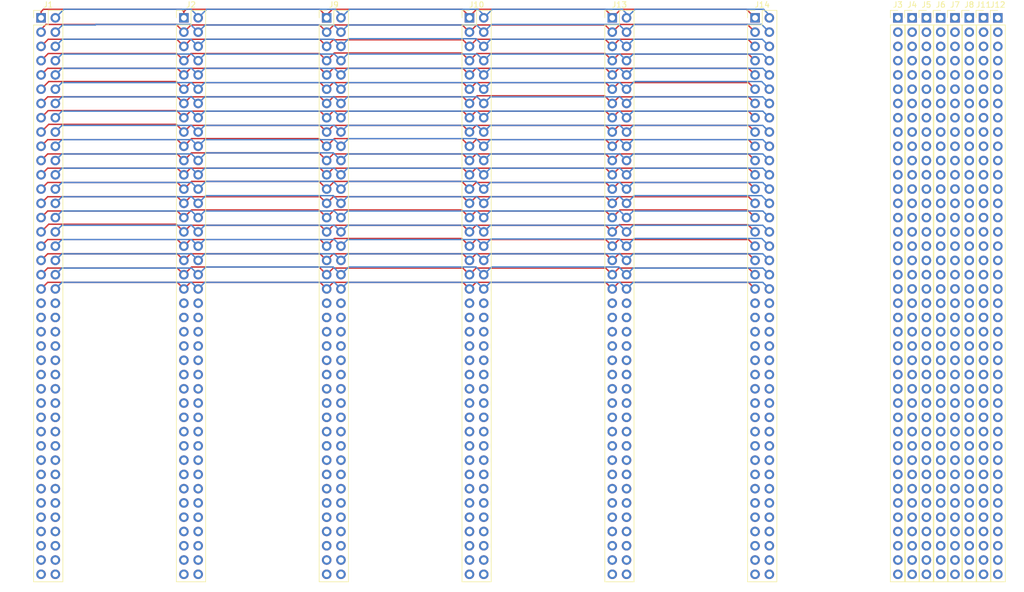
<source format=kicad_pcb>
(kicad_pcb (version 20171130) (host pcbnew 5.0.2-bee76a0~70~ubuntu16.04.1)
  (layers (0 F.Cu signal) (31 B.Cu signal) (34 B.Paste user) (35 F.Paste user) (36 B.SilkS user) (37 F.SilkS user) (38 B.Mask user) (39 F.Mask user) (44 Edge.Cuts user))
  (net 0 "")
  (net 1 /P80)
  (net 2 /P79)
  (net 3 /P78)
  (net 4 /P77)
  (net 5 /P76)
  (net 6 /P75)
  (net 7 /P74)
  (net 8 /P73)
  (net 9 /P72)
  (net 10 /P71)
  (net 11 /P70)
  (net 12 /P69)
  (net 13 /P68)
  (net 14 /P67)
  (net 15 /P66)
  (net 16 /P65)
  (net 17 /P64)
  (net 18 /P63)
  (net 19 /P62)
  (net 20 /P61)
  (net 21 /P60)
  (net 22 /P59)
  (net 23 /P58)
  (net 24 /P57)
  (net 25 /P56)
  (net 26 /P55)
  (net 27 /P54)
  (net 28 /P53)
  (net 29 /P52)
  (net 30 /P51)
  (net 31 /P50)
  (net 32 /P49)
  (net 33 /P48)
  (net 34 /P47)
  (net 35 /P46)
  (net 36 /P45)
  (net 37 /P44)
  (net 38 /P43)
  (net 39 /P42)
  (net 40 /P41)
  (net 41 /P40)
  (net 42 /P39)
  (net 43 /P38)
  (net 44 /P37)
  (net 45 /P36)
  (net 46 /P35)
  (net 47 /P34)
  (net 48 /P33)
  (net 49 /P32)
  (net 50 /P31)
  (net 51 /P30)
  (net 52 /P29)
  (net 53 /P28)
  (net 54 /P27)
  (net 55 /P26)
  (net 56 /P25)
  (net 57 /P24)
  (net 58 /P23)
  (net 59 /P22)
  (net 60 /P21)
  (net 61 /P20)
  (net 62 /P19)
  (net 63 /P18)
  (net 64 /P17)
  (net 65 /P16)
  (net 66 /P15)
  (net 67 /P14)
  (net 68 /P13)
  (net 69 /P12)
  (net 70 /P11)
  (net 71 /P10)
  (net 72 /P9)
  (net 73 /P8)
  (net 74 /P7)
  (net 75 /P6)
  (net 76 /P5)
  (net 77 /P4)
  (net 78 /P3)
  (net 79 /P2)
  (net 80 /P1)
  (net 81 "Net-(J3-Pad40)")
  (net 82 "Net-(J3-Pad39)")
  (net 83 "Net-(J3-Pad38)")
  (net 84 "Net-(J3-Pad37)")
  (net 85 "Net-(J3-Pad36)")
  (net 86 "Net-(J3-Pad35)")
  (net 87 "Net-(J3-Pad34)")
  (net 88 "Net-(J3-Pad33)")
  (net 89 "Net-(J3-Pad32)")
  (net 90 "Net-(J3-Pad31)")
  (net 91 "Net-(J3-Pad30)")
  (net 92 "Net-(J3-Pad29)")
  (net 93 "Net-(J3-Pad28)")
  (net 94 "Net-(J3-Pad27)")
  (net 95 "Net-(J3-Pad26)")
  (net 96 "Net-(J3-Pad25)")
  (net 97 "Net-(J3-Pad24)")
  (net 98 "Net-(J3-Pad23)")
  (net 99 "Net-(J3-Pad22)")
  (net 100 "Net-(J3-Pad21)")
  (net 101 "Net-(J3-Pad20)")
  (net 102 "Net-(J3-Pad19)")
  (net 103 "Net-(J3-Pad18)")
  (net 104 "Net-(J3-Pad17)")
  (net 105 "Net-(J3-Pad16)")
  (net 106 "Net-(J3-Pad15)")
  (net 107 "Net-(J3-Pad14)")
  (net 108 "Net-(J3-Pad13)")
  (net 109 "Net-(J3-Pad12)")
  (net 110 "Net-(J3-Pad11)")
  (net 111 "Net-(J3-Pad10)")
  (net 112 "Net-(J3-Pad9)")
  (net 113 "Net-(J3-Pad8)")
  (net 114 "Net-(J3-Pad7)")
  (net 115 "Net-(J3-Pad6)")
  (net 116 "Net-(J3-Pad5)")
  (net 117 "Net-(J3-Pad4)")
  (net 118 "Net-(J3-Pad3)")
  (net 119 "Net-(J3-Pad2)")
  (net 120 "Net-(J3-Pad1)")
  (net 121 "Net-(J4-Pad1)")
  (net 122 "Net-(J4-Pad2)")
  (net 123 "Net-(J4-Pad3)")
  (net 124 "Net-(J4-Pad4)")
  (net 125 "Net-(J4-Pad5)")
  (net 126 "Net-(J4-Pad6)")
  (net 127 "Net-(J4-Pad7)")
  (net 128 "Net-(J4-Pad8)")
  (net 129 "Net-(J4-Pad9)")
  (net 130 "Net-(J4-Pad10)")
  (net 131 "Net-(J4-Pad11)")
  (net 132 "Net-(J4-Pad12)")
  (net 133 "Net-(J4-Pad13)")
  (net 134 "Net-(J4-Pad14)")
  (net 135 "Net-(J4-Pad15)")
  (net 136 "Net-(J4-Pad16)")
  (net 137 "Net-(J4-Pad17)")
  (net 138 "Net-(J4-Pad18)")
  (net 139 "Net-(J4-Pad19)")
  (net 140 "Net-(J4-Pad20)")
  (net 141 "Net-(J4-Pad21)")
  (net 142 "Net-(J4-Pad22)")
  (net 143 "Net-(J4-Pad23)")
  (net 144 "Net-(J4-Pad24)")
  (net 145 "Net-(J4-Pad25)")
  (net 146 "Net-(J4-Pad26)")
  (net 147 "Net-(J4-Pad27)")
  (net 148 "Net-(J4-Pad28)")
  (net 149 "Net-(J4-Pad29)")
  (net 150 "Net-(J4-Pad30)")
  (net 151 "Net-(J4-Pad31)")
  (net 152 "Net-(J4-Pad32)")
  (net 153 "Net-(J4-Pad33)")
  (net 154 "Net-(J4-Pad34)")
  (net 155 "Net-(J4-Pad35)")
  (net 156 "Net-(J4-Pad36)")
  (net 157 "Net-(J4-Pad37)")
  (net 158 "Net-(J4-Pad38)")
  (net 159 "Net-(J4-Pad39)")
  (net 160 "Net-(J4-Pad40)")
  (net 161 "Net-(J5-Pad40)")
  (net 162 "Net-(J5-Pad39)")
  (net 163 "Net-(J5-Pad38)")
  (net 164 "Net-(J5-Pad37)")
  (net 165 "Net-(J5-Pad36)")
  (net 166 "Net-(J5-Pad35)")
  (net 167 "Net-(J5-Pad34)")
  (net 168 "Net-(J5-Pad33)")
  (net 169 "Net-(J5-Pad32)")
  (net 170 "Net-(J5-Pad31)")
  (net 171 "Net-(J5-Pad30)")
  (net 172 "Net-(J5-Pad29)")
  (net 173 "Net-(J5-Pad28)")
  (net 174 "Net-(J5-Pad27)")
  (net 175 "Net-(J5-Pad26)")
  (net 176 "Net-(J5-Pad25)")
  (net 177 "Net-(J5-Pad24)")
  (net 178 "Net-(J5-Pad23)")
  (net 179 "Net-(J5-Pad22)")
  (net 180 "Net-(J5-Pad21)")
  (net 181 "Net-(J5-Pad20)")
  (net 182 "Net-(J5-Pad19)")
  (net 183 "Net-(J5-Pad18)")
  (net 184 "Net-(J5-Pad17)")
  (net 185 "Net-(J5-Pad16)")
  (net 186 "Net-(J5-Pad15)")
  (net 187 "Net-(J5-Pad14)")
  (net 188 "Net-(J5-Pad13)")
  (net 189 "Net-(J5-Pad12)")
  (net 190 "Net-(J5-Pad11)")
  (net 191 "Net-(J5-Pad10)")
  (net 192 "Net-(J5-Pad9)")
  (net 193 "Net-(J5-Pad8)")
  (net 194 "Net-(J5-Pad7)")
  (net 195 "Net-(J5-Pad6)")
  (net 196 "Net-(J5-Pad5)")
  (net 197 "Net-(J5-Pad4)")
  (net 198 "Net-(J5-Pad3)")
  (net 199 "Net-(J5-Pad2)")
  (net 200 "Net-(J5-Pad1)")
  (net 201 "Net-(J6-Pad1)")
  (net 202 "Net-(J6-Pad2)")
  (net 203 "Net-(J6-Pad3)")
  (net 204 "Net-(J6-Pad4)")
  (net 205 "Net-(J6-Pad5)")
  (net 206 "Net-(J6-Pad6)")
  (net 207 "Net-(J6-Pad7)")
  (net 208 "Net-(J6-Pad8)")
  (net 209 "Net-(J6-Pad9)")
  (net 210 "Net-(J6-Pad10)")
  (net 211 "Net-(J6-Pad11)")
  (net 212 "Net-(J6-Pad12)")
  (net 213 "Net-(J6-Pad13)")
  (net 214 "Net-(J6-Pad14)")
  (net 215 "Net-(J6-Pad15)")
  (net 216 "Net-(J6-Pad16)")
  (net 217 "Net-(J6-Pad17)")
  (net 218 "Net-(J6-Pad18)")
  (net 219 "Net-(J6-Pad19)")
  (net 220 "Net-(J6-Pad20)")
  (net 221 "Net-(J6-Pad21)")
  (net 222 "Net-(J6-Pad22)")
  (net 223 "Net-(J6-Pad23)")
  (net 224 "Net-(J6-Pad24)")
  (net 225 "Net-(J6-Pad25)")
  (net 226 "Net-(J6-Pad26)")
  (net 227 "Net-(J6-Pad27)")
  (net 228 "Net-(J6-Pad28)")
  (net 229 "Net-(J6-Pad29)")
  (net 230 "Net-(J6-Pad30)")
  (net 231 "Net-(J6-Pad31)")
  (net 232 "Net-(J6-Pad32)")
  (net 233 "Net-(J6-Pad33)")
  (net 234 "Net-(J6-Pad34)")
  (net 235 "Net-(J6-Pad35)")
  (net 236 "Net-(J6-Pad36)")
  (net 237 "Net-(J6-Pad37)")
  (net 238 "Net-(J6-Pad38)")
  (net 239 "Net-(J6-Pad39)")
  (net 240 "Net-(J6-Pad40)")
  (net 241 "Net-(J7-Pad40)")
  (net 242 "Net-(J7-Pad39)")
  (net 243 "Net-(J7-Pad38)")
  (net 244 "Net-(J7-Pad37)")
  (net 245 "Net-(J7-Pad36)")
  (net 246 "Net-(J7-Pad35)")
  (net 247 "Net-(J7-Pad34)")
  (net 248 "Net-(J7-Pad33)")
  (net 249 "Net-(J7-Pad32)")
  (net 250 "Net-(J7-Pad31)")
  (net 251 "Net-(J7-Pad30)")
  (net 252 "Net-(J7-Pad29)")
  (net 253 "Net-(J7-Pad28)")
  (net 254 "Net-(J7-Pad27)")
  (net 255 "Net-(J7-Pad26)")
  (net 256 "Net-(J7-Pad25)")
  (net 257 "Net-(J7-Pad24)")
  (net 258 "Net-(J7-Pad23)")
  (net 259 "Net-(J7-Pad22)")
  (net 260 "Net-(J7-Pad21)")
  (net 261 "Net-(J7-Pad20)")
  (net 262 "Net-(J7-Pad19)")
  (net 263 "Net-(J7-Pad18)")
  (net 264 "Net-(J7-Pad17)")
  (net 265 "Net-(J7-Pad16)")
  (net 266 "Net-(J7-Pad15)")
  (net 267 "Net-(J7-Pad14)")
  (net 268 "Net-(J7-Pad13)")
  (net 269 "Net-(J7-Pad12)")
  (net 270 "Net-(J7-Pad11)")
  (net 271 "Net-(J7-Pad10)")
  (net 272 "Net-(J7-Pad9)")
  (net 273 "Net-(J7-Pad8)")
  (net 274 "Net-(J7-Pad7)")
  (net 275 "Net-(J7-Pad6)")
  (net 276 "Net-(J7-Pad5)")
  (net 277 "Net-(J7-Pad4)")
  (net 278 "Net-(J7-Pad3)")
  (net 279 "Net-(J7-Pad2)")
  (net 280 "Net-(J7-Pad1)")
  (net 281 "Net-(J8-Pad1)")
  (net 282 "Net-(J8-Pad2)")
  (net 283 "Net-(J8-Pad3)")
  (net 284 "Net-(J8-Pad4)")
  (net 285 "Net-(J8-Pad5)")
  (net 286 "Net-(J8-Pad6)")
  (net 287 "Net-(J8-Pad7)")
  (net 288 "Net-(J8-Pad8)")
  (net 289 "Net-(J8-Pad9)")
  (net 290 "Net-(J8-Pad10)")
  (net 291 "Net-(J8-Pad11)")
  (net 292 "Net-(J8-Pad12)")
  (net 293 "Net-(J8-Pad13)")
  (net 294 "Net-(J8-Pad14)")
  (net 295 "Net-(J8-Pad15)")
  (net 296 "Net-(J8-Pad16)")
  (net 297 "Net-(J8-Pad17)")
  (net 298 "Net-(J8-Pad18)")
  (net 299 "Net-(J8-Pad19)")
  (net 300 "Net-(J8-Pad20)")
  (net 301 "Net-(J8-Pad21)")
  (net 302 "Net-(J8-Pad22)")
  (net 303 "Net-(J8-Pad23)")
  (net 304 "Net-(J8-Pad24)")
  (net 305 "Net-(J8-Pad25)")
  (net 306 "Net-(J8-Pad26)")
  (net 307 "Net-(J8-Pad27)")
  (net 308 "Net-(J8-Pad28)")
  (net 309 "Net-(J8-Pad29)")
  (net 310 "Net-(J8-Pad30)")
  (net 311 "Net-(J8-Pad31)")
  (net 312 "Net-(J8-Pad32)")
  (net 313 "Net-(J8-Pad33)")
  (net 314 "Net-(J8-Pad34)")
  (net 315 "Net-(J8-Pad35)")
  (net 316 "Net-(J8-Pad36)")
  (net 317 "Net-(J8-Pad37)")
  (net 318 "Net-(J8-Pad38)")
  (net 319 "Net-(J8-Pad39)")
  (net 320 "Net-(J8-Pad40)")
  (net 321 "Net-(J11-Pad40)")
  (net 322 "Net-(J11-Pad39)")
  (net 323 "Net-(J11-Pad38)")
  (net 324 "Net-(J11-Pad37)")
  (net 325 "Net-(J11-Pad36)")
  (net 326 "Net-(J11-Pad35)")
  (net 327 "Net-(J11-Pad34)")
  (net 328 "Net-(J11-Pad33)")
  (net 329 "Net-(J11-Pad32)")
  (net 330 "Net-(J11-Pad31)")
  (net 331 "Net-(J11-Pad30)")
  (net 332 "Net-(J11-Pad29)")
  (net 333 "Net-(J11-Pad28)")
  (net 334 "Net-(J11-Pad27)")
  (net 335 "Net-(J11-Pad26)")
  (net 336 "Net-(J11-Pad25)")
  (net 337 "Net-(J11-Pad24)")
  (net 338 "Net-(J11-Pad23)")
  (net 339 "Net-(J11-Pad22)")
  (net 340 "Net-(J11-Pad21)")
  (net 341 "Net-(J11-Pad20)")
  (net 342 "Net-(J11-Pad19)")
  (net 343 "Net-(J11-Pad18)")
  (net 344 "Net-(J11-Pad17)")
  (net 345 "Net-(J11-Pad16)")
  (net 346 "Net-(J11-Pad15)")
  (net 347 "Net-(J11-Pad14)")
  (net 348 "Net-(J11-Pad13)")
  (net 349 "Net-(J11-Pad12)")
  (net 350 "Net-(J11-Pad11)")
  (net 351 "Net-(J11-Pad10)")
  (net 352 "Net-(J11-Pad9)")
  (net 353 "Net-(J11-Pad8)")
  (net 354 "Net-(J11-Pad7)")
  (net 355 "Net-(J11-Pad6)")
  (net 356 "Net-(J11-Pad5)")
  (net 357 "Net-(J11-Pad4)")
  (net 358 "Net-(J11-Pad3)")
  (net 359 "Net-(J11-Pad2)")
  (net 360 "Net-(J11-Pad1)")
  (net 361 "Net-(J12-Pad1)")
  (net 362 "Net-(J12-Pad2)")
  (net 363 "Net-(J12-Pad3)")
  (net 364 "Net-(J12-Pad4)")
  (net 365 "Net-(J12-Pad5)")
  (net 366 "Net-(J12-Pad6)")
  (net 367 "Net-(J12-Pad7)")
  (net 368 "Net-(J12-Pad8)")
  (net 369 "Net-(J12-Pad9)")
  (net 370 "Net-(J12-Pad10)")
  (net 371 "Net-(J12-Pad11)")
  (net 372 "Net-(J12-Pad12)")
  (net 373 "Net-(J12-Pad13)")
  (net 374 "Net-(J12-Pad14)")
  (net 375 "Net-(J12-Pad15)")
  (net 376 "Net-(J12-Pad16)")
  (net 377 "Net-(J12-Pad17)")
  (net 378 "Net-(J12-Pad18)")
  (net 379 "Net-(J12-Pad19)")
  (net 380 "Net-(J12-Pad20)")
  (net 381 "Net-(J12-Pad21)")
  (net 382 "Net-(J12-Pad22)")
  (net 383 "Net-(J12-Pad23)")
  (net 384 "Net-(J12-Pad24)")
  (net 385 "Net-(J12-Pad25)")
  (net 386 "Net-(J12-Pad26)")
  (net 387 "Net-(J12-Pad27)")
  (net 388 "Net-(J12-Pad28)")
  (net 389 "Net-(J12-Pad29)")
  (net 390 "Net-(J12-Pad30)")
  (net 391 "Net-(J12-Pad31)")
  (net 392 "Net-(J12-Pad32)")
  (net 393 "Net-(J12-Pad33)")
  (net 394 "Net-(J12-Pad34)")
  (net 395 "Net-(J12-Pad35)")
  (net 396 "Net-(J12-Pad36)")
  (net 397 "Net-(J12-Pad37)")
  (net 398 "Net-(J12-Pad38)")
  (net 399 "Net-(J12-Pad39)")
  (net 400 "Net-(J12-Pad40)")
  (module Pin_Headers:Pin_Header_Straight_2x40_Pitch2.54mm (layer F.Cu) (at 50.8 50.8)
    (fp_text reference J1 (at 1.27 -2.33) (layer F.SilkS))
    (fp_text value Conn_02x40_Odd_Even)
    (pad 80 thru_hole oval (at 2.54 99.06) (size 1.7 1.7) (drill 1) (layers *.Cu *.Mask) (net 1 /P80))
    (pad 79 thru_hole oval (at 0 99.06) (size 1.7 1.7) (drill 1) (layers *.Cu *.Mask) (net 2 /P79))
    (pad 78 thru_hole oval (at 2.54 96.52) (size 1.7 1.7) (drill 1) (layers *.Cu *.Mask) (net 3 /P78))
    (pad 77 thru_hole oval (at 0 96.52) (size 1.7 1.7) (drill 1) (layers *.Cu *.Mask) (net 4 /P77))
    (pad 76 thru_hole oval (at 2.54 93.98) (size 1.7 1.7) (drill 1) (layers *.Cu *.Mask) (net 5 /P76))
    (pad 75 thru_hole oval (at 0 93.98) (size 1.7 1.7) (drill 1) (layers *.Cu *.Mask) (net 6 /P75))
    (pad 74 thru_hole oval (at 2.54 91.44) (size 1.7 1.7) (drill 1) (layers *.Cu *.Mask) (net 7 /P74))
    (pad 73 thru_hole oval (at 0 91.44) (size 1.7 1.7) (drill 1) (layers *.Cu *.Mask) (net 8 /P73))
    (pad 72 thru_hole oval (at 2.54 88.9) (size 1.7 1.7) (drill 1) (layers *.Cu *.Mask) (net 9 /P72))
    (pad 71 thru_hole oval (at 0 88.9) (size 1.7 1.7) (drill 1) (layers *.Cu *.Mask) (net 10 /P71))
    (pad 70 thru_hole oval (at 2.54 86.36) (size 1.7 1.7) (drill 1) (layers *.Cu *.Mask) (net 11 /P70))
    (pad 69 thru_hole oval (at 0 86.36) (size 1.7 1.7) (drill 1) (layers *.Cu *.Mask) (net 12 /P69))
    (pad 68 thru_hole oval (at 2.54 83.82) (size 1.7 1.7) (drill 1) (layers *.Cu *.Mask) (net 13 /P68))
    (pad 67 thru_hole oval (at 0 83.82) (size 1.7 1.7) (drill 1) (layers *.Cu *.Mask) (net 14 /P67))
    (pad 66 thru_hole oval (at 2.54 81.28) (size 1.7 1.7) (drill 1) (layers *.Cu *.Mask) (net 15 /P66))
    (pad 65 thru_hole oval (at 0 81.28) (size 1.7 1.7) (drill 1) (layers *.Cu *.Mask) (net 16 /P65))
    (pad 64 thru_hole oval (at 2.54 78.74) (size 1.7 1.7) (drill 1) (layers *.Cu *.Mask) (net 17 /P64))
    (pad 63 thru_hole oval (at 0 78.74) (size 1.7 1.7) (drill 1) (layers *.Cu *.Mask) (net 18 /P63))
    (pad 62 thru_hole oval (at 2.54 76.2) (size 1.7 1.7) (drill 1) (layers *.Cu *.Mask) (net 19 /P62))
    (pad 61 thru_hole oval (at 0 76.2) (size 1.7 1.7) (drill 1) (layers *.Cu *.Mask) (net 20 /P61))
    (pad 60 thru_hole oval (at 2.54 73.66) (size 1.7 1.7) (drill 1) (layers *.Cu *.Mask) (net 21 /P60))
    (pad 59 thru_hole oval (at 0 73.66) (size 1.7 1.7) (drill 1) (layers *.Cu *.Mask) (net 22 /P59))
    (pad 58 thru_hole oval (at 2.54 71.12) (size 1.7 1.7) (drill 1) (layers *.Cu *.Mask) (net 23 /P58))
    (pad 57 thru_hole oval (at 0 71.12) (size 1.7 1.7) (drill 1) (layers *.Cu *.Mask) (net 24 /P57))
    (pad 56 thru_hole oval (at 2.54 68.58) (size 1.7 1.7) (drill 1) (layers *.Cu *.Mask) (net 25 /P56))
    (pad 55 thru_hole oval (at 0 68.58) (size 1.7 1.7) (drill 1) (layers *.Cu *.Mask) (net 26 /P55))
    (pad 54 thru_hole oval (at 2.54 66.04) (size 1.7 1.7) (drill 1) (layers *.Cu *.Mask) (net 27 /P54))
    (pad 53 thru_hole oval (at 0 66.04) (size 1.7 1.7) (drill 1) (layers *.Cu *.Mask) (net 28 /P53))
    (pad 52 thru_hole oval (at 2.54 63.5) (size 1.7 1.7) (drill 1) (layers *.Cu *.Mask) (net 29 /P52))
    (pad 51 thru_hole oval (at 0 63.5) (size 1.7 1.7) (drill 1) (layers *.Cu *.Mask) (net 30 /P51))
    (pad 50 thru_hole oval (at 2.54 60.96) (size 1.7 1.7) (drill 1) (layers *.Cu *.Mask) (net 31 /P50))
    (pad 49 thru_hole oval (at 0 60.96) (size 1.7 1.7) (drill 1) (layers *.Cu *.Mask) (net 32 /P49))
    (pad 48 thru_hole oval (at 2.54 58.42) (size 1.7 1.7) (drill 1) (layers *.Cu *.Mask) (net 33 /P48))
    (pad 47 thru_hole oval (at 0 58.42) (size 1.7 1.7) (drill 1) (layers *.Cu *.Mask) (net 34 /P47))
    (pad 46 thru_hole oval (at 2.54 55.88) (size 1.7 1.7) (drill 1) (layers *.Cu *.Mask) (net 35 /P46))
    (pad 45 thru_hole oval (at 0 55.88) (size 1.7 1.7) (drill 1) (layers *.Cu *.Mask) (net 36 /P45))
    (pad 44 thru_hole oval (at 2.54 53.34) (size 1.7 1.7) (drill 1) (layers *.Cu *.Mask) (net 37 /P44))
    (pad 43 thru_hole oval (at 0 53.34) (size 1.7 1.7) (drill 1) (layers *.Cu *.Mask) (net 38 /P43))
    (pad 42 thru_hole oval (at 2.54 50.8) (size 1.7 1.7) (drill 1) (layers *.Cu *.Mask) (net 39 /P42))
    (pad 41 thru_hole oval (at 0 50.8) (size 1.7 1.7) (drill 1) (layers *.Cu *.Mask) (net 40 /P41))
    (pad 40 thru_hole oval (at 2.54 48.26) (size 1.7 1.7) (drill 1) (layers *.Cu *.Mask) (net 41 /P40))
    (pad 39 thru_hole oval (at 0 48.26) (size 1.7 1.7) (drill 1) (layers *.Cu *.Mask) (net 42 /P39))
    (pad 38 thru_hole oval (at 2.54 45.72) (size 1.7 1.7) (drill 1) (layers *.Cu *.Mask) (net 43 /P38))
    (pad 37 thru_hole oval (at 0 45.72) (size 1.7 1.7) (drill 1) (layers *.Cu *.Mask) (net 44 /P37))
    (pad 36 thru_hole oval (at 2.54 43.18) (size 1.7 1.7) (drill 1) (layers *.Cu *.Mask) (net 45 /P36))
    (pad 35 thru_hole oval (at 0 43.18) (size 1.7 1.7) (drill 1) (layers *.Cu *.Mask) (net 46 /P35))
    (pad 34 thru_hole oval (at 2.54 40.64) (size 1.7 1.7) (drill 1) (layers *.Cu *.Mask) (net 47 /P34))
    (pad 33 thru_hole oval (at 0 40.64) (size 1.7 1.7) (drill 1) (layers *.Cu *.Mask) (net 48 /P33))
    (pad 32 thru_hole oval (at 2.54 38.1) (size 1.7 1.7) (drill 1) (layers *.Cu *.Mask) (net 49 /P32))
    (pad 31 thru_hole oval (at 0 38.1) (size 1.7 1.7) (drill 1) (layers *.Cu *.Mask) (net 50 /P31))
    (pad 30 thru_hole oval (at 2.54 35.56) (size 1.7 1.7) (drill 1) (layers *.Cu *.Mask) (net 51 /P30))
    (pad 29 thru_hole oval (at 0 35.56) (size 1.7 1.7) (drill 1) (layers *.Cu *.Mask) (net 52 /P29))
    (pad 28 thru_hole oval (at 2.54 33.02) (size 1.7 1.7) (drill 1) (layers *.Cu *.Mask) (net 53 /P28))
    (pad 27 thru_hole oval (at 0 33.02) (size 1.7 1.7) (drill 1) (layers *.Cu *.Mask) (net 54 /P27))
    (pad 26 thru_hole oval (at 2.54 30.48) (size 1.7 1.7) (drill 1) (layers *.Cu *.Mask) (net 55 /P26))
    (pad 25 thru_hole oval (at 0 30.48) (size 1.7 1.7) (drill 1) (layers *.Cu *.Mask) (net 56 /P25))
    (pad 24 thru_hole oval (at 2.54 27.94) (size 1.7 1.7) (drill 1) (layers *.Cu *.Mask) (net 57 /P24))
    (pad 23 thru_hole oval (at 0 27.94) (size 1.7 1.7) (drill 1) (layers *.Cu *.Mask) (net 58 /P23))
    (pad 22 thru_hole oval (at 2.54 25.4) (size 1.7 1.7) (drill 1) (layers *.Cu *.Mask) (net 59 /P22))
    (pad 21 thru_hole oval (at 0 25.4) (size 1.7 1.7) (drill 1) (layers *.Cu *.Mask) (net 60 /P21))
    (pad 20 thru_hole oval (at 2.54 22.86) (size 1.7 1.7) (drill 1) (layers *.Cu *.Mask) (net 61 /P20))
    (pad 19 thru_hole oval (at 0 22.86) (size 1.7 1.7) (drill 1) (layers *.Cu *.Mask) (net 62 /P19))
    (pad 18 thru_hole oval (at 2.54 20.32) (size 1.7 1.7) (drill 1) (layers *.Cu *.Mask) (net 63 /P18))
    (pad 17 thru_hole oval (at 0 20.32) (size 1.7 1.7) (drill 1) (layers *.Cu *.Mask) (net 64 /P17))
    (pad 16 thru_hole oval (at 2.54 17.78) (size 1.7 1.7) (drill 1) (layers *.Cu *.Mask) (net 65 /P16))
    (pad 15 thru_hole oval (at 0 17.78) (size 1.7 1.7) (drill 1) (layers *.Cu *.Mask) (net 66 /P15))
    (pad 14 thru_hole oval (at 2.54 15.24) (size 1.7 1.7) (drill 1) (layers *.Cu *.Mask) (net 67 /P14))
    (pad 13 thru_hole oval (at 0 15.24) (size 1.7 1.7) (drill 1) (layers *.Cu *.Mask) (net 68 /P13))
    (pad 12 thru_hole oval (at 2.54 12.7) (size 1.7 1.7) (drill 1) (layers *.Cu *.Mask) (net 69 /P12))
    (pad 11 thru_hole oval (at 0 12.7) (size 1.7 1.7) (drill 1) (layers *.Cu *.Mask) (net 70 /P11))
    (pad 10 thru_hole oval (at 2.54 10.16) (size 1.7 1.7) (drill 1) (layers *.Cu *.Mask) (net 71 /P10))
    (pad 9 thru_hole oval (at 0 10.16) (size 1.7 1.7) (drill 1) (layers *.Cu *.Mask) (net 72 /P9))
    (pad 8 thru_hole oval (at 2.54 7.62) (size 1.7 1.7) (drill 1) (layers *.Cu *.Mask) (net 73 /P8))
    (pad 7 thru_hole oval (at 0 7.62) (size 1.7 1.7) (drill 1) (layers *.Cu *.Mask) (net 74 /P7))
    (pad 6 thru_hole oval (at 2.54 5.08) (size 1.7 1.7) (drill 1) (layers *.Cu *.Mask) (net 75 /P6))
    (pad 5 thru_hole oval (at 0 5.08) (size 1.7 1.7) (drill 1) (layers *.Cu *.Mask) (net 76 /P5))
    (pad 4 thru_hole oval (at 2.54 2.54) (size 1.7 1.7) (drill 1) (layers *.Cu *.Mask) (net 77 /P4))
    (pad 3 thru_hole oval (at 0 2.54) (size 1.7 1.7) (drill 1) (layers *.Cu *.Mask) (net 78 /P3))
    (pad 2 thru_hole oval (at 2.54 0) (size 1.7 1.7) (drill 1) (layers *.Cu *.Mask) (net 79 /P2))
    (pad 1 thru_hole rect (at 0 0) (size 1.7 1.7) (drill 1) (layers *.Cu *.Mask) (net 80 /P1))
  )
  (module Pin_Headers:Pin_Header_Straight_2x40_Pitch2.54mm (layer F.Cu) (at 76.2 50.8)
    (fp_text reference J2 (at 1.27 -2.33) (layer F.SilkS))
    (fp_text value Conn_02x40_Odd_Even)
    (pad 1 thru_hole rect (at 0 0) (size 1.7 1.7) (drill 1) (layers *.Cu *.Mask) (net 80 /P1))
    (pad 2 thru_hole oval (at 2.54 0) (size 1.7 1.7) (drill 1) (layers *.Cu *.Mask) (net 79 /P2))
    (pad 3 thru_hole oval (at 0 2.54) (size 1.7 1.7) (drill 1) (layers *.Cu *.Mask) (net 78 /P3))
    (pad 4 thru_hole oval (at 2.54 2.54) (size 1.7 1.7) (drill 1) (layers *.Cu *.Mask) (net 77 /P4))
    (pad 5 thru_hole oval (at 0 5.08) (size 1.7 1.7) (drill 1) (layers *.Cu *.Mask) (net 76 /P5))
    (pad 6 thru_hole oval (at 2.54 5.08) (size 1.7 1.7) (drill 1) (layers *.Cu *.Mask) (net 75 /P6))
    (pad 7 thru_hole oval (at 0 7.62) (size 1.7 1.7) (drill 1) (layers *.Cu *.Mask) (net 74 /P7))
    (pad 8 thru_hole oval (at 2.54 7.62) (size 1.7 1.7) (drill 1) (layers *.Cu *.Mask) (net 73 /P8))
    (pad 9 thru_hole oval (at 0 10.16) (size 1.7 1.7) (drill 1) (layers *.Cu *.Mask) (net 72 /P9))
    (pad 10 thru_hole oval (at 2.54 10.16) (size 1.7 1.7) (drill 1) (layers *.Cu *.Mask) (net 71 /P10))
    (pad 11 thru_hole oval (at 0 12.7) (size 1.7 1.7) (drill 1) (layers *.Cu *.Mask) (net 70 /P11))
    (pad 12 thru_hole oval (at 2.54 12.7) (size 1.7 1.7) (drill 1) (layers *.Cu *.Mask) (net 69 /P12))
    (pad 13 thru_hole oval (at 0 15.24) (size 1.7 1.7) (drill 1) (layers *.Cu *.Mask) (net 68 /P13))
    (pad 14 thru_hole oval (at 2.54 15.24) (size 1.7 1.7) (drill 1) (layers *.Cu *.Mask) (net 67 /P14))
    (pad 15 thru_hole oval (at 0 17.78) (size 1.7 1.7) (drill 1) (layers *.Cu *.Mask) (net 66 /P15))
    (pad 16 thru_hole oval (at 2.54 17.78) (size 1.7 1.7) (drill 1) (layers *.Cu *.Mask) (net 65 /P16))
    (pad 17 thru_hole oval (at 0 20.32) (size 1.7 1.7) (drill 1) (layers *.Cu *.Mask) (net 64 /P17))
    (pad 18 thru_hole oval (at 2.54 20.32) (size 1.7 1.7) (drill 1) (layers *.Cu *.Mask) (net 63 /P18))
    (pad 19 thru_hole oval (at 0 22.86) (size 1.7 1.7) (drill 1) (layers *.Cu *.Mask) (net 62 /P19))
    (pad 20 thru_hole oval (at 2.54 22.86) (size 1.7 1.7) (drill 1) (layers *.Cu *.Mask) (net 61 /P20))
    (pad 21 thru_hole oval (at 0 25.4) (size 1.7 1.7) (drill 1) (layers *.Cu *.Mask) (net 60 /P21))
    (pad 22 thru_hole oval (at 2.54 25.4) (size 1.7 1.7) (drill 1) (layers *.Cu *.Mask) (net 59 /P22))
    (pad 23 thru_hole oval (at 0 27.94) (size 1.7 1.7) (drill 1) (layers *.Cu *.Mask) (net 58 /P23))
    (pad 24 thru_hole oval (at 2.54 27.94) (size 1.7 1.7) (drill 1) (layers *.Cu *.Mask) (net 57 /P24))
    (pad 25 thru_hole oval (at 0 30.48) (size 1.7 1.7) (drill 1) (layers *.Cu *.Mask) (net 56 /P25))
    (pad 26 thru_hole oval (at 2.54 30.48) (size 1.7 1.7) (drill 1) (layers *.Cu *.Mask) (net 55 /P26))
    (pad 27 thru_hole oval (at 0 33.02) (size 1.7 1.7) (drill 1) (layers *.Cu *.Mask) (net 54 /P27))
    (pad 28 thru_hole oval (at 2.54 33.02) (size 1.7 1.7) (drill 1) (layers *.Cu *.Mask) (net 53 /P28))
    (pad 29 thru_hole oval (at 0 35.56) (size 1.7 1.7) (drill 1) (layers *.Cu *.Mask) (net 52 /P29))
    (pad 30 thru_hole oval (at 2.54 35.56) (size 1.7 1.7) (drill 1) (layers *.Cu *.Mask) (net 51 /P30))
    (pad 31 thru_hole oval (at 0 38.1) (size 1.7 1.7) (drill 1) (layers *.Cu *.Mask) (net 50 /P31))
    (pad 32 thru_hole oval (at 2.54 38.1) (size 1.7 1.7) (drill 1) (layers *.Cu *.Mask) (net 49 /P32))
    (pad 33 thru_hole oval (at 0 40.64) (size 1.7 1.7) (drill 1) (layers *.Cu *.Mask) (net 48 /P33))
    (pad 34 thru_hole oval (at 2.54 40.64) (size 1.7 1.7) (drill 1) (layers *.Cu *.Mask) (net 47 /P34))
    (pad 35 thru_hole oval (at 0 43.18) (size 1.7 1.7) (drill 1) (layers *.Cu *.Mask) (net 46 /P35))
    (pad 36 thru_hole oval (at 2.54 43.18) (size 1.7 1.7) (drill 1) (layers *.Cu *.Mask) (net 45 /P36))
    (pad 37 thru_hole oval (at 0 45.72) (size 1.7 1.7) (drill 1) (layers *.Cu *.Mask) (net 44 /P37))
    (pad 38 thru_hole oval (at 2.54 45.72) (size 1.7 1.7) (drill 1) (layers *.Cu *.Mask) (net 43 /P38))
    (pad 39 thru_hole oval (at 0 48.26) (size 1.7 1.7) (drill 1) (layers *.Cu *.Mask) (net 42 /P39))
    (pad 40 thru_hole oval (at 2.54 48.26) (size 1.7 1.7) (drill 1) (layers *.Cu *.Mask) (net 41 /P40))
    (pad 41 thru_hole oval (at 0 50.8) (size 1.7 1.7) (drill 1) (layers *.Cu *.Mask) (net 40 /P41))
    (pad 42 thru_hole oval (at 2.54 50.8) (size 1.7 1.7) (drill 1) (layers *.Cu *.Mask) (net 39 /P42))
    (pad 43 thru_hole oval (at 0 53.34) (size 1.7 1.7) (drill 1) (layers *.Cu *.Mask) (net 38 /P43))
    (pad 44 thru_hole oval (at 2.54 53.34) (size 1.7 1.7) (drill 1) (layers *.Cu *.Mask) (net 37 /P44))
    (pad 45 thru_hole oval (at 0 55.88) (size 1.7 1.7) (drill 1) (layers *.Cu *.Mask) (net 36 /P45))
    (pad 46 thru_hole oval (at 2.54 55.88) (size 1.7 1.7) (drill 1) (layers *.Cu *.Mask) (net 35 /P46))
    (pad 47 thru_hole oval (at 0 58.42) (size 1.7 1.7) (drill 1) (layers *.Cu *.Mask) (net 34 /P47))
    (pad 48 thru_hole oval (at 2.54 58.42) (size 1.7 1.7) (drill 1) (layers *.Cu *.Mask) (net 33 /P48))
    (pad 49 thru_hole oval (at 0 60.96) (size 1.7 1.7) (drill 1) (layers *.Cu *.Mask) (net 32 /P49))
    (pad 50 thru_hole oval (at 2.54 60.96) (size 1.7 1.7) (drill 1) (layers *.Cu *.Mask) (net 31 /P50))
    (pad 51 thru_hole oval (at 0 63.5) (size 1.7 1.7) (drill 1) (layers *.Cu *.Mask) (net 30 /P51))
    (pad 52 thru_hole oval (at 2.54 63.5) (size 1.7 1.7) (drill 1) (layers *.Cu *.Mask) (net 29 /P52))
    (pad 53 thru_hole oval (at 0 66.04) (size 1.7 1.7) (drill 1) (layers *.Cu *.Mask) (net 28 /P53))
    (pad 54 thru_hole oval (at 2.54 66.04) (size 1.7 1.7) (drill 1) (layers *.Cu *.Mask) (net 27 /P54))
    (pad 55 thru_hole oval (at 0 68.58) (size 1.7 1.7) (drill 1) (layers *.Cu *.Mask) (net 26 /P55))
    (pad 56 thru_hole oval (at 2.54 68.58) (size 1.7 1.7) (drill 1) (layers *.Cu *.Mask) (net 25 /P56))
    (pad 57 thru_hole oval (at 0 71.12) (size 1.7 1.7) (drill 1) (layers *.Cu *.Mask) (net 24 /P57))
    (pad 58 thru_hole oval (at 2.54 71.12) (size 1.7 1.7) (drill 1) (layers *.Cu *.Mask) (net 23 /P58))
    (pad 59 thru_hole oval (at 0 73.66) (size 1.7 1.7) (drill 1) (layers *.Cu *.Mask) (net 22 /P59))
    (pad 60 thru_hole oval (at 2.54 73.66) (size 1.7 1.7) (drill 1) (layers *.Cu *.Mask) (net 21 /P60))
    (pad 61 thru_hole oval (at 0 76.2) (size 1.7 1.7) (drill 1) (layers *.Cu *.Mask) (net 20 /P61))
    (pad 62 thru_hole oval (at 2.54 76.2) (size 1.7 1.7) (drill 1) (layers *.Cu *.Mask) (net 19 /P62))
    (pad 63 thru_hole oval (at 0 78.74) (size 1.7 1.7) (drill 1) (layers *.Cu *.Mask) (net 18 /P63))
    (pad 64 thru_hole oval (at 2.54 78.74) (size 1.7 1.7) (drill 1) (layers *.Cu *.Mask) (net 17 /P64))
    (pad 65 thru_hole oval (at 0 81.28) (size 1.7 1.7) (drill 1) (layers *.Cu *.Mask) (net 16 /P65))
    (pad 66 thru_hole oval (at 2.54 81.28) (size 1.7 1.7) (drill 1) (layers *.Cu *.Mask) (net 15 /P66))
    (pad 67 thru_hole oval (at 0 83.82) (size 1.7 1.7) (drill 1) (layers *.Cu *.Mask) (net 14 /P67))
    (pad 68 thru_hole oval (at 2.54 83.82) (size 1.7 1.7) (drill 1) (layers *.Cu *.Mask) (net 13 /P68))
    (pad 69 thru_hole oval (at 0 86.36) (size 1.7 1.7) (drill 1) (layers *.Cu *.Mask) (net 12 /P69))
    (pad 70 thru_hole oval (at 2.54 86.36) (size 1.7 1.7) (drill 1) (layers *.Cu *.Mask) (net 11 /P70))
    (pad 71 thru_hole oval (at 0 88.9) (size 1.7 1.7) (drill 1) (layers *.Cu *.Mask) (net 10 /P71))
    (pad 72 thru_hole oval (at 2.54 88.9) (size 1.7 1.7) (drill 1) (layers *.Cu *.Mask) (net 9 /P72))
    (pad 73 thru_hole oval (at 0 91.44) (size 1.7 1.7) (drill 1) (layers *.Cu *.Mask) (net 8 /P73))
    (pad 74 thru_hole oval (at 2.54 91.44) (size 1.7 1.7) (drill 1) (layers *.Cu *.Mask) (net 7 /P74))
    (pad 75 thru_hole oval (at 0 93.98) (size 1.7 1.7) (drill 1) (layers *.Cu *.Mask) (net 6 /P75))
    (pad 76 thru_hole oval (at 2.54 93.98) (size 1.7 1.7) (drill 1) (layers *.Cu *.Mask) (net 5 /P76))
    (pad 77 thru_hole oval (at 0 96.52) (size 1.7 1.7) (drill 1) (layers *.Cu *.Mask) (net 4 /P77))
    (pad 78 thru_hole oval (at 2.54 96.52) (size 1.7 1.7) (drill 1) (layers *.Cu *.Mask) (net 3 /P78))
    (pad 79 thru_hole oval (at 0 99.06) (size 1.7 1.7) (drill 1) (layers *.Cu *.Mask) (net 2 /P79))
    (pad 80 thru_hole oval (at 2.54 99.06) (size 1.7 1.7) (drill 1) (layers *.Cu *.Mask) (net 1 /P80))
  )
  (module Pin_Headers:Pin_Header_Straight_1x40_Pitch2.54mm (layer F.Cu) (at 203.2 50.8)
    (fp_text reference J3 (at 0 -2.33) (layer F.SilkS))
    (fp_text value Conn_01x40)
    (pad 40 thru_hole oval (at 0 99.06) (size 1.7 1.7) (drill 1) (layers *.Cu *.Mask) (net 81 "Net-(J3-Pad40)"))
    (pad 39 thru_hole oval (at 0 96.52) (size 1.7 1.7) (drill 1) (layers *.Cu *.Mask) (net 82 "Net-(J3-Pad39)"))
    (pad 38 thru_hole oval (at 0 93.98) (size 1.7 1.7) (drill 1) (layers *.Cu *.Mask) (net 83 "Net-(J3-Pad38)"))
    (pad 37 thru_hole oval (at 0 91.44) (size 1.7 1.7) (drill 1) (layers *.Cu *.Mask) (net 84 "Net-(J3-Pad37)"))
    (pad 36 thru_hole oval (at 0 88.9) (size 1.7 1.7) (drill 1) (layers *.Cu *.Mask) (net 85 "Net-(J3-Pad36)"))
    (pad 35 thru_hole oval (at 0 86.36) (size 1.7 1.7) (drill 1) (layers *.Cu *.Mask) (net 86 "Net-(J3-Pad35)"))
    (pad 34 thru_hole oval (at 0 83.82) (size 1.7 1.7) (drill 1) (layers *.Cu *.Mask) (net 87 "Net-(J3-Pad34)"))
    (pad 33 thru_hole oval (at 0 81.28) (size 1.7 1.7) (drill 1) (layers *.Cu *.Mask) (net 88 "Net-(J3-Pad33)"))
    (pad 32 thru_hole oval (at 0 78.74) (size 1.7 1.7) (drill 1) (layers *.Cu *.Mask) (net 89 "Net-(J3-Pad32)"))
    (pad 31 thru_hole oval (at 0 76.2) (size 1.7 1.7) (drill 1) (layers *.Cu *.Mask) (net 90 "Net-(J3-Pad31)"))
    (pad 30 thru_hole oval (at 0 73.66) (size 1.7 1.7) (drill 1) (layers *.Cu *.Mask) (net 91 "Net-(J3-Pad30)"))
    (pad 29 thru_hole oval (at 0 71.12) (size 1.7 1.7) (drill 1) (layers *.Cu *.Mask) (net 92 "Net-(J3-Pad29)"))
    (pad 28 thru_hole oval (at 0 68.58) (size 1.7 1.7) (drill 1) (layers *.Cu *.Mask) (net 93 "Net-(J3-Pad28)"))
    (pad 27 thru_hole oval (at 0 66.04) (size 1.7 1.7) (drill 1) (layers *.Cu *.Mask) (net 94 "Net-(J3-Pad27)"))
    (pad 26 thru_hole oval (at 0 63.5) (size 1.7 1.7) (drill 1) (layers *.Cu *.Mask) (net 95 "Net-(J3-Pad26)"))
    (pad 25 thru_hole oval (at 0 60.96) (size 1.7 1.7) (drill 1) (layers *.Cu *.Mask) (net 96 "Net-(J3-Pad25)"))
    (pad 24 thru_hole oval (at 0 58.42) (size 1.7 1.7) (drill 1) (layers *.Cu *.Mask) (net 97 "Net-(J3-Pad24)"))
    (pad 23 thru_hole oval (at 0 55.88) (size 1.7 1.7) (drill 1) (layers *.Cu *.Mask) (net 98 "Net-(J3-Pad23)"))
    (pad 22 thru_hole oval (at 0 53.34) (size 1.7 1.7) (drill 1) (layers *.Cu *.Mask) (net 99 "Net-(J3-Pad22)"))
    (pad 21 thru_hole oval (at 0 50.8) (size 1.7 1.7) (drill 1) (layers *.Cu *.Mask) (net 100 "Net-(J3-Pad21)"))
    (pad 20 thru_hole oval (at 0 48.26) (size 1.7 1.7) (drill 1) (layers *.Cu *.Mask) (net 101 "Net-(J3-Pad20)"))
    (pad 19 thru_hole oval (at 0 45.72) (size 1.7 1.7) (drill 1) (layers *.Cu *.Mask) (net 102 "Net-(J3-Pad19)"))
    (pad 18 thru_hole oval (at 0 43.18) (size 1.7 1.7) (drill 1) (layers *.Cu *.Mask) (net 103 "Net-(J3-Pad18)"))
    (pad 17 thru_hole oval (at 0 40.64) (size 1.7 1.7) (drill 1) (layers *.Cu *.Mask) (net 104 "Net-(J3-Pad17)"))
    (pad 16 thru_hole oval (at 0 38.1) (size 1.7 1.7) (drill 1) (layers *.Cu *.Mask) (net 105 "Net-(J3-Pad16)"))
    (pad 15 thru_hole oval (at 0 35.56) (size 1.7 1.7) (drill 1) (layers *.Cu *.Mask) (net 106 "Net-(J3-Pad15)"))
    (pad 14 thru_hole oval (at 0 33.02) (size 1.7 1.7) (drill 1) (layers *.Cu *.Mask) (net 107 "Net-(J3-Pad14)"))
    (pad 13 thru_hole oval (at 0 30.48) (size 1.7 1.7) (drill 1) (layers *.Cu *.Mask) (net 108 "Net-(J3-Pad13)"))
    (pad 12 thru_hole oval (at 0 27.94) (size 1.7 1.7) (drill 1) (layers *.Cu *.Mask) (net 109 "Net-(J3-Pad12)"))
    (pad 11 thru_hole oval (at 0 25.4) (size 1.7 1.7) (drill 1) (layers *.Cu *.Mask) (net 110 "Net-(J3-Pad11)"))
    (pad 10 thru_hole oval (at 0 22.86) (size 1.7 1.7) (drill 1) (layers *.Cu *.Mask) (net 111 "Net-(J3-Pad10)"))
    (pad 9 thru_hole oval (at 0 20.32) (size 1.7 1.7) (drill 1) (layers *.Cu *.Mask) (net 112 "Net-(J3-Pad9)"))
    (pad 8 thru_hole oval (at 0 17.78) (size 1.7 1.7) (drill 1) (layers *.Cu *.Mask) (net 113 "Net-(J3-Pad8)"))
    (pad 7 thru_hole oval (at 0 15.24) (size 1.7 1.7) (drill 1) (layers *.Cu *.Mask) (net 114 "Net-(J3-Pad7)"))
    (pad 6 thru_hole oval (at 0 12.7) (size 1.7 1.7) (drill 1) (layers *.Cu *.Mask) (net 115 "Net-(J3-Pad6)"))
    (pad 5 thru_hole oval (at 0 10.16) (size 1.7 1.7) (drill 1) (layers *.Cu *.Mask) (net 116 "Net-(J3-Pad5)"))
    (pad 4 thru_hole oval (at 0 7.62) (size 1.7 1.7) (drill 1) (layers *.Cu *.Mask) (net 117 "Net-(J3-Pad4)"))
    (pad 3 thru_hole oval (at 0 5.08) (size 1.7 1.7) (drill 1) (layers *.Cu *.Mask) (net 118 "Net-(J3-Pad3)"))
    (pad 2 thru_hole oval (at 0 2.54) (size 1.7 1.7) (drill 1) (layers *.Cu *.Mask) (net 119 "Net-(J3-Pad2)"))
    (pad 1 thru_hole rect (at 0 0) (size 1.7 1.7) (drill 1) (layers *.Cu *.Mask) (net 120 "Net-(J3-Pad1)"))
  )
  (module Pin_Headers:Pin_Header_Straight_1x40_Pitch2.54mm (layer F.Cu) (at 205.74 50.8)
    (fp_text reference J4 (at 0 -2.33) (layer F.SilkS))
    (fp_text value Conn_01x40)
    (pad 1 thru_hole rect (at 0 0) (size 1.7 1.7) (drill 1) (layers *.Cu *.Mask) (net 121 "Net-(J4-Pad1)"))
    (pad 2 thru_hole oval (at 0 2.54) (size 1.7 1.7) (drill 1) (layers *.Cu *.Mask) (net 122 "Net-(J4-Pad2)"))
    (pad 3 thru_hole oval (at 0 5.08) (size 1.7 1.7) (drill 1) (layers *.Cu *.Mask) (net 123 "Net-(J4-Pad3)"))
    (pad 4 thru_hole oval (at 0 7.62) (size 1.7 1.7) (drill 1) (layers *.Cu *.Mask) (net 124 "Net-(J4-Pad4)"))
    (pad 5 thru_hole oval (at 0 10.16) (size 1.7 1.7) (drill 1) (layers *.Cu *.Mask) (net 125 "Net-(J4-Pad5)"))
    (pad 6 thru_hole oval (at 0 12.7) (size 1.7 1.7) (drill 1) (layers *.Cu *.Mask) (net 126 "Net-(J4-Pad6)"))
    (pad 7 thru_hole oval (at 0 15.24) (size 1.7 1.7) (drill 1) (layers *.Cu *.Mask) (net 127 "Net-(J4-Pad7)"))
    (pad 8 thru_hole oval (at 0 17.78) (size 1.7 1.7) (drill 1) (layers *.Cu *.Mask) (net 128 "Net-(J4-Pad8)"))
    (pad 9 thru_hole oval (at 0 20.32) (size 1.7 1.7) (drill 1) (layers *.Cu *.Mask) (net 129 "Net-(J4-Pad9)"))
    (pad 10 thru_hole oval (at 0 22.86) (size 1.7 1.7) (drill 1) (layers *.Cu *.Mask) (net 130 "Net-(J4-Pad10)"))
    (pad 11 thru_hole oval (at 0 25.4) (size 1.7 1.7) (drill 1) (layers *.Cu *.Mask) (net 131 "Net-(J4-Pad11)"))
    (pad 12 thru_hole oval (at 0 27.94) (size 1.7 1.7) (drill 1) (layers *.Cu *.Mask) (net 132 "Net-(J4-Pad12)"))
    (pad 13 thru_hole oval (at 0 30.48) (size 1.7 1.7) (drill 1) (layers *.Cu *.Mask) (net 133 "Net-(J4-Pad13)"))
    (pad 14 thru_hole oval (at 0 33.02) (size 1.7 1.7) (drill 1) (layers *.Cu *.Mask) (net 134 "Net-(J4-Pad14)"))
    (pad 15 thru_hole oval (at 0 35.56) (size 1.7 1.7) (drill 1) (layers *.Cu *.Mask) (net 135 "Net-(J4-Pad15)"))
    (pad 16 thru_hole oval (at 0 38.1) (size 1.7 1.7) (drill 1) (layers *.Cu *.Mask) (net 136 "Net-(J4-Pad16)"))
    (pad 17 thru_hole oval (at 0 40.64) (size 1.7 1.7) (drill 1) (layers *.Cu *.Mask) (net 137 "Net-(J4-Pad17)"))
    (pad 18 thru_hole oval (at 0 43.18) (size 1.7 1.7) (drill 1) (layers *.Cu *.Mask) (net 138 "Net-(J4-Pad18)"))
    (pad 19 thru_hole oval (at 0 45.72) (size 1.7 1.7) (drill 1) (layers *.Cu *.Mask) (net 139 "Net-(J4-Pad19)"))
    (pad 20 thru_hole oval (at 0 48.26) (size 1.7 1.7) (drill 1) (layers *.Cu *.Mask) (net 140 "Net-(J4-Pad20)"))
    (pad 21 thru_hole oval (at 0 50.8) (size 1.7 1.7) (drill 1) (layers *.Cu *.Mask) (net 141 "Net-(J4-Pad21)"))
    (pad 22 thru_hole oval (at 0 53.34) (size 1.7 1.7) (drill 1) (layers *.Cu *.Mask) (net 142 "Net-(J4-Pad22)"))
    (pad 23 thru_hole oval (at 0 55.88) (size 1.7 1.7) (drill 1) (layers *.Cu *.Mask) (net 143 "Net-(J4-Pad23)"))
    (pad 24 thru_hole oval (at 0 58.42) (size 1.7 1.7) (drill 1) (layers *.Cu *.Mask) (net 144 "Net-(J4-Pad24)"))
    (pad 25 thru_hole oval (at 0 60.96) (size 1.7 1.7) (drill 1) (layers *.Cu *.Mask) (net 145 "Net-(J4-Pad25)"))
    (pad 26 thru_hole oval (at 0 63.5) (size 1.7 1.7) (drill 1) (layers *.Cu *.Mask) (net 146 "Net-(J4-Pad26)"))
    (pad 27 thru_hole oval (at 0 66.04) (size 1.7 1.7) (drill 1) (layers *.Cu *.Mask) (net 147 "Net-(J4-Pad27)"))
    (pad 28 thru_hole oval (at 0 68.58) (size 1.7 1.7) (drill 1) (layers *.Cu *.Mask) (net 148 "Net-(J4-Pad28)"))
    (pad 29 thru_hole oval (at 0 71.12) (size 1.7 1.7) (drill 1) (layers *.Cu *.Mask) (net 149 "Net-(J4-Pad29)"))
    (pad 30 thru_hole oval (at 0 73.66) (size 1.7 1.7) (drill 1) (layers *.Cu *.Mask) (net 150 "Net-(J4-Pad30)"))
    (pad 31 thru_hole oval (at 0 76.2) (size 1.7 1.7) (drill 1) (layers *.Cu *.Mask) (net 151 "Net-(J4-Pad31)"))
    (pad 32 thru_hole oval (at 0 78.74) (size 1.7 1.7) (drill 1) (layers *.Cu *.Mask) (net 152 "Net-(J4-Pad32)"))
    (pad 33 thru_hole oval (at 0 81.28) (size 1.7 1.7) (drill 1) (layers *.Cu *.Mask) (net 153 "Net-(J4-Pad33)"))
    (pad 34 thru_hole oval (at 0 83.82) (size 1.7 1.7) (drill 1) (layers *.Cu *.Mask) (net 154 "Net-(J4-Pad34)"))
    (pad 35 thru_hole oval (at 0 86.36) (size 1.7 1.7) (drill 1) (layers *.Cu *.Mask) (net 155 "Net-(J4-Pad35)"))
    (pad 36 thru_hole oval (at 0 88.9) (size 1.7 1.7) (drill 1) (layers *.Cu *.Mask) (net 156 "Net-(J4-Pad36)"))
    (pad 37 thru_hole oval (at 0 91.44) (size 1.7 1.7) (drill 1) (layers *.Cu *.Mask) (net 157 "Net-(J4-Pad37)"))
    (pad 38 thru_hole oval (at 0 93.98) (size 1.7 1.7) (drill 1) (layers *.Cu *.Mask) (net 158 "Net-(J4-Pad38)"))
    (pad 39 thru_hole oval (at 0 96.52) (size 1.7 1.7) (drill 1) (layers *.Cu *.Mask) (net 159 "Net-(J4-Pad39)"))
    (pad 40 thru_hole oval (at 0 99.06) (size 1.7 1.7) (drill 1) (layers *.Cu *.Mask) (net 160 "Net-(J4-Pad40)"))
  )
  (module Pin_Headers:Pin_Header_Straight_1x40_Pitch2.54mm (layer F.Cu) (at 208.28 50.8)
    (fp_text reference J5 (at 0 -2.33) (layer F.SilkS))
    (fp_text value Conn_01x40)
    (pad 40 thru_hole oval (at 0 99.06) (size 1.7 1.7) (drill 1) (layers *.Cu *.Mask) (net 161 "Net-(J5-Pad40)"))
    (pad 39 thru_hole oval (at 0 96.52) (size 1.7 1.7) (drill 1) (layers *.Cu *.Mask) (net 162 "Net-(J5-Pad39)"))
    (pad 38 thru_hole oval (at 0 93.98) (size 1.7 1.7) (drill 1) (layers *.Cu *.Mask) (net 163 "Net-(J5-Pad38)"))
    (pad 37 thru_hole oval (at 0 91.44) (size 1.7 1.7) (drill 1) (layers *.Cu *.Mask) (net 164 "Net-(J5-Pad37)"))
    (pad 36 thru_hole oval (at 0 88.9) (size 1.7 1.7) (drill 1) (layers *.Cu *.Mask) (net 165 "Net-(J5-Pad36)"))
    (pad 35 thru_hole oval (at 0 86.36) (size 1.7 1.7) (drill 1) (layers *.Cu *.Mask) (net 166 "Net-(J5-Pad35)"))
    (pad 34 thru_hole oval (at 0 83.82) (size 1.7 1.7) (drill 1) (layers *.Cu *.Mask) (net 167 "Net-(J5-Pad34)"))
    (pad 33 thru_hole oval (at 0 81.28) (size 1.7 1.7) (drill 1) (layers *.Cu *.Mask) (net 168 "Net-(J5-Pad33)"))
    (pad 32 thru_hole oval (at 0 78.74) (size 1.7 1.7) (drill 1) (layers *.Cu *.Mask) (net 169 "Net-(J5-Pad32)"))
    (pad 31 thru_hole oval (at 0 76.2) (size 1.7 1.7) (drill 1) (layers *.Cu *.Mask) (net 170 "Net-(J5-Pad31)"))
    (pad 30 thru_hole oval (at 0 73.66) (size 1.7 1.7) (drill 1) (layers *.Cu *.Mask) (net 171 "Net-(J5-Pad30)"))
    (pad 29 thru_hole oval (at 0 71.12) (size 1.7 1.7) (drill 1) (layers *.Cu *.Mask) (net 172 "Net-(J5-Pad29)"))
    (pad 28 thru_hole oval (at 0 68.58) (size 1.7 1.7) (drill 1) (layers *.Cu *.Mask) (net 173 "Net-(J5-Pad28)"))
    (pad 27 thru_hole oval (at 0 66.04) (size 1.7 1.7) (drill 1) (layers *.Cu *.Mask) (net 174 "Net-(J5-Pad27)"))
    (pad 26 thru_hole oval (at 0 63.5) (size 1.7 1.7) (drill 1) (layers *.Cu *.Mask) (net 175 "Net-(J5-Pad26)"))
    (pad 25 thru_hole oval (at 0 60.96) (size 1.7 1.7) (drill 1) (layers *.Cu *.Mask) (net 176 "Net-(J5-Pad25)"))
    (pad 24 thru_hole oval (at 0 58.42) (size 1.7 1.7) (drill 1) (layers *.Cu *.Mask) (net 177 "Net-(J5-Pad24)"))
    (pad 23 thru_hole oval (at 0 55.88) (size 1.7 1.7) (drill 1) (layers *.Cu *.Mask) (net 178 "Net-(J5-Pad23)"))
    (pad 22 thru_hole oval (at 0 53.34) (size 1.7 1.7) (drill 1) (layers *.Cu *.Mask) (net 179 "Net-(J5-Pad22)"))
    (pad 21 thru_hole oval (at 0 50.8) (size 1.7 1.7) (drill 1) (layers *.Cu *.Mask) (net 180 "Net-(J5-Pad21)"))
    (pad 20 thru_hole oval (at 0 48.26) (size 1.7 1.7) (drill 1) (layers *.Cu *.Mask) (net 181 "Net-(J5-Pad20)"))
    (pad 19 thru_hole oval (at 0 45.72) (size 1.7 1.7) (drill 1) (layers *.Cu *.Mask) (net 182 "Net-(J5-Pad19)"))
    (pad 18 thru_hole oval (at 0 43.18) (size 1.7 1.7) (drill 1) (layers *.Cu *.Mask) (net 183 "Net-(J5-Pad18)"))
    (pad 17 thru_hole oval (at 0 40.64) (size 1.7 1.7) (drill 1) (layers *.Cu *.Mask) (net 184 "Net-(J5-Pad17)"))
    (pad 16 thru_hole oval (at 0 38.1) (size 1.7 1.7) (drill 1) (layers *.Cu *.Mask) (net 185 "Net-(J5-Pad16)"))
    (pad 15 thru_hole oval (at 0 35.56) (size 1.7 1.7) (drill 1) (layers *.Cu *.Mask) (net 186 "Net-(J5-Pad15)"))
    (pad 14 thru_hole oval (at 0 33.02) (size 1.7 1.7) (drill 1) (layers *.Cu *.Mask) (net 187 "Net-(J5-Pad14)"))
    (pad 13 thru_hole oval (at 0 30.48) (size 1.7 1.7) (drill 1) (layers *.Cu *.Mask) (net 188 "Net-(J5-Pad13)"))
    (pad 12 thru_hole oval (at 0 27.94) (size 1.7 1.7) (drill 1) (layers *.Cu *.Mask) (net 189 "Net-(J5-Pad12)"))
    (pad 11 thru_hole oval (at 0 25.4) (size 1.7 1.7) (drill 1) (layers *.Cu *.Mask) (net 190 "Net-(J5-Pad11)"))
    (pad 10 thru_hole oval (at 0 22.86) (size 1.7 1.7) (drill 1) (layers *.Cu *.Mask) (net 191 "Net-(J5-Pad10)"))
    (pad 9 thru_hole oval (at 0 20.32) (size 1.7 1.7) (drill 1) (layers *.Cu *.Mask) (net 192 "Net-(J5-Pad9)"))
    (pad 8 thru_hole oval (at 0 17.78) (size 1.7 1.7) (drill 1) (layers *.Cu *.Mask) (net 193 "Net-(J5-Pad8)"))
    (pad 7 thru_hole oval (at 0 15.24) (size 1.7 1.7) (drill 1) (layers *.Cu *.Mask) (net 194 "Net-(J5-Pad7)"))
    (pad 6 thru_hole oval (at 0 12.7) (size 1.7 1.7) (drill 1) (layers *.Cu *.Mask) (net 195 "Net-(J5-Pad6)"))
    (pad 5 thru_hole oval (at 0 10.16) (size 1.7 1.7) (drill 1) (layers *.Cu *.Mask) (net 196 "Net-(J5-Pad5)"))
    (pad 4 thru_hole oval (at 0 7.62) (size 1.7 1.7) (drill 1) (layers *.Cu *.Mask) (net 197 "Net-(J5-Pad4)"))
    (pad 3 thru_hole oval (at 0 5.08) (size 1.7 1.7) (drill 1) (layers *.Cu *.Mask) (net 198 "Net-(J5-Pad3)"))
    (pad 2 thru_hole oval (at 0 2.54) (size 1.7 1.7) (drill 1) (layers *.Cu *.Mask) (net 199 "Net-(J5-Pad2)"))
    (pad 1 thru_hole rect (at 0 0) (size 1.7 1.7) (drill 1) (layers *.Cu *.Mask) (net 200 "Net-(J5-Pad1)"))
  )
  (module Pin_Headers:Pin_Header_Straight_1x40_Pitch2.54mm (layer F.Cu) (at 210.82 50.8)
    (fp_text reference J6 (at 0 -2.33) (layer F.SilkS))
    (fp_text value Conn_01x40)
    (pad 1 thru_hole rect (at 0 0) (size 1.7 1.7) (drill 1) (layers *.Cu *.Mask) (net 201 "Net-(J6-Pad1)"))
    (pad 2 thru_hole oval (at 0 2.54) (size 1.7 1.7) (drill 1) (layers *.Cu *.Mask) (net 202 "Net-(J6-Pad2)"))
    (pad 3 thru_hole oval (at 0 5.08) (size 1.7 1.7) (drill 1) (layers *.Cu *.Mask) (net 203 "Net-(J6-Pad3)"))
    (pad 4 thru_hole oval (at 0 7.62) (size 1.7 1.7) (drill 1) (layers *.Cu *.Mask) (net 204 "Net-(J6-Pad4)"))
    (pad 5 thru_hole oval (at 0 10.16) (size 1.7 1.7) (drill 1) (layers *.Cu *.Mask) (net 205 "Net-(J6-Pad5)"))
    (pad 6 thru_hole oval (at 0 12.7) (size 1.7 1.7) (drill 1) (layers *.Cu *.Mask) (net 206 "Net-(J6-Pad6)"))
    (pad 7 thru_hole oval (at 0 15.24) (size 1.7 1.7) (drill 1) (layers *.Cu *.Mask) (net 207 "Net-(J6-Pad7)"))
    (pad 8 thru_hole oval (at 0 17.78) (size 1.7 1.7) (drill 1) (layers *.Cu *.Mask) (net 208 "Net-(J6-Pad8)"))
    (pad 9 thru_hole oval (at 0 20.32) (size 1.7 1.7) (drill 1) (layers *.Cu *.Mask) (net 209 "Net-(J6-Pad9)"))
    (pad 10 thru_hole oval (at 0 22.86) (size 1.7 1.7) (drill 1) (layers *.Cu *.Mask) (net 210 "Net-(J6-Pad10)"))
    (pad 11 thru_hole oval (at 0 25.4) (size 1.7 1.7) (drill 1) (layers *.Cu *.Mask) (net 211 "Net-(J6-Pad11)"))
    (pad 12 thru_hole oval (at 0 27.94) (size 1.7 1.7) (drill 1) (layers *.Cu *.Mask) (net 212 "Net-(J6-Pad12)"))
    (pad 13 thru_hole oval (at 0 30.48) (size 1.7 1.7) (drill 1) (layers *.Cu *.Mask) (net 213 "Net-(J6-Pad13)"))
    (pad 14 thru_hole oval (at 0 33.02) (size 1.7 1.7) (drill 1) (layers *.Cu *.Mask) (net 214 "Net-(J6-Pad14)"))
    (pad 15 thru_hole oval (at 0 35.56) (size 1.7 1.7) (drill 1) (layers *.Cu *.Mask) (net 215 "Net-(J6-Pad15)"))
    (pad 16 thru_hole oval (at 0 38.1) (size 1.7 1.7) (drill 1) (layers *.Cu *.Mask) (net 216 "Net-(J6-Pad16)"))
    (pad 17 thru_hole oval (at 0 40.64) (size 1.7 1.7) (drill 1) (layers *.Cu *.Mask) (net 217 "Net-(J6-Pad17)"))
    (pad 18 thru_hole oval (at 0 43.18) (size 1.7 1.7) (drill 1) (layers *.Cu *.Mask) (net 218 "Net-(J6-Pad18)"))
    (pad 19 thru_hole oval (at 0 45.72) (size 1.7 1.7) (drill 1) (layers *.Cu *.Mask) (net 219 "Net-(J6-Pad19)"))
    (pad 20 thru_hole oval (at 0 48.26) (size 1.7 1.7) (drill 1) (layers *.Cu *.Mask) (net 220 "Net-(J6-Pad20)"))
    (pad 21 thru_hole oval (at 0 50.8) (size 1.7 1.7) (drill 1) (layers *.Cu *.Mask) (net 221 "Net-(J6-Pad21)"))
    (pad 22 thru_hole oval (at 0 53.34) (size 1.7 1.7) (drill 1) (layers *.Cu *.Mask) (net 222 "Net-(J6-Pad22)"))
    (pad 23 thru_hole oval (at 0 55.88) (size 1.7 1.7) (drill 1) (layers *.Cu *.Mask) (net 223 "Net-(J6-Pad23)"))
    (pad 24 thru_hole oval (at 0 58.42) (size 1.7 1.7) (drill 1) (layers *.Cu *.Mask) (net 224 "Net-(J6-Pad24)"))
    (pad 25 thru_hole oval (at 0 60.96) (size 1.7 1.7) (drill 1) (layers *.Cu *.Mask) (net 225 "Net-(J6-Pad25)"))
    (pad 26 thru_hole oval (at 0 63.5) (size 1.7 1.7) (drill 1) (layers *.Cu *.Mask) (net 226 "Net-(J6-Pad26)"))
    (pad 27 thru_hole oval (at 0 66.04) (size 1.7 1.7) (drill 1) (layers *.Cu *.Mask) (net 227 "Net-(J6-Pad27)"))
    (pad 28 thru_hole oval (at 0 68.58) (size 1.7 1.7) (drill 1) (layers *.Cu *.Mask) (net 228 "Net-(J6-Pad28)"))
    (pad 29 thru_hole oval (at 0 71.12) (size 1.7 1.7) (drill 1) (layers *.Cu *.Mask) (net 229 "Net-(J6-Pad29)"))
    (pad 30 thru_hole oval (at 0 73.66) (size 1.7 1.7) (drill 1) (layers *.Cu *.Mask) (net 230 "Net-(J6-Pad30)"))
    (pad 31 thru_hole oval (at 0 76.2) (size 1.7 1.7) (drill 1) (layers *.Cu *.Mask) (net 231 "Net-(J6-Pad31)"))
    (pad 32 thru_hole oval (at 0 78.74) (size 1.7 1.7) (drill 1) (layers *.Cu *.Mask) (net 232 "Net-(J6-Pad32)"))
    (pad 33 thru_hole oval (at 0 81.28) (size 1.7 1.7) (drill 1) (layers *.Cu *.Mask) (net 233 "Net-(J6-Pad33)"))
    (pad 34 thru_hole oval (at 0 83.82) (size 1.7 1.7) (drill 1) (layers *.Cu *.Mask) (net 234 "Net-(J6-Pad34)"))
    (pad 35 thru_hole oval (at 0 86.36) (size 1.7 1.7) (drill 1) (layers *.Cu *.Mask) (net 235 "Net-(J6-Pad35)"))
    (pad 36 thru_hole oval (at 0 88.9) (size 1.7 1.7) (drill 1) (layers *.Cu *.Mask) (net 236 "Net-(J6-Pad36)"))
    (pad 37 thru_hole oval (at 0 91.44) (size 1.7 1.7) (drill 1) (layers *.Cu *.Mask) (net 237 "Net-(J6-Pad37)"))
    (pad 38 thru_hole oval (at 0 93.98) (size 1.7 1.7) (drill 1) (layers *.Cu *.Mask) (net 238 "Net-(J6-Pad38)"))
    (pad 39 thru_hole oval (at 0 96.52) (size 1.7 1.7) (drill 1) (layers *.Cu *.Mask) (net 239 "Net-(J6-Pad39)"))
    (pad 40 thru_hole oval (at 0 99.06) (size 1.7 1.7) (drill 1) (layers *.Cu *.Mask) (net 240 "Net-(J6-Pad40)"))
  )
  (module Pin_Headers:Pin_Header_Straight_1x40_Pitch2.54mm (layer F.Cu) (at 213.36 50.8)
    (fp_text reference J7 (at 0 -2.33) (layer F.SilkS))
    (fp_text value Conn_01x40)
    (pad 40 thru_hole oval (at 0 99.06) (size 1.7 1.7) (drill 1) (layers *.Cu *.Mask) (net 241 "Net-(J7-Pad40)"))
    (pad 39 thru_hole oval (at 0 96.52) (size 1.7 1.7) (drill 1) (layers *.Cu *.Mask) (net 242 "Net-(J7-Pad39)"))
    (pad 38 thru_hole oval (at 0 93.98) (size 1.7 1.7) (drill 1) (layers *.Cu *.Mask) (net 243 "Net-(J7-Pad38)"))
    (pad 37 thru_hole oval (at 0 91.44) (size 1.7 1.7) (drill 1) (layers *.Cu *.Mask) (net 244 "Net-(J7-Pad37)"))
    (pad 36 thru_hole oval (at 0 88.9) (size 1.7 1.7) (drill 1) (layers *.Cu *.Mask) (net 245 "Net-(J7-Pad36)"))
    (pad 35 thru_hole oval (at 0 86.36) (size 1.7 1.7) (drill 1) (layers *.Cu *.Mask) (net 246 "Net-(J7-Pad35)"))
    (pad 34 thru_hole oval (at 0 83.82) (size 1.7 1.7) (drill 1) (layers *.Cu *.Mask) (net 247 "Net-(J7-Pad34)"))
    (pad 33 thru_hole oval (at 0 81.28) (size 1.7 1.7) (drill 1) (layers *.Cu *.Mask) (net 248 "Net-(J7-Pad33)"))
    (pad 32 thru_hole oval (at 0 78.74) (size 1.7 1.7) (drill 1) (layers *.Cu *.Mask) (net 249 "Net-(J7-Pad32)"))
    (pad 31 thru_hole oval (at 0 76.2) (size 1.7 1.7) (drill 1) (layers *.Cu *.Mask) (net 250 "Net-(J7-Pad31)"))
    (pad 30 thru_hole oval (at 0 73.66) (size 1.7 1.7) (drill 1) (layers *.Cu *.Mask) (net 251 "Net-(J7-Pad30)"))
    (pad 29 thru_hole oval (at 0 71.12) (size 1.7 1.7) (drill 1) (layers *.Cu *.Mask) (net 252 "Net-(J7-Pad29)"))
    (pad 28 thru_hole oval (at 0 68.58) (size 1.7 1.7) (drill 1) (layers *.Cu *.Mask) (net 253 "Net-(J7-Pad28)"))
    (pad 27 thru_hole oval (at 0 66.04) (size 1.7 1.7) (drill 1) (layers *.Cu *.Mask) (net 254 "Net-(J7-Pad27)"))
    (pad 26 thru_hole oval (at 0 63.5) (size 1.7 1.7) (drill 1) (layers *.Cu *.Mask) (net 255 "Net-(J7-Pad26)"))
    (pad 25 thru_hole oval (at 0 60.96) (size 1.7 1.7) (drill 1) (layers *.Cu *.Mask) (net 256 "Net-(J7-Pad25)"))
    (pad 24 thru_hole oval (at 0 58.42) (size 1.7 1.7) (drill 1) (layers *.Cu *.Mask) (net 257 "Net-(J7-Pad24)"))
    (pad 23 thru_hole oval (at 0 55.88) (size 1.7 1.7) (drill 1) (layers *.Cu *.Mask) (net 258 "Net-(J7-Pad23)"))
    (pad 22 thru_hole oval (at 0 53.34) (size 1.7 1.7) (drill 1) (layers *.Cu *.Mask) (net 259 "Net-(J7-Pad22)"))
    (pad 21 thru_hole oval (at 0 50.8) (size 1.7 1.7) (drill 1) (layers *.Cu *.Mask) (net 260 "Net-(J7-Pad21)"))
    (pad 20 thru_hole oval (at 0 48.26) (size 1.7 1.7) (drill 1) (layers *.Cu *.Mask) (net 261 "Net-(J7-Pad20)"))
    (pad 19 thru_hole oval (at 0 45.72) (size 1.7 1.7) (drill 1) (layers *.Cu *.Mask) (net 262 "Net-(J7-Pad19)"))
    (pad 18 thru_hole oval (at 0 43.18) (size 1.7 1.7) (drill 1) (layers *.Cu *.Mask) (net 263 "Net-(J7-Pad18)"))
    (pad 17 thru_hole oval (at 0 40.64) (size 1.7 1.7) (drill 1) (layers *.Cu *.Mask) (net 264 "Net-(J7-Pad17)"))
    (pad 16 thru_hole oval (at 0 38.1) (size 1.7 1.7) (drill 1) (layers *.Cu *.Mask) (net 265 "Net-(J7-Pad16)"))
    (pad 15 thru_hole oval (at 0 35.56) (size 1.7 1.7) (drill 1) (layers *.Cu *.Mask) (net 266 "Net-(J7-Pad15)"))
    (pad 14 thru_hole oval (at 0 33.02) (size 1.7 1.7) (drill 1) (layers *.Cu *.Mask) (net 267 "Net-(J7-Pad14)"))
    (pad 13 thru_hole oval (at 0 30.48) (size 1.7 1.7) (drill 1) (layers *.Cu *.Mask) (net 268 "Net-(J7-Pad13)"))
    (pad 12 thru_hole oval (at 0 27.94) (size 1.7 1.7) (drill 1) (layers *.Cu *.Mask) (net 269 "Net-(J7-Pad12)"))
    (pad 11 thru_hole oval (at 0 25.4) (size 1.7 1.7) (drill 1) (layers *.Cu *.Mask) (net 270 "Net-(J7-Pad11)"))
    (pad 10 thru_hole oval (at 0 22.86) (size 1.7 1.7) (drill 1) (layers *.Cu *.Mask) (net 271 "Net-(J7-Pad10)"))
    (pad 9 thru_hole oval (at 0 20.32) (size 1.7 1.7) (drill 1) (layers *.Cu *.Mask) (net 272 "Net-(J7-Pad9)"))
    (pad 8 thru_hole oval (at 0 17.78) (size 1.7 1.7) (drill 1) (layers *.Cu *.Mask) (net 273 "Net-(J7-Pad8)"))
    (pad 7 thru_hole oval (at 0 15.24) (size 1.7 1.7) (drill 1) (layers *.Cu *.Mask) (net 274 "Net-(J7-Pad7)"))
    (pad 6 thru_hole oval (at 0 12.7) (size 1.7 1.7) (drill 1) (layers *.Cu *.Mask) (net 275 "Net-(J7-Pad6)"))
    (pad 5 thru_hole oval (at 0 10.16) (size 1.7 1.7) (drill 1) (layers *.Cu *.Mask) (net 276 "Net-(J7-Pad5)"))
    (pad 4 thru_hole oval (at 0 7.62) (size 1.7 1.7) (drill 1) (layers *.Cu *.Mask) (net 277 "Net-(J7-Pad4)"))
    (pad 3 thru_hole oval (at 0 5.08) (size 1.7 1.7) (drill 1) (layers *.Cu *.Mask) (net 278 "Net-(J7-Pad3)"))
    (pad 2 thru_hole oval (at 0 2.54) (size 1.7 1.7) (drill 1) (layers *.Cu *.Mask) (net 279 "Net-(J7-Pad2)"))
    (pad 1 thru_hole rect (at 0 0) (size 1.7 1.7) (drill 1) (layers *.Cu *.Mask) (net 280 "Net-(J7-Pad1)"))
  )
  (module Pin_Headers:Pin_Header_Straight_1x40_Pitch2.54mm (layer F.Cu) (at 215.9 50.8)
    (fp_text reference J8 (at 0 -2.33) (layer F.SilkS))
    (fp_text value Conn_01x40)
    (pad 1 thru_hole rect (at 0 0) (size 1.7 1.7) (drill 1) (layers *.Cu *.Mask) (net 281 "Net-(J8-Pad1)"))
    (pad 2 thru_hole oval (at 0 2.54) (size 1.7 1.7) (drill 1) (layers *.Cu *.Mask) (net 282 "Net-(J8-Pad2)"))
    (pad 3 thru_hole oval (at 0 5.08) (size 1.7 1.7) (drill 1) (layers *.Cu *.Mask) (net 283 "Net-(J8-Pad3)"))
    (pad 4 thru_hole oval (at 0 7.62) (size 1.7 1.7) (drill 1) (layers *.Cu *.Mask) (net 284 "Net-(J8-Pad4)"))
    (pad 5 thru_hole oval (at 0 10.16) (size 1.7 1.7) (drill 1) (layers *.Cu *.Mask) (net 285 "Net-(J8-Pad5)"))
    (pad 6 thru_hole oval (at 0 12.7) (size 1.7 1.7) (drill 1) (layers *.Cu *.Mask) (net 286 "Net-(J8-Pad6)"))
    (pad 7 thru_hole oval (at 0 15.24) (size 1.7 1.7) (drill 1) (layers *.Cu *.Mask) (net 287 "Net-(J8-Pad7)"))
    (pad 8 thru_hole oval (at 0 17.78) (size 1.7 1.7) (drill 1) (layers *.Cu *.Mask) (net 288 "Net-(J8-Pad8)"))
    (pad 9 thru_hole oval (at 0 20.32) (size 1.7 1.7) (drill 1) (layers *.Cu *.Mask) (net 289 "Net-(J8-Pad9)"))
    (pad 10 thru_hole oval (at 0 22.86) (size 1.7 1.7) (drill 1) (layers *.Cu *.Mask) (net 290 "Net-(J8-Pad10)"))
    (pad 11 thru_hole oval (at 0 25.4) (size 1.7 1.7) (drill 1) (layers *.Cu *.Mask) (net 291 "Net-(J8-Pad11)"))
    (pad 12 thru_hole oval (at 0 27.94) (size 1.7 1.7) (drill 1) (layers *.Cu *.Mask) (net 292 "Net-(J8-Pad12)"))
    (pad 13 thru_hole oval (at 0 30.48) (size 1.7 1.7) (drill 1) (layers *.Cu *.Mask) (net 293 "Net-(J8-Pad13)"))
    (pad 14 thru_hole oval (at 0 33.02) (size 1.7 1.7) (drill 1) (layers *.Cu *.Mask) (net 294 "Net-(J8-Pad14)"))
    (pad 15 thru_hole oval (at 0 35.56) (size 1.7 1.7) (drill 1) (layers *.Cu *.Mask) (net 295 "Net-(J8-Pad15)"))
    (pad 16 thru_hole oval (at 0 38.1) (size 1.7 1.7) (drill 1) (layers *.Cu *.Mask) (net 296 "Net-(J8-Pad16)"))
    (pad 17 thru_hole oval (at 0 40.64) (size 1.7 1.7) (drill 1) (layers *.Cu *.Mask) (net 297 "Net-(J8-Pad17)"))
    (pad 18 thru_hole oval (at 0 43.18) (size 1.7 1.7) (drill 1) (layers *.Cu *.Mask) (net 298 "Net-(J8-Pad18)"))
    (pad 19 thru_hole oval (at 0 45.72) (size 1.7 1.7) (drill 1) (layers *.Cu *.Mask) (net 299 "Net-(J8-Pad19)"))
    (pad 20 thru_hole oval (at 0 48.26) (size 1.7 1.7) (drill 1) (layers *.Cu *.Mask) (net 300 "Net-(J8-Pad20)"))
    (pad 21 thru_hole oval (at 0 50.8) (size 1.7 1.7) (drill 1) (layers *.Cu *.Mask) (net 301 "Net-(J8-Pad21)"))
    (pad 22 thru_hole oval (at 0 53.34) (size 1.7 1.7) (drill 1) (layers *.Cu *.Mask) (net 302 "Net-(J8-Pad22)"))
    (pad 23 thru_hole oval (at 0 55.88) (size 1.7 1.7) (drill 1) (layers *.Cu *.Mask) (net 303 "Net-(J8-Pad23)"))
    (pad 24 thru_hole oval (at 0 58.42) (size 1.7 1.7) (drill 1) (layers *.Cu *.Mask) (net 304 "Net-(J8-Pad24)"))
    (pad 25 thru_hole oval (at 0 60.96) (size 1.7 1.7) (drill 1) (layers *.Cu *.Mask) (net 305 "Net-(J8-Pad25)"))
    (pad 26 thru_hole oval (at 0 63.5) (size 1.7 1.7) (drill 1) (layers *.Cu *.Mask) (net 306 "Net-(J8-Pad26)"))
    (pad 27 thru_hole oval (at 0 66.04) (size 1.7 1.7) (drill 1) (layers *.Cu *.Mask) (net 307 "Net-(J8-Pad27)"))
    (pad 28 thru_hole oval (at 0 68.58) (size 1.7 1.7) (drill 1) (layers *.Cu *.Mask) (net 308 "Net-(J8-Pad28)"))
    (pad 29 thru_hole oval (at 0 71.12) (size 1.7 1.7) (drill 1) (layers *.Cu *.Mask) (net 309 "Net-(J8-Pad29)"))
    (pad 30 thru_hole oval (at 0 73.66) (size 1.7 1.7) (drill 1) (layers *.Cu *.Mask) (net 310 "Net-(J8-Pad30)"))
    (pad 31 thru_hole oval (at 0 76.2) (size 1.7 1.7) (drill 1) (layers *.Cu *.Mask) (net 311 "Net-(J8-Pad31)"))
    (pad 32 thru_hole oval (at 0 78.74) (size 1.7 1.7) (drill 1) (layers *.Cu *.Mask) (net 312 "Net-(J8-Pad32)"))
    (pad 33 thru_hole oval (at 0 81.28) (size 1.7 1.7) (drill 1) (layers *.Cu *.Mask) (net 313 "Net-(J8-Pad33)"))
    (pad 34 thru_hole oval (at 0 83.82) (size 1.7 1.7) (drill 1) (layers *.Cu *.Mask) (net 314 "Net-(J8-Pad34)"))
    (pad 35 thru_hole oval (at 0 86.36) (size 1.7 1.7) (drill 1) (layers *.Cu *.Mask) (net 315 "Net-(J8-Pad35)"))
    (pad 36 thru_hole oval (at 0 88.9) (size 1.7 1.7) (drill 1) (layers *.Cu *.Mask) (net 316 "Net-(J8-Pad36)"))
    (pad 37 thru_hole oval (at 0 91.44) (size 1.7 1.7) (drill 1) (layers *.Cu *.Mask) (net 317 "Net-(J8-Pad37)"))
    (pad 38 thru_hole oval (at 0 93.98) (size 1.7 1.7) (drill 1) (layers *.Cu *.Mask) (net 318 "Net-(J8-Pad38)"))
    (pad 39 thru_hole oval (at 0 96.52) (size 1.7 1.7) (drill 1) (layers *.Cu *.Mask) (net 319 "Net-(J8-Pad39)"))
    (pad 40 thru_hole oval (at 0 99.06) (size 1.7 1.7) (drill 1) (layers *.Cu *.Mask) (net 320 "Net-(J8-Pad40)"))
  )
  (module Pin_Headers:Pin_Header_Straight_2x40_Pitch2.54mm (layer F.Cu) (at 101.6 50.8)
    (fp_text reference J9 (at 1.27 -2.33) (layer F.SilkS))
    (fp_text value Conn_02x40_Odd_Even)
    (pad 80 thru_hole oval (at 2.54 99.06) (size 1.7 1.7) (drill 1) (layers *.Cu *.Mask) (net 1 /P80))
    (pad 79 thru_hole oval (at 0 99.06) (size 1.7 1.7) (drill 1) (layers *.Cu *.Mask) (net 2 /P79))
    (pad 78 thru_hole oval (at 2.54 96.52) (size 1.7 1.7) (drill 1) (layers *.Cu *.Mask) (net 3 /P78))
    (pad 77 thru_hole oval (at 0 96.52) (size 1.7 1.7) (drill 1) (layers *.Cu *.Mask) (net 4 /P77))
    (pad 76 thru_hole oval (at 2.54 93.98) (size 1.7 1.7) (drill 1) (layers *.Cu *.Mask) (net 5 /P76))
    (pad 75 thru_hole oval (at 0 93.98) (size 1.7 1.7) (drill 1) (layers *.Cu *.Mask) (net 6 /P75))
    (pad 74 thru_hole oval (at 2.54 91.44) (size 1.7 1.7) (drill 1) (layers *.Cu *.Mask) (net 7 /P74))
    (pad 73 thru_hole oval (at 0 91.44) (size 1.7 1.7) (drill 1) (layers *.Cu *.Mask) (net 8 /P73))
    (pad 72 thru_hole oval (at 2.54 88.9) (size 1.7 1.7) (drill 1) (layers *.Cu *.Mask) (net 9 /P72))
    (pad 71 thru_hole oval (at 0 88.9) (size 1.7 1.7) (drill 1) (layers *.Cu *.Mask) (net 10 /P71))
    (pad 70 thru_hole oval (at 2.54 86.36) (size 1.7 1.7) (drill 1) (layers *.Cu *.Mask) (net 11 /P70))
    (pad 69 thru_hole oval (at 0 86.36) (size 1.7 1.7) (drill 1) (layers *.Cu *.Mask) (net 12 /P69))
    (pad 68 thru_hole oval (at 2.54 83.82) (size 1.7 1.7) (drill 1) (layers *.Cu *.Mask) (net 13 /P68))
    (pad 67 thru_hole oval (at 0 83.82) (size 1.7 1.7) (drill 1) (layers *.Cu *.Mask) (net 14 /P67))
    (pad 66 thru_hole oval (at 2.54 81.28) (size 1.7 1.7) (drill 1) (layers *.Cu *.Mask) (net 15 /P66))
    (pad 65 thru_hole oval (at 0 81.28) (size 1.7 1.7) (drill 1) (layers *.Cu *.Mask) (net 16 /P65))
    (pad 64 thru_hole oval (at 2.54 78.74) (size 1.7 1.7) (drill 1) (layers *.Cu *.Mask) (net 17 /P64))
    (pad 63 thru_hole oval (at 0 78.74) (size 1.7 1.7) (drill 1) (layers *.Cu *.Mask) (net 18 /P63))
    (pad 62 thru_hole oval (at 2.54 76.2) (size 1.7 1.7) (drill 1) (layers *.Cu *.Mask) (net 19 /P62))
    (pad 61 thru_hole oval (at 0 76.2) (size 1.7 1.7) (drill 1) (layers *.Cu *.Mask) (net 20 /P61))
    (pad 60 thru_hole oval (at 2.54 73.66) (size 1.7 1.7) (drill 1) (layers *.Cu *.Mask) (net 21 /P60))
    (pad 59 thru_hole oval (at 0 73.66) (size 1.7 1.7) (drill 1) (layers *.Cu *.Mask) (net 22 /P59))
    (pad 58 thru_hole oval (at 2.54 71.12) (size 1.7 1.7) (drill 1) (layers *.Cu *.Mask) (net 23 /P58))
    (pad 57 thru_hole oval (at 0 71.12) (size 1.7 1.7) (drill 1) (layers *.Cu *.Mask) (net 24 /P57))
    (pad 56 thru_hole oval (at 2.54 68.58) (size 1.7 1.7) (drill 1) (layers *.Cu *.Mask) (net 25 /P56))
    (pad 55 thru_hole oval (at 0 68.58) (size 1.7 1.7) (drill 1) (layers *.Cu *.Mask) (net 26 /P55))
    (pad 54 thru_hole oval (at 2.54 66.04) (size 1.7 1.7) (drill 1) (layers *.Cu *.Mask) (net 27 /P54))
    (pad 53 thru_hole oval (at 0 66.04) (size 1.7 1.7) (drill 1) (layers *.Cu *.Mask) (net 28 /P53))
    (pad 52 thru_hole oval (at 2.54 63.5) (size 1.7 1.7) (drill 1) (layers *.Cu *.Mask) (net 29 /P52))
    (pad 51 thru_hole oval (at 0 63.5) (size 1.7 1.7) (drill 1) (layers *.Cu *.Mask) (net 30 /P51))
    (pad 50 thru_hole oval (at 2.54 60.96) (size 1.7 1.7) (drill 1) (layers *.Cu *.Mask) (net 31 /P50))
    (pad 49 thru_hole oval (at 0 60.96) (size 1.7 1.7) (drill 1) (layers *.Cu *.Mask) (net 32 /P49))
    (pad 48 thru_hole oval (at 2.54 58.42) (size 1.7 1.7) (drill 1) (layers *.Cu *.Mask) (net 33 /P48))
    (pad 47 thru_hole oval (at 0 58.42) (size 1.7 1.7) (drill 1) (layers *.Cu *.Mask) (net 34 /P47))
    (pad 46 thru_hole oval (at 2.54 55.88) (size 1.7 1.7) (drill 1) (layers *.Cu *.Mask) (net 35 /P46))
    (pad 45 thru_hole oval (at 0 55.88) (size 1.7 1.7) (drill 1) (layers *.Cu *.Mask) (net 36 /P45))
    (pad 44 thru_hole oval (at 2.54 53.34) (size 1.7 1.7) (drill 1) (layers *.Cu *.Mask) (net 37 /P44))
    (pad 43 thru_hole oval (at 0 53.34) (size 1.7 1.7) (drill 1) (layers *.Cu *.Mask) (net 38 /P43))
    (pad 42 thru_hole oval (at 2.54 50.8) (size 1.7 1.7) (drill 1) (layers *.Cu *.Mask) (net 39 /P42))
    (pad 41 thru_hole oval (at 0 50.8) (size 1.7 1.7) (drill 1) (layers *.Cu *.Mask) (net 40 /P41))
    (pad 40 thru_hole oval (at 2.54 48.26) (size 1.7 1.7) (drill 1) (layers *.Cu *.Mask) (net 41 /P40))
    (pad 39 thru_hole oval (at 0 48.26) (size 1.7 1.7) (drill 1) (layers *.Cu *.Mask) (net 42 /P39))
    (pad 38 thru_hole oval (at 2.54 45.72) (size 1.7 1.7) (drill 1) (layers *.Cu *.Mask) (net 43 /P38))
    (pad 37 thru_hole oval (at 0 45.72) (size 1.7 1.7) (drill 1) (layers *.Cu *.Mask) (net 44 /P37))
    (pad 36 thru_hole oval (at 2.54 43.18) (size 1.7 1.7) (drill 1) (layers *.Cu *.Mask) (net 45 /P36))
    (pad 35 thru_hole oval (at 0 43.18) (size 1.7 1.7) (drill 1) (layers *.Cu *.Mask) (net 46 /P35))
    (pad 34 thru_hole oval (at 2.54 40.64) (size 1.7 1.7) (drill 1) (layers *.Cu *.Mask) (net 47 /P34))
    (pad 33 thru_hole oval (at 0 40.64) (size 1.7 1.7) (drill 1) (layers *.Cu *.Mask) (net 48 /P33))
    (pad 32 thru_hole oval (at 2.54 38.1) (size 1.7 1.7) (drill 1) (layers *.Cu *.Mask) (net 49 /P32))
    (pad 31 thru_hole oval (at 0 38.1) (size 1.7 1.7) (drill 1) (layers *.Cu *.Mask) (net 50 /P31))
    (pad 30 thru_hole oval (at 2.54 35.56) (size 1.7 1.7) (drill 1) (layers *.Cu *.Mask) (net 51 /P30))
    (pad 29 thru_hole oval (at 0 35.56) (size 1.7 1.7) (drill 1) (layers *.Cu *.Mask) (net 52 /P29))
    (pad 28 thru_hole oval (at 2.54 33.02) (size 1.7 1.7) (drill 1) (layers *.Cu *.Mask) (net 53 /P28))
    (pad 27 thru_hole oval (at 0 33.02) (size 1.7 1.7) (drill 1) (layers *.Cu *.Mask) (net 54 /P27))
    (pad 26 thru_hole oval (at 2.54 30.48) (size 1.7 1.7) (drill 1) (layers *.Cu *.Mask) (net 55 /P26))
    (pad 25 thru_hole oval (at 0 30.48) (size 1.7 1.7) (drill 1) (layers *.Cu *.Mask) (net 56 /P25))
    (pad 24 thru_hole oval (at 2.54 27.94) (size 1.7 1.7) (drill 1) (layers *.Cu *.Mask) (net 57 /P24))
    (pad 23 thru_hole oval (at 0 27.94) (size 1.7 1.7) (drill 1) (layers *.Cu *.Mask) (net 58 /P23))
    (pad 22 thru_hole oval (at 2.54 25.4) (size 1.7 1.7) (drill 1) (layers *.Cu *.Mask) (net 59 /P22))
    (pad 21 thru_hole oval (at 0 25.4) (size 1.7 1.7) (drill 1) (layers *.Cu *.Mask) (net 60 /P21))
    (pad 20 thru_hole oval (at 2.54 22.86) (size 1.7 1.7) (drill 1) (layers *.Cu *.Mask) (net 61 /P20))
    (pad 19 thru_hole oval (at 0 22.86) (size 1.7 1.7) (drill 1) (layers *.Cu *.Mask) (net 62 /P19))
    (pad 18 thru_hole oval (at 2.54 20.32) (size 1.7 1.7) (drill 1) (layers *.Cu *.Mask) (net 63 /P18))
    (pad 17 thru_hole oval (at 0 20.32) (size 1.7 1.7) (drill 1) (layers *.Cu *.Mask) (net 64 /P17))
    (pad 16 thru_hole oval (at 2.54 17.78) (size 1.7 1.7) (drill 1) (layers *.Cu *.Mask) (net 65 /P16))
    (pad 15 thru_hole oval (at 0 17.78) (size 1.7 1.7) (drill 1) (layers *.Cu *.Mask) (net 66 /P15))
    (pad 14 thru_hole oval (at 2.54 15.24) (size 1.7 1.7) (drill 1) (layers *.Cu *.Mask) (net 67 /P14))
    (pad 13 thru_hole oval (at 0 15.24) (size 1.7 1.7) (drill 1) (layers *.Cu *.Mask) (net 68 /P13))
    (pad 12 thru_hole oval (at 2.54 12.7) (size 1.7 1.7) (drill 1) (layers *.Cu *.Mask) (net 69 /P12))
    (pad 11 thru_hole oval (at 0 12.7) (size 1.7 1.7) (drill 1) (layers *.Cu *.Mask) (net 70 /P11))
    (pad 10 thru_hole oval (at 2.54 10.16) (size 1.7 1.7) (drill 1) (layers *.Cu *.Mask) (net 71 /P10))
    (pad 9 thru_hole oval (at 0 10.16) (size 1.7 1.7) (drill 1) (layers *.Cu *.Mask) (net 72 /P9))
    (pad 8 thru_hole oval (at 2.54 7.62) (size 1.7 1.7) (drill 1) (layers *.Cu *.Mask) (net 73 /P8))
    (pad 7 thru_hole oval (at 0 7.62) (size 1.7 1.7) (drill 1) (layers *.Cu *.Mask) (net 74 /P7))
    (pad 6 thru_hole oval (at 2.54 5.08) (size 1.7 1.7) (drill 1) (layers *.Cu *.Mask) (net 75 /P6))
    (pad 5 thru_hole oval (at 0 5.08) (size 1.7 1.7) (drill 1) (layers *.Cu *.Mask) (net 76 /P5))
    (pad 4 thru_hole oval (at 2.54 2.54) (size 1.7 1.7) (drill 1) (layers *.Cu *.Mask) (net 77 /P4))
    (pad 3 thru_hole oval (at 0 2.54) (size 1.7 1.7) (drill 1) (layers *.Cu *.Mask) (net 78 /P3))
    (pad 2 thru_hole oval (at 2.54 0) (size 1.7 1.7) (drill 1) (layers *.Cu *.Mask) (net 79 /P2))
    (pad 1 thru_hole rect (at 0 0) (size 1.7 1.7) (drill 1) (layers *.Cu *.Mask) (net 80 /P1))
  )
  (module Pin_Headers:Pin_Header_Straight_2x40_Pitch2.54mm (layer F.Cu) (at 127 50.8)
    (fp_text reference J10 (at 1.27 -2.33) (layer F.SilkS))
    (fp_text value Conn_02x40_Odd_Even)
    (pad 1 thru_hole rect (at 0 0) (size 1.7 1.7) (drill 1) (layers *.Cu *.Mask) (net 80 /P1))
    (pad 2 thru_hole oval (at 2.54 0) (size 1.7 1.7) (drill 1) (layers *.Cu *.Mask) (net 79 /P2))
    (pad 3 thru_hole oval (at 0 2.54) (size 1.7 1.7) (drill 1) (layers *.Cu *.Mask) (net 78 /P3))
    (pad 4 thru_hole oval (at 2.54 2.54) (size 1.7 1.7) (drill 1) (layers *.Cu *.Mask) (net 77 /P4))
    (pad 5 thru_hole oval (at 0 5.08) (size 1.7 1.7) (drill 1) (layers *.Cu *.Mask) (net 76 /P5))
    (pad 6 thru_hole oval (at 2.54 5.08) (size 1.7 1.7) (drill 1) (layers *.Cu *.Mask) (net 75 /P6))
    (pad 7 thru_hole oval (at 0 7.62) (size 1.7 1.7) (drill 1) (layers *.Cu *.Mask) (net 74 /P7))
    (pad 8 thru_hole oval (at 2.54 7.62) (size 1.7 1.7) (drill 1) (layers *.Cu *.Mask) (net 73 /P8))
    (pad 9 thru_hole oval (at 0 10.16) (size 1.7 1.7) (drill 1) (layers *.Cu *.Mask) (net 72 /P9))
    (pad 10 thru_hole oval (at 2.54 10.16) (size 1.7 1.7) (drill 1) (layers *.Cu *.Mask) (net 71 /P10))
    (pad 11 thru_hole oval (at 0 12.7) (size 1.7 1.7) (drill 1) (layers *.Cu *.Mask) (net 70 /P11))
    (pad 12 thru_hole oval (at 2.54 12.7) (size 1.7 1.7) (drill 1) (layers *.Cu *.Mask) (net 69 /P12))
    (pad 13 thru_hole oval (at 0 15.24) (size 1.7 1.7) (drill 1) (layers *.Cu *.Mask) (net 68 /P13))
    (pad 14 thru_hole oval (at 2.54 15.24) (size 1.7 1.7) (drill 1) (layers *.Cu *.Mask) (net 67 /P14))
    (pad 15 thru_hole oval (at 0 17.78) (size 1.7 1.7) (drill 1) (layers *.Cu *.Mask) (net 66 /P15))
    (pad 16 thru_hole oval (at 2.54 17.78) (size 1.7 1.7) (drill 1) (layers *.Cu *.Mask) (net 65 /P16))
    (pad 17 thru_hole oval (at 0 20.32) (size 1.7 1.7) (drill 1) (layers *.Cu *.Mask) (net 64 /P17))
    (pad 18 thru_hole oval (at 2.54 20.32) (size 1.7 1.7) (drill 1) (layers *.Cu *.Mask) (net 63 /P18))
    (pad 19 thru_hole oval (at 0 22.86) (size 1.7 1.7) (drill 1) (layers *.Cu *.Mask) (net 62 /P19))
    (pad 20 thru_hole oval (at 2.54 22.86) (size 1.7 1.7) (drill 1) (layers *.Cu *.Mask) (net 61 /P20))
    (pad 21 thru_hole oval (at 0 25.4) (size 1.7 1.7) (drill 1) (layers *.Cu *.Mask) (net 60 /P21))
    (pad 22 thru_hole oval (at 2.54 25.4) (size 1.7 1.7) (drill 1) (layers *.Cu *.Mask) (net 59 /P22))
    (pad 23 thru_hole oval (at 0 27.94) (size 1.7 1.7) (drill 1) (layers *.Cu *.Mask) (net 58 /P23))
    (pad 24 thru_hole oval (at 2.54 27.94) (size 1.7 1.7) (drill 1) (layers *.Cu *.Mask) (net 57 /P24))
    (pad 25 thru_hole oval (at 0 30.48) (size 1.7 1.7) (drill 1) (layers *.Cu *.Mask) (net 56 /P25))
    (pad 26 thru_hole oval (at 2.54 30.48) (size 1.7 1.7) (drill 1) (layers *.Cu *.Mask) (net 55 /P26))
    (pad 27 thru_hole oval (at 0 33.02) (size 1.7 1.7) (drill 1) (layers *.Cu *.Mask) (net 54 /P27))
    (pad 28 thru_hole oval (at 2.54 33.02) (size 1.7 1.7) (drill 1) (layers *.Cu *.Mask) (net 53 /P28))
    (pad 29 thru_hole oval (at 0 35.56) (size 1.7 1.7) (drill 1) (layers *.Cu *.Mask) (net 52 /P29))
    (pad 30 thru_hole oval (at 2.54 35.56) (size 1.7 1.7) (drill 1) (layers *.Cu *.Mask) (net 51 /P30))
    (pad 31 thru_hole oval (at 0 38.1) (size 1.7 1.7) (drill 1) (layers *.Cu *.Mask) (net 50 /P31))
    (pad 32 thru_hole oval (at 2.54 38.1) (size 1.7 1.7) (drill 1) (layers *.Cu *.Mask) (net 49 /P32))
    (pad 33 thru_hole oval (at 0 40.64) (size 1.7 1.7) (drill 1) (layers *.Cu *.Mask) (net 48 /P33))
    (pad 34 thru_hole oval (at 2.54 40.64) (size 1.7 1.7) (drill 1) (layers *.Cu *.Mask) (net 47 /P34))
    (pad 35 thru_hole oval (at 0 43.18) (size 1.7 1.7) (drill 1) (layers *.Cu *.Mask) (net 46 /P35))
    (pad 36 thru_hole oval (at 2.54 43.18) (size 1.7 1.7) (drill 1) (layers *.Cu *.Mask) (net 45 /P36))
    (pad 37 thru_hole oval (at 0 45.72) (size 1.7 1.7) (drill 1) (layers *.Cu *.Mask) (net 44 /P37))
    (pad 38 thru_hole oval (at 2.54 45.72) (size 1.7 1.7) (drill 1) (layers *.Cu *.Mask) (net 43 /P38))
    (pad 39 thru_hole oval (at 0 48.26) (size 1.7 1.7) (drill 1) (layers *.Cu *.Mask) (net 42 /P39))
    (pad 40 thru_hole oval (at 2.54 48.26) (size 1.7 1.7) (drill 1) (layers *.Cu *.Mask) (net 41 /P40))
    (pad 41 thru_hole oval (at 0 50.8) (size 1.7 1.7) (drill 1) (layers *.Cu *.Mask) (net 40 /P41))
    (pad 42 thru_hole oval (at 2.54 50.8) (size 1.7 1.7) (drill 1) (layers *.Cu *.Mask) (net 39 /P42))
    (pad 43 thru_hole oval (at 0 53.34) (size 1.7 1.7) (drill 1) (layers *.Cu *.Mask) (net 38 /P43))
    (pad 44 thru_hole oval (at 2.54 53.34) (size 1.7 1.7) (drill 1) (layers *.Cu *.Mask) (net 37 /P44))
    (pad 45 thru_hole oval (at 0 55.88) (size 1.7 1.7) (drill 1) (layers *.Cu *.Mask) (net 36 /P45))
    (pad 46 thru_hole oval (at 2.54 55.88) (size 1.7 1.7) (drill 1) (layers *.Cu *.Mask) (net 35 /P46))
    (pad 47 thru_hole oval (at 0 58.42) (size 1.7 1.7) (drill 1) (layers *.Cu *.Mask) (net 34 /P47))
    (pad 48 thru_hole oval (at 2.54 58.42) (size 1.7 1.7) (drill 1) (layers *.Cu *.Mask) (net 33 /P48))
    (pad 49 thru_hole oval (at 0 60.96) (size 1.7 1.7) (drill 1) (layers *.Cu *.Mask) (net 32 /P49))
    (pad 50 thru_hole oval (at 2.54 60.96) (size 1.7 1.7) (drill 1) (layers *.Cu *.Mask) (net 31 /P50))
    (pad 51 thru_hole oval (at 0 63.5) (size 1.7 1.7) (drill 1) (layers *.Cu *.Mask) (net 30 /P51))
    (pad 52 thru_hole oval (at 2.54 63.5) (size 1.7 1.7) (drill 1) (layers *.Cu *.Mask) (net 29 /P52))
    (pad 53 thru_hole oval (at 0 66.04) (size 1.7 1.7) (drill 1) (layers *.Cu *.Mask) (net 28 /P53))
    (pad 54 thru_hole oval (at 2.54 66.04) (size 1.7 1.7) (drill 1) (layers *.Cu *.Mask) (net 27 /P54))
    (pad 55 thru_hole oval (at 0 68.58) (size 1.7 1.7) (drill 1) (layers *.Cu *.Mask) (net 26 /P55))
    (pad 56 thru_hole oval (at 2.54 68.58) (size 1.7 1.7) (drill 1) (layers *.Cu *.Mask) (net 25 /P56))
    (pad 57 thru_hole oval (at 0 71.12) (size 1.7 1.7) (drill 1) (layers *.Cu *.Mask) (net 24 /P57))
    (pad 58 thru_hole oval (at 2.54 71.12) (size 1.7 1.7) (drill 1) (layers *.Cu *.Mask) (net 23 /P58))
    (pad 59 thru_hole oval (at 0 73.66) (size 1.7 1.7) (drill 1) (layers *.Cu *.Mask) (net 22 /P59))
    (pad 60 thru_hole oval (at 2.54 73.66) (size 1.7 1.7) (drill 1) (layers *.Cu *.Mask) (net 21 /P60))
    (pad 61 thru_hole oval (at 0 76.2) (size 1.7 1.7) (drill 1) (layers *.Cu *.Mask) (net 20 /P61))
    (pad 62 thru_hole oval (at 2.54 76.2) (size 1.7 1.7) (drill 1) (layers *.Cu *.Mask) (net 19 /P62))
    (pad 63 thru_hole oval (at 0 78.74) (size 1.7 1.7) (drill 1) (layers *.Cu *.Mask) (net 18 /P63))
    (pad 64 thru_hole oval (at 2.54 78.74) (size 1.7 1.7) (drill 1) (layers *.Cu *.Mask) (net 17 /P64))
    (pad 65 thru_hole oval (at 0 81.28) (size 1.7 1.7) (drill 1) (layers *.Cu *.Mask) (net 16 /P65))
    (pad 66 thru_hole oval (at 2.54 81.28) (size 1.7 1.7) (drill 1) (layers *.Cu *.Mask) (net 15 /P66))
    (pad 67 thru_hole oval (at 0 83.82) (size 1.7 1.7) (drill 1) (layers *.Cu *.Mask) (net 14 /P67))
    (pad 68 thru_hole oval (at 2.54 83.82) (size 1.7 1.7) (drill 1) (layers *.Cu *.Mask) (net 13 /P68))
    (pad 69 thru_hole oval (at 0 86.36) (size 1.7 1.7) (drill 1) (layers *.Cu *.Mask) (net 12 /P69))
    (pad 70 thru_hole oval (at 2.54 86.36) (size 1.7 1.7) (drill 1) (layers *.Cu *.Mask) (net 11 /P70))
    (pad 71 thru_hole oval (at 0 88.9) (size 1.7 1.7) (drill 1) (layers *.Cu *.Mask) (net 10 /P71))
    (pad 72 thru_hole oval (at 2.54 88.9) (size 1.7 1.7) (drill 1) (layers *.Cu *.Mask) (net 9 /P72))
    (pad 73 thru_hole oval (at 0 91.44) (size 1.7 1.7) (drill 1) (layers *.Cu *.Mask) (net 8 /P73))
    (pad 74 thru_hole oval (at 2.54 91.44) (size 1.7 1.7) (drill 1) (layers *.Cu *.Mask) (net 7 /P74))
    (pad 75 thru_hole oval (at 0 93.98) (size 1.7 1.7) (drill 1) (layers *.Cu *.Mask) (net 6 /P75))
    (pad 76 thru_hole oval (at 2.54 93.98) (size 1.7 1.7) (drill 1) (layers *.Cu *.Mask) (net 5 /P76))
    (pad 77 thru_hole oval (at 0 96.52) (size 1.7 1.7) (drill 1) (layers *.Cu *.Mask) (net 4 /P77))
    (pad 78 thru_hole oval (at 2.54 96.52) (size 1.7 1.7) (drill 1) (layers *.Cu *.Mask) (net 3 /P78))
    (pad 79 thru_hole oval (at 0 99.06) (size 1.7 1.7) (drill 1) (layers *.Cu *.Mask) (net 2 /P79))
    (pad 80 thru_hole oval (at 2.54 99.06) (size 1.7 1.7) (drill 1) (layers *.Cu *.Mask) (net 1 /P80))
  )
  (module Pin_Headers:Pin_Header_Straight_1x40_Pitch2.54mm (layer F.Cu) (at 218.44 50.8)
    (fp_text reference J11 (at 0 -2.33) (layer F.SilkS))
    (fp_text value Conn_01x40)
    (pad 40 thru_hole oval (at 0 99.06) (size 1.7 1.7) (drill 1) (layers *.Cu *.Mask) (net 321 "Net-(J11-Pad40)"))
    (pad 39 thru_hole oval (at 0 96.52) (size 1.7 1.7) (drill 1) (layers *.Cu *.Mask) (net 322 "Net-(J11-Pad39)"))
    (pad 38 thru_hole oval (at 0 93.98) (size 1.7 1.7) (drill 1) (layers *.Cu *.Mask) (net 323 "Net-(J11-Pad38)"))
    (pad 37 thru_hole oval (at 0 91.44) (size 1.7 1.7) (drill 1) (layers *.Cu *.Mask) (net 324 "Net-(J11-Pad37)"))
    (pad 36 thru_hole oval (at 0 88.9) (size 1.7 1.7) (drill 1) (layers *.Cu *.Mask) (net 325 "Net-(J11-Pad36)"))
    (pad 35 thru_hole oval (at 0 86.36) (size 1.7 1.7) (drill 1) (layers *.Cu *.Mask) (net 326 "Net-(J11-Pad35)"))
    (pad 34 thru_hole oval (at 0 83.82) (size 1.7 1.7) (drill 1) (layers *.Cu *.Mask) (net 327 "Net-(J11-Pad34)"))
    (pad 33 thru_hole oval (at 0 81.28) (size 1.7 1.7) (drill 1) (layers *.Cu *.Mask) (net 328 "Net-(J11-Pad33)"))
    (pad 32 thru_hole oval (at 0 78.74) (size 1.7 1.7) (drill 1) (layers *.Cu *.Mask) (net 329 "Net-(J11-Pad32)"))
    (pad 31 thru_hole oval (at 0 76.2) (size 1.7 1.7) (drill 1) (layers *.Cu *.Mask) (net 330 "Net-(J11-Pad31)"))
    (pad 30 thru_hole oval (at 0 73.66) (size 1.7 1.7) (drill 1) (layers *.Cu *.Mask) (net 331 "Net-(J11-Pad30)"))
    (pad 29 thru_hole oval (at 0 71.12) (size 1.7 1.7) (drill 1) (layers *.Cu *.Mask) (net 332 "Net-(J11-Pad29)"))
    (pad 28 thru_hole oval (at 0 68.58) (size 1.7 1.7) (drill 1) (layers *.Cu *.Mask) (net 333 "Net-(J11-Pad28)"))
    (pad 27 thru_hole oval (at 0 66.04) (size 1.7 1.7) (drill 1) (layers *.Cu *.Mask) (net 334 "Net-(J11-Pad27)"))
    (pad 26 thru_hole oval (at 0 63.5) (size 1.7 1.7) (drill 1) (layers *.Cu *.Mask) (net 335 "Net-(J11-Pad26)"))
    (pad 25 thru_hole oval (at 0 60.96) (size 1.7 1.7) (drill 1) (layers *.Cu *.Mask) (net 336 "Net-(J11-Pad25)"))
    (pad 24 thru_hole oval (at 0 58.42) (size 1.7 1.7) (drill 1) (layers *.Cu *.Mask) (net 337 "Net-(J11-Pad24)"))
    (pad 23 thru_hole oval (at 0 55.88) (size 1.7 1.7) (drill 1) (layers *.Cu *.Mask) (net 338 "Net-(J11-Pad23)"))
    (pad 22 thru_hole oval (at 0 53.34) (size 1.7 1.7) (drill 1) (layers *.Cu *.Mask) (net 339 "Net-(J11-Pad22)"))
    (pad 21 thru_hole oval (at 0 50.8) (size 1.7 1.7) (drill 1) (layers *.Cu *.Mask) (net 340 "Net-(J11-Pad21)"))
    (pad 20 thru_hole oval (at 0 48.26) (size 1.7 1.7) (drill 1) (layers *.Cu *.Mask) (net 341 "Net-(J11-Pad20)"))
    (pad 19 thru_hole oval (at 0 45.72) (size 1.7 1.7) (drill 1) (layers *.Cu *.Mask) (net 342 "Net-(J11-Pad19)"))
    (pad 18 thru_hole oval (at 0 43.18) (size 1.7 1.7) (drill 1) (layers *.Cu *.Mask) (net 343 "Net-(J11-Pad18)"))
    (pad 17 thru_hole oval (at 0 40.64) (size 1.7 1.7) (drill 1) (layers *.Cu *.Mask) (net 344 "Net-(J11-Pad17)"))
    (pad 16 thru_hole oval (at 0 38.1) (size 1.7 1.7) (drill 1) (layers *.Cu *.Mask) (net 345 "Net-(J11-Pad16)"))
    (pad 15 thru_hole oval (at 0 35.56) (size 1.7 1.7) (drill 1) (layers *.Cu *.Mask) (net 346 "Net-(J11-Pad15)"))
    (pad 14 thru_hole oval (at 0 33.02) (size 1.7 1.7) (drill 1) (layers *.Cu *.Mask) (net 347 "Net-(J11-Pad14)"))
    (pad 13 thru_hole oval (at 0 30.48) (size 1.7 1.7) (drill 1) (layers *.Cu *.Mask) (net 348 "Net-(J11-Pad13)"))
    (pad 12 thru_hole oval (at 0 27.94) (size 1.7 1.7) (drill 1) (layers *.Cu *.Mask) (net 349 "Net-(J11-Pad12)"))
    (pad 11 thru_hole oval (at 0 25.4) (size 1.7 1.7) (drill 1) (layers *.Cu *.Mask) (net 350 "Net-(J11-Pad11)"))
    (pad 10 thru_hole oval (at 0 22.86) (size 1.7 1.7) (drill 1) (layers *.Cu *.Mask) (net 351 "Net-(J11-Pad10)"))
    (pad 9 thru_hole oval (at 0 20.32) (size 1.7 1.7) (drill 1) (layers *.Cu *.Mask) (net 352 "Net-(J11-Pad9)"))
    (pad 8 thru_hole oval (at 0 17.78) (size 1.7 1.7) (drill 1) (layers *.Cu *.Mask) (net 353 "Net-(J11-Pad8)"))
    (pad 7 thru_hole oval (at 0 15.24) (size 1.7 1.7) (drill 1) (layers *.Cu *.Mask) (net 354 "Net-(J11-Pad7)"))
    (pad 6 thru_hole oval (at 0 12.7) (size 1.7 1.7) (drill 1) (layers *.Cu *.Mask) (net 355 "Net-(J11-Pad6)"))
    (pad 5 thru_hole oval (at 0 10.16) (size 1.7 1.7) (drill 1) (layers *.Cu *.Mask) (net 356 "Net-(J11-Pad5)"))
    (pad 4 thru_hole oval (at 0 7.62) (size 1.7 1.7) (drill 1) (layers *.Cu *.Mask) (net 357 "Net-(J11-Pad4)"))
    (pad 3 thru_hole oval (at 0 5.08) (size 1.7 1.7) (drill 1) (layers *.Cu *.Mask) (net 358 "Net-(J11-Pad3)"))
    (pad 2 thru_hole oval (at 0 2.54) (size 1.7 1.7) (drill 1) (layers *.Cu *.Mask) (net 359 "Net-(J11-Pad2)"))
    (pad 1 thru_hole rect (at 0 0) (size 1.7 1.7) (drill 1) (layers *.Cu *.Mask) (net 360 "Net-(J11-Pad1)"))
  )
  (module Pin_Headers:Pin_Header_Straight_1x40_Pitch2.54mm (layer F.Cu) (at 220.98 50.8)
    (fp_text reference J12 (at 0 -2.33) (layer F.SilkS))
    (fp_text value Conn_01x40)
    (pad 1 thru_hole rect (at 0 0) (size 1.7 1.7) (drill 1) (layers *.Cu *.Mask) (net 361 "Net-(J12-Pad1)"))
    (pad 2 thru_hole oval (at 0 2.54) (size 1.7 1.7) (drill 1) (layers *.Cu *.Mask) (net 362 "Net-(J12-Pad2)"))
    (pad 3 thru_hole oval (at 0 5.08) (size 1.7 1.7) (drill 1) (layers *.Cu *.Mask) (net 363 "Net-(J12-Pad3)"))
    (pad 4 thru_hole oval (at 0 7.62) (size 1.7 1.7) (drill 1) (layers *.Cu *.Mask) (net 364 "Net-(J12-Pad4)"))
    (pad 5 thru_hole oval (at 0 10.16) (size 1.7 1.7) (drill 1) (layers *.Cu *.Mask) (net 365 "Net-(J12-Pad5)"))
    (pad 6 thru_hole oval (at 0 12.7) (size 1.7 1.7) (drill 1) (layers *.Cu *.Mask) (net 366 "Net-(J12-Pad6)"))
    (pad 7 thru_hole oval (at 0 15.24) (size 1.7 1.7) (drill 1) (layers *.Cu *.Mask) (net 367 "Net-(J12-Pad7)"))
    (pad 8 thru_hole oval (at 0 17.78) (size 1.7 1.7) (drill 1) (layers *.Cu *.Mask) (net 368 "Net-(J12-Pad8)"))
    (pad 9 thru_hole oval (at 0 20.32) (size 1.7 1.7) (drill 1) (layers *.Cu *.Mask) (net 369 "Net-(J12-Pad9)"))
    (pad 10 thru_hole oval (at 0 22.86) (size 1.7 1.7) (drill 1) (layers *.Cu *.Mask) (net 370 "Net-(J12-Pad10)"))
    (pad 11 thru_hole oval (at 0 25.4) (size 1.7 1.7) (drill 1) (layers *.Cu *.Mask) (net 371 "Net-(J12-Pad11)"))
    (pad 12 thru_hole oval (at 0 27.94) (size 1.7 1.7) (drill 1) (layers *.Cu *.Mask) (net 372 "Net-(J12-Pad12)"))
    (pad 13 thru_hole oval (at 0 30.48) (size 1.7 1.7) (drill 1) (layers *.Cu *.Mask) (net 373 "Net-(J12-Pad13)"))
    (pad 14 thru_hole oval (at 0 33.02) (size 1.7 1.7) (drill 1) (layers *.Cu *.Mask) (net 374 "Net-(J12-Pad14)"))
    (pad 15 thru_hole oval (at 0 35.56) (size 1.7 1.7) (drill 1) (layers *.Cu *.Mask) (net 375 "Net-(J12-Pad15)"))
    (pad 16 thru_hole oval (at 0 38.1) (size 1.7 1.7) (drill 1) (layers *.Cu *.Mask) (net 376 "Net-(J12-Pad16)"))
    (pad 17 thru_hole oval (at 0 40.64) (size 1.7 1.7) (drill 1) (layers *.Cu *.Mask) (net 377 "Net-(J12-Pad17)"))
    (pad 18 thru_hole oval (at 0 43.18) (size 1.7 1.7) (drill 1) (layers *.Cu *.Mask) (net 378 "Net-(J12-Pad18)"))
    (pad 19 thru_hole oval (at 0 45.72) (size 1.7 1.7) (drill 1) (layers *.Cu *.Mask) (net 379 "Net-(J12-Pad19)"))
    (pad 20 thru_hole oval (at 0 48.26) (size 1.7 1.7) (drill 1) (layers *.Cu *.Mask) (net 380 "Net-(J12-Pad20)"))
    (pad 21 thru_hole oval (at 0 50.8) (size 1.7 1.7) (drill 1) (layers *.Cu *.Mask) (net 381 "Net-(J12-Pad21)"))
    (pad 22 thru_hole oval (at 0 53.34) (size 1.7 1.7) (drill 1) (layers *.Cu *.Mask) (net 382 "Net-(J12-Pad22)"))
    (pad 23 thru_hole oval (at 0 55.88) (size 1.7 1.7) (drill 1) (layers *.Cu *.Mask) (net 383 "Net-(J12-Pad23)"))
    (pad 24 thru_hole oval (at 0 58.42) (size 1.7 1.7) (drill 1) (layers *.Cu *.Mask) (net 384 "Net-(J12-Pad24)"))
    (pad 25 thru_hole oval (at 0 60.96) (size 1.7 1.7) (drill 1) (layers *.Cu *.Mask) (net 385 "Net-(J12-Pad25)"))
    (pad 26 thru_hole oval (at 0 63.5) (size 1.7 1.7) (drill 1) (layers *.Cu *.Mask) (net 386 "Net-(J12-Pad26)"))
    (pad 27 thru_hole oval (at 0 66.04) (size 1.7 1.7) (drill 1) (layers *.Cu *.Mask) (net 387 "Net-(J12-Pad27)"))
    (pad 28 thru_hole oval (at 0 68.58) (size 1.7 1.7) (drill 1) (layers *.Cu *.Mask) (net 388 "Net-(J12-Pad28)"))
    (pad 29 thru_hole oval (at 0 71.12) (size 1.7 1.7) (drill 1) (layers *.Cu *.Mask) (net 389 "Net-(J12-Pad29)"))
    (pad 30 thru_hole oval (at 0 73.66) (size 1.7 1.7) (drill 1) (layers *.Cu *.Mask) (net 390 "Net-(J12-Pad30)"))
    (pad 31 thru_hole oval (at 0 76.2) (size 1.7 1.7) (drill 1) (layers *.Cu *.Mask) (net 391 "Net-(J12-Pad31)"))
    (pad 32 thru_hole oval (at 0 78.74) (size 1.7 1.7) (drill 1) (layers *.Cu *.Mask) (net 392 "Net-(J12-Pad32)"))
    (pad 33 thru_hole oval (at 0 81.28) (size 1.7 1.7) (drill 1) (layers *.Cu *.Mask) (net 393 "Net-(J12-Pad33)"))
    (pad 34 thru_hole oval (at 0 83.82) (size 1.7 1.7) (drill 1) (layers *.Cu *.Mask) (net 394 "Net-(J12-Pad34)"))
    (pad 35 thru_hole oval (at 0 86.36) (size 1.7 1.7) (drill 1) (layers *.Cu *.Mask) (net 395 "Net-(J12-Pad35)"))
    (pad 36 thru_hole oval (at 0 88.9) (size 1.7 1.7) (drill 1) (layers *.Cu *.Mask) (net 396 "Net-(J12-Pad36)"))
    (pad 37 thru_hole oval (at 0 91.44) (size 1.7 1.7) (drill 1) (layers *.Cu *.Mask) (net 397 "Net-(J12-Pad37)"))
    (pad 38 thru_hole oval (at 0 93.98) (size 1.7 1.7) (drill 1) (layers *.Cu *.Mask) (net 398 "Net-(J12-Pad38)"))
    (pad 39 thru_hole oval (at 0 96.52) (size 1.7 1.7) (drill 1) (layers *.Cu *.Mask) (net 399 "Net-(J12-Pad39)"))
    (pad 40 thru_hole oval (at 0 99.06) (size 1.7 1.7) (drill 1) (layers *.Cu *.Mask) (net 400 "Net-(J12-Pad40)"))
  )
  (module Pin_Headers:Pin_Header_Straight_2x40_Pitch2.54mm (layer F.Cu) (at 152.4 50.8)
    (fp_text reference J13 (at 1.27 -2.33) (layer F.SilkS))
    (fp_text value Conn_02x40_Odd_Even)
    (pad 80 thru_hole oval (at 2.54 99.06) (size 1.7 1.7) (drill 1) (layers *.Cu *.Mask) (net 1 /P80))
    (pad 79 thru_hole oval (at 0 99.06) (size 1.7 1.7) (drill 1) (layers *.Cu *.Mask) (net 2 /P79))
    (pad 78 thru_hole oval (at 2.54 96.52) (size 1.7 1.7) (drill 1) (layers *.Cu *.Mask) (net 3 /P78))
    (pad 77 thru_hole oval (at 0 96.52) (size 1.7 1.7) (drill 1) (layers *.Cu *.Mask) (net 4 /P77))
    (pad 76 thru_hole oval (at 2.54 93.98) (size 1.7 1.7) (drill 1) (layers *.Cu *.Mask) (net 5 /P76))
    (pad 75 thru_hole oval (at 0 93.98) (size 1.7 1.7) (drill 1) (layers *.Cu *.Mask) (net 6 /P75))
    (pad 74 thru_hole oval (at 2.54 91.44) (size 1.7 1.7) (drill 1) (layers *.Cu *.Mask) (net 7 /P74))
    (pad 73 thru_hole oval (at 0 91.44) (size 1.7 1.7) (drill 1) (layers *.Cu *.Mask) (net 8 /P73))
    (pad 72 thru_hole oval (at 2.54 88.9) (size 1.7 1.7) (drill 1) (layers *.Cu *.Mask) (net 9 /P72))
    (pad 71 thru_hole oval (at 0 88.9) (size 1.7 1.7) (drill 1) (layers *.Cu *.Mask) (net 10 /P71))
    (pad 70 thru_hole oval (at 2.54 86.36) (size 1.7 1.7) (drill 1) (layers *.Cu *.Mask) (net 11 /P70))
    (pad 69 thru_hole oval (at 0 86.36) (size 1.7 1.7) (drill 1) (layers *.Cu *.Mask) (net 12 /P69))
    (pad 68 thru_hole oval (at 2.54 83.82) (size 1.7 1.7) (drill 1) (layers *.Cu *.Mask) (net 13 /P68))
    (pad 67 thru_hole oval (at 0 83.82) (size 1.7 1.7) (drill 1) (layers *.Cu *.Mask) (net 14 /P67))
    (pad 66 thru_hole oval (at 2.54 81.28) (size 1.7 1.7) (drill 1) (layers *.Cu *.Mask) (net 15 /P66))
    (pad 65 thru_hole oval (at 0 81.28) (size 1.7 1.7) (drill 1) (layers *.Cu *.Mask) (net 16 /P65))
    (pad 64 thru_hole oval (at 2.54 78.74) (size 1.7 1.7) (drill 1) (layers *.Cu *.Mask) (net 17 /P64))
    (pad 63 thru_hole oval (at 0 78.74) (size 1.7 1.7) (drill 1) (layers *.Cu *.Mask) (net 18 /P63))
    (pad 62 thru_hole oval (at 2.54 76.2) (size 1.7 1.7) (drill 1) (layers *.Cu *.Mask) (net 19 /P62))
    (pad 61 thru_hole oval (at 0 76.2) (size 1.7 1.7) (drill 1) (layers *.Cu *.Mask) (net 20 /P61))
    (pad 60 thru_hole oval (at 2.54 73.66) (size 1.7 1.7) (drill 1) (layers *.Cu *.Mask) (net 21 /P60))
    (pad 59 thru_hole oval (at 0 73.66) (size 1.7 1.7) (drill 1) (layers *.Cu *.Mask) (net 22 /P59))
    (pad 58 thru_hole oval (at 2.54 71.12) (size 1.7 1.7) (drill 1) (layers *.Cu *.Mask) (net 23 /P58))
    (pad 57 thru_hole oval (at 0 71.12) (size 1.7 1.7) (drill 1) (layers *.Cu *.Mask) (net 24 /P57))
    (pad 56 thru_hole oval (at 2.54 68.58) (size 1.7 1.7) (drill 1) (layers *.Cu *.Mask) (net 25 /P56))
    (pad 55 thru_hole oval (at 0 68.58) (size 1.7 1.7) (drill 1) (layers *.Cu *.Mask) (net 26 /P55))
    (pad 54 thru_hole oval (at 2.54 66.04) (size 1.7 1.7) (drill 1) (layers *.Cu *.Mask) (net 27 /P54))
    (pad 53 thru_hole oval (at 0 66.04) (size 1.7 1.7) (drill 1) (layers *.Cu *.Mask) (net 28 /P53))
    (pad 52 thru_hole oval (at 2.54 63.5) (size 1.7 1.7) (drill 1) (layers *.Cu *.Mask) (net 29 /P52))
    (pad 51 thru_hole oval (at 0 63.5) (size 1.7 1.7) (drill 1) (layers *.Cu *.Mask) (net 30 /P51))
    (pad 50 thru_hole oval (at 2.54 60.96) (size 1.7 1.7) (drill 1) (layers *.Cu *.Mask) (net 31 /P50))
    (pad 49 thru_hole oval (at 0 60.96) (size 1.7 1.7) (drill 1) (layers *.Cu *.Mask) (net 32 /P49))
    (pad 48 thru_hole oval (at 2.54 58.42) (size 1.7 1.7) (drill 1) (layers *.Cu *.Mask) (net 33 /P48))
    (pad 47 thru_hole oval (at 0 58.42) (size 1.7 1.7) (drill 1) (layers *.Cu *.Mask) (net 34 /P47))
    (pad 46 thru_hole oval (at 2.54 55.88) (size 1.7 1.7) (drill 1) (layers *.Cu *.Mask) (net 35 /P46))
    (pad 45 thru_hole oval (at 0 55.88) (size 1.7 1.7) (drill 1) (layers *.Cu *.Mask) (net 36 /P45))
    (pad 44 thru_hole oval (at 2.54 53.34) (size 1.7 1.7) (drill 1) (layers *.Cu *.Mask) (net 37 /P44))
    (pad 43 thru_hole oval (at 0 53.34) (size 1.7 1.7) (drill 1) (layers *.Cu *.Mask) (net 38 /P43))
    (pad 42 thru_hole oval (at 2.54 50.8) (size 1.7 1.7) (drill 1) (layers *.Cu *.Mask) (net 39 /P42))
    (pad 41 thru_hole oval (at 0 50.8) (size 1.7 1.7) (drill 1) (layers *.Cu *.Mask) (net 40 /P41))
    (pad 40 thru_hole oval (at 2.54 48.26) (size 1.7 1.7) (drill 1) (layers *.Cu *.Mask) (net 41 /P40))
    (pad 39 thru_hole oval (at 0 48.26) (size 1.7 1.7) (drill 1) (layers *.Cu *.Mask) (net 42 /P39))
    (pad 38 thru_hole oval (at 2.54 45.72) (size 1.7 1.7) (drill 1) (layers *.Cu *.Mask) (net 43 /P38))
    (pad 37 thru_hole oval (at 0 45.72) (size 1.7 1.7) (drill 1) (layers *.Cu *.Mask) (net 44 /P37))
    (pad 36 thru_hole oval (at 2.54 43.18) (size 1.7 1.7) (drill 1) (layers *.Cu *.Mask) (net 45 /P36))
    (pad 35 thru_hole oval (at 0 43.18) (size 1.7 1.7) (drill 1) (layers *.Cu *.Mask) (net 46 /P35))
    (pad 34 thru_hole oval (at 2.54 40.64) (size 1.7 1.7) (drill 1) (layers *.Cu *.Mask) (net 47 /P34))
    (pad 33 thru_hole oval (at 0 40.64) (size 1.7 1.7) (drill 1) (layers *.Cu *.Mask) (net 48 /P33))
    (pad 32 thru_hole oval (at 2.54 38.1) (size 1.7 1.7) (drill 1) (layers *.Cu *.Mask) (net 49 /P32))
    (pad 31 thru_hole oval (at 0 38.1) (size 1.7 1.7) (drill 1) (layers *.Cu *.Mask) (net 50 /P31))
    (pad 30 thru_hole oval (at 2.54 35.56) (size 1.7 1.7) (drill 1) (layers *.Cu *.Mask) (net 51 /P30))
    (pad 29 thru_hole oval (at 0 35.56) (size 1.7 1.7) (drill 1) (layers *.Cu *.Mask) (net 52 /P29))
    (pad 28 thru_hole oval (at 2.54 33.02) (size 1.7 1.7) (drill 1) (layers *.Cu *.Mask) (net 53 /P28))
    (pad 27 thru_hole oval (at 0 33.02) (size 1.7 1.7) (drill 1) (layers *.Cu *.Mask) (net 54 /P27))
    (pad 26 thru_hole oval (at 2.54 30.48) (size 1.7 1.7) (drill 1) (layers *.Cu *.Mask) (net 55 /P26))
    (pad 25 thru_hole oval (at 0 30.48) (size 1.7 1.7) (drill 1) (layers *.Cu *.Mask) (net 56 /P25))
    (pad 24 thru_hole oval (at 2.54 27.94) (size 1.7 1.7) (drill 1) (layers *.Cu *.Mask) (net 57 /P24))
    (pad 23 thru_hole oval (at 0 27.94) (size 1.7 1.7) (drill 1) (layers *.Cu *.Mask) (net 58 /P23))
    (pad 22 thru_hole oval (at 2.54 25.4) (size 1.7 1.7) (drill 1) (layers *.Cu *.Mask) (net 59 /P22))
    (pad 21 thru_hole oval (at 0 25.4) (size 1.7 1.7) (drill 1) (layers *.Cu *.Mask) (net 60 /P21))
    (pad 20 thru_hole oval (at 2.54 22.86) (size 1.7 1.7) (drill 1) (layers *.Cu *.Mask) (net 61 /P20))
    (pad 19 thru_hole oval (at 0 22.86) (size 1.7 1.7) (drill 1) (layers *.Cu *.Mask) (net 62 /P19))
    (pad 18 thru_hole oval (at 2.54 20.32) (size 1.7 1.7) (drill 1) (layers *.Cu *.Mask) (net 63 /P18))
    (pad 17 thru_hole oval (at 0 20.32) (size 1.7 1.7) (drill 1) (layers *.Cu *.Mask) (net 64 /P17))
    (pad 16 thru_hole oval (at 2.54 17.78) (size 1.7 1.7) (drill 1) (layers *.Cu *.Mask) (net 65 /P16))
    (pad 15 thru_hole oval (at 0 17.78) (size 1.7 1.7) (drill 1) (layers *.Cu *.Mask) (net 66 /P15))
    (pad 14 thru_hole oval (at 2.54 15.24) (size 1.7 1.7) (drill 1) (layers *.Cu *.Mask) (net 67 /P14))
    (pad 13 thru_hole oval (at 0 15.24) (size 1.7 1.7) (drill 1) (layers *.Cu *.Mask) (net 68 /P13))
    (pad 12 thru_hole oval (at 2.54 12.7) (size 1.7 1.7) (drill 1) (layers *.Cu *.Mask) (net 69 /P12))
    (pad 11 thru_hole oval (at 0 12.7) (size 1.7 1.7) (drill 1) (layers *.Cu *.Mask) (net 70 /P11))
    (pad 10 thru_hole oval (at 2.54 10.16) (size 1.7 1.7) (drill 1) (layers *.Cu *.Mask) (net 71 /P10))
    (pad 9 thru_hole oval (at 0 10.16) (size 1.7 1.7) (drill 1) (layers *.Cu *.Mask) (net 72 /P9))
    (pad 8 thru_hole oval (at 2.54 7.62) (size 1.7 1.7) (drill 1) (layers *.Cu *.Mask) (net 73 /P8))
    (pad 7 thru_hole oval (at 0 7.62) (size 1.7 1.7) (drill 1) (layers *.Cu *.Mask) (net 74 /P7))
    (pad 6 thru_hole oval (at 2.54 5.08) (size 1.7 1.7) (drill 1) (layers *.Cu *.Mask) (net 75 /P6))
    (pad 5 thru_hole oval (at 0 5.08) (size 1.7 1.7) (drill 1) (layers *.Cu *.Mask) (net 76 /P5))
    (pad 4 thru_hole oval (at 2.54 2.54) (size 1.7 1.7) (drill 1) (layers *.Cu *.Mask) (net 77 /P4))
    (pad 3 thru_hole oval (at 0 2.54) (size 1.7 1.7) (drill 1) (layers *.Cu *.Mask) (net 78 /P3))
    (pad 2 thru_hole oval (at 2.54 0) (size 1.7 1.7) (drill 1) (layers *.Cu *.Mask) (net 79 /P2))
    (pad 1 thru_hole rect (at 0 0) (size 1.7 1.7) (drill 1) (layers *.Cu *.Mask) (net 80 /P1))
  )
  (module Pin_Headers:Pin_Header_Straight_2x40_Pitch2.54mm (layer F.Cu) (at 177.8 50.8)
    (fp_text reference J14 (at 1.27 -2.33) (layer F.SilkS))
    (fp_text value Conn_02x40_Odd_Even)
    (pad 1 thru_hole rect (at 0 0) (size 1.7 1.7) (drill 1) (layers *.Cu *.Mask) (net 80 /P1))
    (pad 2 thru_hole oval (at 2.54 0) (size 1.7 1.7) (drill 1) (layers *.Cu *.Mask) (net 79 /P2))
    (pad 3 thru_hole oval (at 0 2.54) (size 1.7 1.7) (drill 1) (layers *.Cu *.Mask) (net 78 /P3))
    (pad 4 thru_hole oval (at 2.54 2.54) (size 1.7 1.7) (drill 1) (layers *.Cu *.Mask) (net 77 /P4))
    (pad 5 thru_hole oval (at 0 5.08) (size 1.7 1.7) (drill 1) (layers *.Cu *.Mask) (net 76 /P5))
    (pad 6 thru_hole oval (at 2.54 5.08) (size 1.7 1.7) (drill 1) (layers *.Cu *.Mask) (net 75 /P6))
    (pad 7 thru_hole oval (at 0 7.62) (size 1.7 1.7) (drill 1) (layers *.Cu *.Mask) (net 74 /P7))
    (pad 8 thru_hole oval (at 2.54 7.62) (size 1.7 1.7) (drill 1) (layers *.Cu *.Mask) (net 73 /P8))
    (pad 9 thru_hole oval (at 0 10.16) (size 1.7 1.7) (drill 1) (layers *.Cu *.Mask) (net 72 /P9))
    (pad 10 thru_hole oval (at 2.54 10.16) (size 1.7 1.7) (drill 1) (layers *.Cu *.Mask) (net 71 /P10))
    (pad 11 thru_hole oval (at 0 12.7) (size 1.7 1.7) (drill 1) (layers *.Cu *.Mask) (net 70 /P11))
    (pad 12 thru_hole oval (at 2.54 12.7) (size 1.7 1.7) (drill 1) (layers *.Cu *.Mask) (net 69 /P12))
    (pad 13 thru_hole oval (at 0 15.24) (size 1.7 1.7) (drill 1) (layers *.Cu *.Mask) (net 68 /P13))
    (pad 14 thru_hole oval (at 2.54 15.24) (size 1.7 1.7) (drill 1) (layers *.Cu *.Mask) (net 67 /P14))
    (pad 15 thru_hole oval (at 0 17.78) (size 1.7 1.7) (drill 1) (layers *.Cu *.Mask) (net 66 /P15))
    (pad 16 thru_hole oval (at 2.54 17.78) (size 1.7 1.7) (drill 1) (layers *.Cu *.Mask) (net 65 /P16))
    (pad 17 thru_hole oval (at 0 20.32) (size 1.7 1.7) (drill 1) (layers *.Cu *.Mask) (net 64 /P17))
    (pad 18 thru_hole oval (at 2.54 20.32) (size 1.7 1.7) (drill 1) (layers *.Cu *.Mask) (net 63 /P18))
    (pad 19 thru_hole oval (at 0 22.86) (size 1.7 1.7) (drill 1) (layers *.Cu *.Mask) (net 62 /P19))
    (pad 20 thru_hole oval (at 2.54 22.86) (size 1.7 1.7) (drill 1) (layers *.Cu *.Mask) (net 61 /P20))
    (pad 21 thru_hole oval (at 0 25.4) (size 1.7 1.7) (drill 1) (layers *.Cu *.Mask) (net 60 /P21))
    (pad 22 thru_hole oval (at 2.54 25.4) (size 1.7 1.7) (drill 1) (layers *.Cu *.Mask) (net 59 /P22))
    (pad 23 thru_hole oval (at 0 27.94) (size 1.7 1.7) (drill 1) (layers *.Cu *.Mask) (net 58 /P23))
    (pad 24 thru_hole oval (at 2.54 27.94) (size 1.7 1.7) (drill 1) (layers *.Cu *.Mask) (net 57 /P24))
    (pad 25 thru_hole oval (at 0 30.48) (size 1.7 1.7) (drill 1) (layers *.Cu *.Mask) (net 56 /P25))
    (pad 26 thru_hole oval (at 2.54 30.48) (size 1.7 1.7) (drill 1) (layers *.Cu *.Mask) (net 55 /P26))
    (pad 27 thru_hole oval (at 0 33.02) (size 1.7 1.7) (drill 1) (layers *.Cu *.Mask) (net 54 /P27))
    (pad 28 thru_hole oval (at 2.54 33.02) (size 1.7 1.7) (drill 1) (layers *.Cu *.Mask) (net 53 /P28))
    (pad 29 thru_hole oval (at 0 35.56) (size 1.7 1.7) (drill 1) (layers *.Cu *.Mask) (net 52 /P29))
    (pad 30 thru_hole oval (at 2.54 35.56) (size 1.7 1.7) (drill 1) (layers *.Cu *.Mask) (net 51 /P30))
    (pad 31 thru_hole oval (at 0 38.1) (size 1.7 1.7) (drill 1) (layers *.Cu *.Mask) (net 50 /P31))
    (pad 32 thru_hole oval (at 2.54 38.1) (size 1.7 1.7) (drill 1) (layers *.Cu *.Mask) (net 49 /P32))
    (pad 33 thru_hole oval (at 0 40.64) (size 1.7 1.7) (drill 1) (layers *.Cu *.Mask) (net 48 /P33))
    (pad 34 thru_hole oval (at 2.54 40.64) (size 1.7 1.7) (drill 1) (layers *.Cu *.Mask) (net 47 /P34))
    (pad 35 thru_hole oval (at 0 43.18) (size 1.7 1.7) (drill 1) (layers *.Cu *.Mask) (net 46 /P35))
    (pad 36 thru_hole oval (at 2.54 43.18) (size 1.7 1.7) (drill 1) (layers *.Cu *.Mask) (net 45 /P36))
    (pad 37 thru_hole oval (at 0 45.72) (size 1.7 1.7) (drill 1) (layers *.Cu *.Mask) (net 44 /P37))
    (pad 38 thru_hole oval (at 2.54 45.72) (size 1.7 1.7) (drill 1) (layers *.Cu *.Mask) (net 43 /P38))
    (pad 39 thru_hole oval (at 0 48.26) (size 1.7 1.7) (drill 1) (layers *.Cu *.Mask) (net 42 /P39))
    (pad 40 thru_hole oval (at 2.54 48.26) (size 1.7 1.7) (drill 1) (layers *.Cu *.Mask) (net 41 /P40))
    (pad 41 thru_hole oval (at 0 50.8) (size 1.7 1.7) (drill 1) (layers *.Cu *.Mask) (net 40 /P41))
    (pad 42 thru_hole oval (at 2.54 50.8) (size 1.7 1.7) (drill 1) (layers *.Cu *.Mask) (net 39 /P42))
    (pad 43 thru_hole oval (at 0 53.34) (size 1.7 1.7) (drill 1) (layers *.Cu *.Mask) (net 38 /P43))
    (pad 44 thru_hole oval (at 2.54 53.34) (size 1.7 1.7) (drill 1) (layers *.Cu *.Mask) (net 37 /P44))
    (pad 45 thru_hole oval (at 0 55.88) (size 1.7 1.7) (drill 1) (layers *.Cu *.Mask) (net 36 /P45))
    (pad 46 thru_hole oval (at 2.54 55.88) (size 1.7 1.7) (drill 1) (layers *.Cu *.Mask) (net 35 /P46))
    (pad 47 thru_hole oval (at 0 58.42) (size 1.7 1.7) (drill 1) (layers *.Cu *.Mask) (net 34 /P47))
    (pad 48 thru_hole oval (at 2.54 58.42) (size 1.7 1.7) (drill 1) (layers *.Cu *.Mask) (net 33 /P48))
    (pad 49 thru_hole oval (at 0 60.96) (size 1.7 1.7) (drill 1) (layers *.Cu *.Mask) (net 32 /P49))
    (pad 50 thru_hole oval (at 2.54 60.96) (size 1.7 1.7) (drill 1) (layers *.Cu *.Mask) (net 31 /P50))
    (pad 51 thru_hole oval (at 0 63.5) (size 1.7 1.7) (drill 1) (layers *.Cu *.Mask) (net 30 /P51))
    (pad 52 thru_hole oval (at 2.54 63.5) (size 1.7 1.7) (drill 1) (layers *.Cu *.Mask) (net 29 /P52))
    (pad 53 thru_hole oval (at 0 66.04) (size 1.7 1.7) (drill 1) (layers *.Cu *.Mask) (net 28 /P53))
    (pad 54 thru_hole oval (at 2.54 66.04) (size 1.7 1.7) (drill 1) (layers *.Cu *.Mask) (net 27 /P54))
    (pad 55 thru_hole oval (at 0 68.58) (size 1.7 1.7) (drill 1) (layers *.Cu *.Mask) (net 26 /P55))
    (pad 56 thru_hole oval (at 2.54 68.58) (size 1.7 1.7) (drill 1) (layers *.Cu *.Mask) (net 25 /P56))
    (pad 57 thru_hole oval (at 0 71.12) (size 1.7 1.7) (drill 1) (layers *.Cu *.Mask) (net 24 /P57))
    (pad 58 thru_hole oval (at 2.54 71.12) (size 1.7 1.7) (drill 1) (layers *.Cu *.Mask) (net 23 /P58))
    (pad 59 thru_hole oval (at 0 73.66) (size 1.7 1.7) (drill 1) (layers *.Cu *.Mask) (net 22 /P59))
    (pad 60 thru_hole oval (at 2.54 73.66) (size 1.7 1.7) (drill 1) (layers *.Cu *.Mask) (net 21 /P60))
    (pad 61 thru_hole oval (at 0 76.2) (size 1.7 1.7) (drill 1) (layers *.Cu *.Mask) (net 20 /P61))
    (pad 62 thru_hole oval (at 2.54 76.2) (size 1.7 1.7) (drill 1) (layers *.Cu *.Mask) (net 19 /P62))
    (pad 63 thru_hole oval (at 0 78.74) (size 1.7 1.7) (drill 1) (layers *.Cu *.Mask) (net 18 /P63))
    (pad 64 thru_hole oval (at 2.54 78.74) (size 1.7 1.7) (drill 1) (layers *.Cu *.Mask) (net 17 /P64))
    (pad 65 thru_hole oval (at 0 81.28) (size 1.7 1.7) (drill 1) (layers *.Cu *.Mask) (net 16 /P65))
    (pad 66 thru_hole oval (at 2.54 81.28) (size 1.7 1.7) (drill 1) (layers *.Cu *.Mask) (net 15 /P66))
    (pad 67 thru_hole oval (at 0 83.82) (size 1.7 1.7) (drill 1) (layers *.Cu *.Mask) (net 14 /P67))
    (pad 68 thru_hole oval (at 2.54 83.82) (size 1.7 1.7) (drill 1) (layers *.Cu *.Mask) (net 13 /P68))
    (pad 69 thru_hole oval (at 0 86.36) (size 1.7 1.7) (drill 1) (layers *.Cu *.Mask) (net 12 /P69))
    (pad 70 thru_hole oval (at 2.54 86.36) (size 1.7 1.7) (drill 1) (layers *.Cu *.Mask) (net 11 /P70))
    (pad 71 thru_hole oval (at 0 88.9) (size 1.7 1.7) (drill 1) (layers *.Cu *.Mask) (net 10 /P71))
    (pad 72 thru_hole oval (at 2.54 88.9) (size 1.7 1.7) (drill 1) (layers *.Cu *.Mask) (net 9 /P72))
    (pad 73 thru_hole oval (at 0 91.44) (size 1.7 1.7) (drill 1) (layers *.Cu *.Mask) (net 8 /P73))
    (pad 74 thru_hole oval (at 2.54 91.44) (size 1.7 1.7) (drill 1) (layers *.Cu *.Mask) (net 7 /P74))
    (pad 75 thru_hole oval (at 0 93.98) (size 1.7 1.7) (drill 1) (layers *.Cu *.Mask) (net 6 /P75))
    (pad 76 thru_hole oval (at 2.54 93.98) (size 1.7 1.7) (drill 1) (layers *.Cu *.Mask) (net 5 /P76))
    (pad 77 thru_hole oval (at 0 96.52) (size 1.7 1.7) (drill 1) (layers *.Cu *.Mask) (net 4 /P77))
    (pad 78 thru_hole oval (at 2.54 96.52) (size 1.7 1.7) (drill 1) (layers *.Cu *.Mask) (net 3 /P78))
    (pad 79 thru_hole oval (at 0 99.06) (size 1.7 1.7) (drill 1) (layers *.Cu *.Mask) (net 2 /P79))
    (pad 80 thru_hole oval (at 2.54 99.06) (size 1.7 1.7) (drill 1) (layers *.Cu *.Mask) (net 1 /P80))
  )
  (segment (start 77.564999 97.884999) (end 77.890001 98.210001) (width 0.25) (layer B.Cu) (net 41))
  (segment (start 77.890001 98.210001) (end 78.74 99.06) (width 0.25) (layer B.Cu) (net 41))
  (segment (start 54.515001 97.884999) (end 77.564999 97.884999) (width 0.25) (layer B.Cu) (net 41))
  (segment (start 53.34 99.06) (end 54.515001 97.884999) (width 0.25) (layer B.Cu) (net 41))
  (segment (start 102.964999 97.884999) (end 103.290001 98.210001) (width 0.25) (layer B.Cu) (net 41))
  (segment (start 79.915001 97.884999) (end 102.964999 97.884999) (width 0.25) (layer B.Cu) (net 41))
  (segment (start 103.290001 98.210001) (end 104.14 99.06) (width 0.25) (layer B.Cu) (net 41))
  (segment (start 78.74 99.06) (end 79.915001 97.884999) (width 0.25) (layer B.Cu) (net 41))
  (segment (start 128.690001 98.210001) (end 129.54 99.06) (width 0.25) (layer B.Cu) (net 41))
  (segment (start 128.364999 97.884999) (end 128.690001 98.210001) (width 0.25) (layer B.Cu) (net 41))
  (segment (start 105.315001 97.884999) (end 128.364999 97.884999) (width 0.25) (layer B.Cu) (net 41))
  (segment (start 104.14 99.06) (end 105.315001 97.884999) (width 0.25) (layer B.Cu) (net 41))
  (segment (start 153.764999 97.884999) (end 154.090001 98.210001) (width 0.25) (layer B.Cu) (net 41))
  (segment (start 130.715001 97.884999) (end 153.764999 97.884999) (width 0.25) (layer B.Cu) (net 41))
  (segment (start 154.090001 98.210001) (end 154.94 99.06) (width 0.25) (layer B.Cu) (net 41))
  (segment (start 129.54 99.06) (end 130.715001 97.884999) (width 0.25) (layer B.Cu) (net 41))
  (segment (start 179.490001 98.210001) (end 180.34 99.06) (width 0.25) (layer B.Cu) (net 41))
  (segment (start 179.164999 97.884999) (end 179.490001 98.210001) (width 0.25) (layer B.Cu) (net 41))
  (segment (start 156.115001 97.884999) (end 179.164999 97.884999) (width 0.25) (layer B.Cu) (net 41))
  (segment (start 154.94 99.06) (end 156.115001 97.884999) (width 0.25) (layer B.Cu) (net 41))
  (segment (start 75.350001 98.210001) (end 76.2 99.06) (width 0.25) (layer F.Cu) (net 42))
  (segment (start 51.975001 97.884999) (end 75.024999 97.884999) (width 0.25) (layer F.Cu) (net 42))
  (segment (start 75.024999 97.884999) (end 75.350001 98.210001) (width 0.25) (layer F.Cu) (net 42))
  (segment (start 50.8 99.06) (end 51.975001 97.884999) (width 0.25) (layer F.Cu) (net 42))
  (segment (start 100.750001 98.210001) (end 101.6 99.06) (width 0.25) (layer F.Cu) (net 42))
  (segment (start 100.424999 97.884999) (end 100.750001 98.210001) (width 0.25) (layer F.Cu) (net 42))
  (segment (start 77.375001 97.884999) (end 100.424999 97.884999) (width 0.25) (layer F.Cu) (net 42))
  (segment (start 76.2 99.06) (end 77.375001 97.884999) (width 0.25) (layer F.Cu) (net 42))
  (segment (start 125.824999 97.884999) (end 126.150001 98.210001) (width 0.25) (layer F.Cu) (net 42))
  (segment (start 126.150001 98.210001) (end 127 99.06) (width 0.25) (layer F.Cu) (net 42))
  (segment (start 102.775001 97.884999) (end 125.824999 97.884999) (width 0.25) (layer F.Cu) (net 42))
  (segment (start 101.6 99.06) (end 102.775001 97.884999) (width 0.25) (layer F.Cu) (net 42))
  (segment (start 151.550001 98.210001) (end 152.4 99.06) (width 0.25) (layer F.Cu) (net 42))
  (segment (start 151.224999 97.884999) (end 151.550001 98.210001) (width 0.25) (layer F.Cu) (net 42))
  (segment (start 128.175001 97.884999) (end 151.224999 97.884999) (width 0.25) (layer F.Cu) (net 42))
  (segment (start 127 99.06) (end 128.175001 97.884999) (width 0.25) (layer F.Cu) (net 42))
  (segment (start 176.950001 98.210001) (end 177.8 99.06) (width 0.25) (layer F.Cu) (net 42))
  (segment (start 153.575001 97.884999) (end 176.624999 97.884999) (width 0.25) (layer F.Cu) (net 42))
  (segment (start 176.624999 97.884999) (end 176.950001 98.210001) (width 0.25) (layer F.Cu) (net 42))
  (segment (start 152.4 99.06) (end 153.575001 97.884999) (width 0.25) (layer F.Cu) (net 42))
  (segment (start 77.890001 95.670001) (end 78.74 96.52) (width 0.25) (layer B.Cu) (net 43))
  (segment (start 77.564999 95.344999) (end 77.890001 95.670001) (width 0.25) (layer B.Cu) (net 43))
  (segment (start 54.515001 95.344999) (end 77.564999 95.344999) (width 0.25) (layer B.Cu) (net 43))
  (segment (start 53.34 96.52) (end 54.515001 95.344999) (width 0.25) (layer B.Cu) (net 43))
  (segment (start 102.775001 95.155001) (end 103.290001 95.670001) (width 0.25) (layer B.Cu) (net 43))
  (segment (start 80.104999 95.155001) (end 102.775001 95.155001) (width 0.25) (layer B.Cu) (net 43))
  (segment (start 103.290001 95.670001) (end 104.14 96.52) (width 0.25) (layer B.Cu) (net 43))
  (segment (start 78.74 96.52) (end 80.104999 95.155001) (width 0.25) (layer B.Cu) (net 43))
  (segment (start 128.690001 95.670001) (end 129.54 96.52) (width 0.25) (layer B.Cu) (net 43))
  (segment (start 128.175001 95.155001) (end 128.690001 95.670001) (width 0.25) (layer B.Cu) (net 43))
  (segment (start 105.504999 95.155001) (end 128.175001 95.155001) (width 0.25) (layer B.Cu) (net 43))
  (segment (start 104.14 96.52) (end 105.504999 95.155001) (width 0.25) (layer B.Cu) (net 43))
  (segment (start 154.090001 95.670001) (end 154.94 96.52) (width 0.25) (layer B.Cu) (net 43))
  (segment (start 153.575001 95.155001) (end 154.090001 95.670001) (width 0.25) (layer B.Cu) (net 43))
  (segment (start 130.904999 95.155001) (end 153.575001 95.155001) (width 0.25) (layer B.Cu) (net 43))
  (segment (start 129.54 96.52) (end 130.904999 95.155001) (width 0.25) (layer B.Cu) (net 43))
  (segment (start 179.490001 95.670001) (end 180.34 96.52) (width 0.25) (layer B.Cu) (net 43))
  (segment (start 179.164999 95.344999) (end 179.490001 95.670001) (width 0.25) (layer B.Cu) (net 43))
  (segment (start 156.115001 95.344999) (end 179.164999 95.344999) (width 0.25) (layer B.Cu) (net 43))
  (segment (start 154.94 96.52) (end 156.115001 95.344999) (width 0.25) (layer B.Cu) (net 43))
  (segment (start 75.350001 95.670001) (end 76.2 96.52) (width 0.25) (layer F.Cu) (net 44))
  (segment (start 75.024999 95.344999) (end 75.350001 95.670001) (width 0.25) (layer F.Cu) (net 44))
  (segment (start 51.975001 95.344999) (end 75.024999 95.344999) (width 0.25) (layer F.Cu) (net 44))
  (segment (start 50.8 96.52) (end 51.975001 95.344999) (width 0.25) (layer F.Cu) (net 44))
  (segment (start 100.750001 95.670001) (end 101.6 96.52) (width 0.25) (layer F.Cu) (net 44))
  (segment (start 77.564999 95.155001) (end 100.235001 95.155001) (width 0.25) (layer F.Cu) (net 44))
  (segment (start 100.235001 95.155001) (end 100.750001 95.670001) (width 0.25) (layer F.Cu) (net 44))
  (segment (start 76.2 96.52) (end 77.564999 95.155001) (width 0.25) (layer F.Cu) (net 44))
  (segment (start 126.150001 95.670001) (end 127 96.52) (width 0.25) (layer F.Cu) (net 44))
  (segment (start 125.824999 95.344999) (end 126.150001 95.670001) (width 0.25) (layer F.Cu) (net 44))
  (segment (start 102.775001 95.344999) (end 125.824999 95.344999) (width 0.25) (layer F.Cu) (net 44))
  (segment (start 101.6 96.52) (end 102.775001 95.344999) (width 0.25) (layer F.Cu) (net 44))
  (segment (start 151.550001 95.670001) (end 152.4 96.52) (width 0.25) (layer F.Cu) (net 44))
  (segment (start 151.224999 95.344999) (end 151.550001 95.670001) (width 0.25) (layer F.Cu) (net 44))
  (segment (start 128.175001 95.344999) (end 151.224999 95.344999) (width 0.25) (layer F.Cu) (net 44))
  (segment (start 127 96.52) (end 128.175001 95.344999) (width 0.25) (layer F.Cu) (net 44))
  (segment (start 176.624999 95.344999) (end 176.950001 95.670001) (width 0.25) (layer F.Cu) (net 44))
  (segment (start 153.575001 95.344999) (end 176.624999 95.344999) (width 0.25) (layer F.Cu) (net 44))
  (segment (start 176.950001 95.670001) (end 177.8 96.52) (width 0.25) (layer F.Cu) (net 44))
  (segment (start 152.4 96.52) (end 153.575001 95.344999) (width 0.25) (layer F.Cu) (net 44))
  (segment (start 77.890001 93.130001) (end 78.74 93.98) (width 0.25) (layer B.Cu) (net 45))
  (segment (start 77.564999 92.804999) (end 77.890001 93.130001) (width 0.25) (layer B.Cu) (net 45))
  (segment (start 54.515001 92.804999) (end 77.564999 92.804999) (width 0.25) (layer B.Cu) (net 45))
  (segment (start 53.34 93.98) (end 54.515001 92.804999) (width 0.25) (layer B.Cu) (net 45))
  (segment (start 103.290001 93.130001) (end 104.14 93.98) (width 0.25) (layer B.Cu) (net 45))
  (segment (start 102.964999 92.804999) (end 103.290001 93.130001) (width 0.25) (layer B.Cu) (net 45))
  (segment (start 79.915001 92.804999) (end 102.964999 92.804999) (width 0.25) (layer B.Cu) (net 45))
  (segment (start 78.74 93.98) (end 79.915001 92.804999) (width 0.25) (layer B.Cu) (net 45))
  (segment (start 105.315001 92.804999) (end 128.364999 92.804999) (width 0.25) (layer B.Cu) (net 45))
  (segment (start 128.690001 93.130001) (end 129.54 93.98) (width 0.25) (layer B.Cu) (net 45))
  (segment (start 128.364999 92.804999) (end 128.690001 93.130001) (width 0.25) (layer B.Cu) (net 45))
  (segment (start 104.14 93.98) (end 105.315001 92.804999) (width 0.25) (layer B.Cu) (net 45))
  (segment (start 154.090001 93.130001) (end 154.94 93.98) (width 0.25) (layer B.Cu) (net 45))
  (segment (start 130.715001 92.804999) (end 153.764999 92.804999) (width 0.25) (layer B.Cu) (net 45))
  (segment (start 153.764999 92.804999) (end 154.090001 93.130001) (width 0.25) (layer B.Cu) (net 45))
  (segment (start 129.54 93.98) (end 130.715001 92.804999) (width 0.25) (layer B.Cu) (net 45))
  (segment (start 179.164999 92.804999) (end 179.490001 93.130001) (width 0.25) (layer B.Cu) (net 45))
  (segment (start 156.115001 92.804999) (end 179.164999 92.804999) (width 0.25) (layer B.Cu) (net 45))
  (segment (start 179.490001 93.130001) (end 180.34 93.98) (width 0.25) (layer B.Cu) (net 45))
  (segment (start 154.94 93.98) (end 156.115001 92.804999) (width 0.25) (layer B.Cu) (net 45))
  (segment (start 75.350001 93.130001) (end 76.2 93.98) (width 0.25) (layer F.Cu) (net 46))
  (segment (start 51.975001 92.804999) (end 75.024999 92.804999) (width 0.25) (layer F.Cu) (net 46))
  (segment (start 75.024999 92.804999) (end 75.350001 93.130001) (width 0.25) (layer F.Cu) (net 46))
  (segment (start 50.8 93.98) (end 51.975001 92.804999) (width 0.25) (layer F.Cu) (net 46))
  (segment (start 100.750001 93.130001) (end 101.6 93.98) (width 0.25) (layer F.Cu) (net 46))
  (segment (start 100.424999 92.804999) (end 100.750001 93.130001) (width 0.25) (layer F.Cu) (net 46))
  (segment (start 77.375001 92.804999) (end 100.424999 92.804999) (width 0.25) (layer F.Cu) (net 46))
  (segment (start 76.2 93.98) (end 77.375001 92.804999) (width 0.25) (layer F.Cu) (net 46))
  (segment (start 126.150001 93.130001) (end 127 93.98) (width 0.25) (layer F.Cu) (net 46))
  (segment (start 125.824999 92.804999) (end 126.150001 93.130001) (width 0.25) (layer F.Cu) (net 46))
  (segment (start 102.775001 92.804999) (end 125.824999 92.804999) (width 0.25) (layer F.Cu) (net 46))
  (segment (start 101.6 93.98) (end 102.775001 92.804999) (width 0.25) (layer F.Cu) (net 46))
  (segment (start 151.550001 93.130001) (end 152.4 93.98) (width 0.25) (layer F.Cu) (net 46))
  (segment (start 151.224999 92.804999) (end 151.550001 93.130001) (width 0.25) (layer F.Cu) (net 46))
  (segment (start 128.175001 92.804999) (end 151.224999 92.804999) (width 0.25) (layer F.Cu) (net 46))
  (segment (start 127 93.98) (end 128.175001 92.804999) (width 0.25) (layer F.Cu) (net 46))
  (segment (start 176.950001 93.130001) (end 177.8 93.98) (width 0.25) (layer F.Cu) (net 46))
  (segment (start 153.575001 92.804999) (end 176.624999 92.804999) (width 0.25) (layer F.Cu) (net 46))
  (segment (start 176.624999 92.804999) (end 176.950001 93.130001) (width 0.25) (layer F.Cu) (net 46))
  (segment (start 152.4 93.98) (end 153.575001 92.804999) (width 0.25) (layer F.Cu) (net 46))
  (segment (start 77.890001 90.590001) (end 78.74 91.44) (width 0.25) (layer B.Cu) (net 47))
  (segment (start 77.564999 90.264999) (end 77.890001 90.590001) (width 0.25) (layer B.Cu) (net 47))
  (segment (start 54.515001 90.264999) (end 77.564999 90.264999) (width 0.25) (layer B.Cu) (net 47))
  (segment (start 53.34 91.44) (end 54.515001 90.264999) (width 0.25) (layer B.Cu) (net 47))
  (segment (start 102.964999 90.264999) (end 103.290001 90.590001) (width 0.25) (layer B.Cu) (net 47))
  (segment (start 103.290001 90.590001) (end 104.14 91.44) (width 0.25) (layer B.Cu) (net 47))
  (segment (start 79.915001 90.264999) (end 102.964999 90.264999) (width 0.25) (layer B.Cu) (net 47))
  (segment (start 78.74 91.44) (end 79.915001 90.264999) (width 0.25) (layer B.Cu) (net 47))
  (segment (start 128.690001 90.590001) (end 129.54 91.44) (width 0.25) (layer B.Cu) (net 47))
  (segment (start 128.364999 90.264999) (end 128.690001 90.590001) (width 0.25) (layer B.Cu) (net 47))
  (segment (start 105.315001 90.264999) (end 128.364999 90.264999) (width 0.25) (layer B.Cu) (net 47))
  (segment (start 104.14 91.44) (end 105.315001 90.264999) (width 0.25) (layer B.Cu) (net 47))
  (segment (start 154.090001 90.590001) (end 154.94 91.44) (width 0.25) (layer B.Cu) (net 47))
  (segment (start 153.67 90.17) (end 154.090001 90.590001) (width 0.25) (layer B.Cu) (net 47))
  (segment (start 130.81 90.17) (end 153.67 90.17) (width 0.25) (layer B.Cu) (net 47))
  (segment (start 129.54 91.44) (end 130.81 90.17) (width 0.25) (layer B.Cu) (net 47))
  (segment (start 179.490001 90.590001) (end 180.34 91.44) (width 0.25) (layer B.Cu) (net 47))
  (segment (start 178.975001 90.075001) (end 179.490001 90.590001) (width 0.25) (layer B.Cu) (net 47))
  (segment (start 156.304999 90.075001) (end 178.975001 90.075001) (width 0.25) (layer B.Cu) (net 47))
  (segment (start 154.94 91.44) (end 156.304999 90.075001) (width 0.25) (layer B.Cu) (net 47))
  (segment (start 75.350001 90.590001) (end 76.2 91.44) (width 0.25) (layer F.Cu) (net 48))
  (segment (start 75.024999 90.264999) (end 75.350001 90.590001) (width 0.25) (layer F.Cu) (net 48))
  (segment (start 51.975001 90.264999) (end 75.024999 90.264999) (width 0.25) (layer F.Cu) (net 48))
  (segment (start 50.8 91.44) (end 51.975001 90.264999) (width 0.25) (layer F.Cu) (net 48))
  (segment (start 100.750001 90.590001) (end 101.6 91.44) (width 0.25) (layer F.Cu) (net 48))
  (segment (start 100.424999 90.264999) (end 100.750001 90.590001) (width 0.25) (layer F.Cu) (net 48))
  (segment (start 77.375001 90.264999) (end 100.424999 90.264999) (width 0.25) (layer F.Cu) (net 48))
  (segment (start 76.2 91.44) (end 77.375001 90.264999) (width 0.25) (layer F.Cu) (net 48))
  (segment (start 126.150001 90.590001) (end 127 91.44) (width 0.25) (layer F.Cu) (net 48))
  (segment (start 125.635001 90.075001) (end 126.150001 90.590001) (width 0.25) (layer F.Cu) (net 48))
  (segment (start 102.964999 90.075001) (end 125.635001 90.075001) (width 0.25) (layer F.Cu) (net 48))
  (segment (start 101.6 91.44) (end 102.964999 90.075001) (width 0.25) (layer F.Cu) (net 48))
  (segment (start 151.550001 90.590001) (end 152.4 91.44) (width 0.25) (layer F.Cu) (net 48))
  (segment (start 128.175001 90.264999) (end 151.224999 90.264999) (width 0.25) (layer F.Cu) (net 48))
  (segment (start 151.224999 90.264999) (end 151.550001 90.590001) (width 0.25) (layer F.Cu) (net 48))
  (segment (start 127 91.44) (end 128.175001 90.264999) (width 0.25) (layer F.Cu) (net 48))
  (segment (start 176.950001 90.590001) (end 177.8 91.44) (width 0.25) (layer F.Cu) (net 48))
  (segment (start 176.624999 90.264999) (end 176.950001 90.590001) (width 0.25) (layer F.Cu) (net 48))
  (segment (start 153.575001 90.264999) (end 176.624999 90.264999) (width 0.25) (layer F.Cu) (net 48))
  (segment (start 152.4 91.44) (end 153.575001 90.264999) (width 0.25) (layer F.Cu) (net 48))
  (segment (start 77.890001 88.050001) (end 78.74 88.9) (width 0.25) (layer B.Cu) (net 49))
  (segment (start 77.564999 87.724999) (end 77.890001 88.050001) (width 0.25) (layer B.Cu) (net 49))
  (segment (start 54.515001 87.724999) (end 77.564999 87.724999) (width 0.25) (layer B.Cu) (net 49))
  (segment (start 53.34 88.9) (end 54.515001 87.724999) (width 0.25) (layer B.Cu) (net 49))
  (segment (start 102.964999 87.724999) (end 103.290001 88.050001) (width 0.25) (layer B.Cu) (net 49))
  (segment (start 79.915001 87.724999) (end 102.964999 87.724999) (width 0.25) (layer B.Cu) (net 49))
  (segment (start 103.290001 88.050001) (end 104.14 88.9) (width 0.25) (layer B.Cu) (net 49))
  (segment (start 78.74 88.9) (end 79.915001 87.724999) (width 0.25) (layer B.Cu) (net 49))
  (segment (start 128.690001 88.050001) (end 129.54 88.9) (width 0.25) (layer B.Cu) (net 49))
  (segment (start 128.364999 87.724999) (end 128.690001 88.050001) (width 0.25) (layer B.Cu) (net 49))
  (segment (start 105.315001 87.724999) (end 128.364999 87.724999) (width 0.25) (layer B.Cu) (net 49))
  (segment (start 104.14 88.9) (end 105.315001 87.724999) (width 0.25) (layer B.Cu) (net 49))
  (segment (start 154.090001 88.050001) (end 154.94 88.9) (width 0.25) (layer B.Cu) (net 49))
  (segment (start 153.764999 87.724999) (end 154.090001 88.050001) (width 0.25) (layer B.Cu) (net 49))
  (segment (start 130.715001 87.724999) (end 153.764999 87.724999) (width 0.25) (layer B.Cu) (net 49))
  (segment (start 129.54 88.9) (end 130.715001 87.724999) (width 0.25) (layer B.Cu) (net 49))
  (segment (start 179.164999 87.724999) (end 179.490001 88.050001) (width 0.25) (layer B.Cu) (net 49))
  (segment (start 156.115001 87.724999) (end 179.164999 87.724999) (width 0.25) (layer B.Cu) (net 49))
  (segment (start 179.490001 88.050001) (end 180.34 88.9) (width 0.25) (layer B.Cu) (net 49))
  (segment (start 154.94 88.9) (end 156.115001 87.724999) (width 0.25) (layer B.Cu) (net 49))
  (segment (start 75.350001 88.050001) (end 76.2 88.9) (width 0.25) (layer F.Cu) (net 50))
  (segment (start 74.835001 87.535001) (end 75.350001 88.050001) (width 0.25) (layer F.Cu) (net 50))
  (segment (start 52.164999 87.535001) (end 74.835001 87.535001) (width 0.25) (layer F.Cu) (net 50))
  (segment (start 50.8 88.9) (end 52.164999 87.535001) (width 0.25) (layer F.Cu) (net 50))
  (segment (start 100.750001 88.050001) (end 101.6 88.9) (width 0.25) (layer F.Cu) (net 50))
  (segment (start 100.424999 87.724999) (end 100.750001 88.050001) (width 0.25) (layer F.Cu) (net 50))
  (segment (start 77.375001 87.724999) (end 100.424999 87.724999) (width 0.25) (layer F.Cu) (net 50))
  (segment (start 76.2 88.9) (end 77.375001 87.724999) (width 0.25) (layer F.Cu) (net 50))
  (segment (start 126.150001 88.050001) (end 127 88.9) (width 0.25) (layer F.Cu) (net 50))
  (segment (start 125.824999 87.724999) (end 126.150001 88.050001) (width 0.25) (layer F.Cu) (net 50))
  (segment (start 102.775001 87.724999) (end 125.824999 87.724999) (width 0.25) (layer F.Cu) (net 50))
  (segment (start 101.6 88.9) (end 102.775001 87.724999) (width 0.25) (layer F.Cu) (net 50))
  (segment (start 151.550001 88.050001) (end 152.4 88.9) (width 0.25) (layer F.Cu) (net 50))
  (segment (start 128.175001 87.724999) (end 151.224999 87.724999) (width 0.25) (layer F.Cu) (net 50))
  (segment (start 151.224999 87.724999) (end 151.550001 88.050001) (width 0.25) (layer F.Cu) (net 50))
  (segment (start 127 88.9) (end 128.175001 87.724999) (width 0.25) (layer F.Cu) (net 50))
  (segment (start 176.53 87.63) (end 176.950001 88.050001) (width 0.25) (layer F.Cu) (net 50))
  (segment (start 153.67 87.63) (end 176.53 87.63) (width 0.25) (layer F.Cu) (net 50))
  (segment (start 176.950001 88.050001) (end 177.8 88.9) (width 0.25) (layer F.Cu) (net 50))
  (segment (start 152.4 88.9) (end 153.67 87.63) (width 0.25) (layer F.Cu) (net 50))
  (segment (start 77.890001 85.510001) (end 78.74 86.36) (width 0.25) (layer B.Cu) (net 51))
  (segment (start 77.564999 85.184999) (end 77.890001 85.510001) (width 0.25) (layer B.Cu) (net 51))
  (segment (start 54.515001 85.184999) (end 77.564999 85.184999) (width 0.25) (layer B.Cu) (net 51))
  (segment (start 53.34 86.36) (end 54.515001 85.184999) (width 0.25) (layer B.Cu) (net 51))
  (segment (start 103.290001 85.510001) (end 104.14 86.36) (width 0.25) (layer B.Cu) (net 51))
  (segment (start 79.915001 85.184999) (end 102.964999 85.184999) (width 0.25) (layer B.Cu) (net 51))
  (segment (start 102.964999 85.184999) (end 103.290001 85.510001) (width 0.25) (layer B.Cu) (net 51))
  (segment (start 78.74 86.36) (end 79.915001 85.184999) (width 0.25) (layer B.Cu) (net 51))
  (segment (start 128.364999 85.184999) (end 128.690001 85.510001) (width 0.25) (layer B.Cu) (net 51))
  (segment (start 105.315001 85.184999) (end 128.364999 85.184999) (width 0.25) (layer B.Cu) (net 51))
  (segment (start 128.690001 85.510001) (end 129.54 86.36) (width 0.25) (layer B.Cu) (net 51))
  (segment (start 104.14 86.36) (end 105.315001 85.184999) (width 0.25) (layer B.Cu) (net 51))
  (segment (start 154.090001 85.510001) (end 154.94 86.36) (width 0.25) (layer B.Cu) (net 51))
  (segment (start 153.764999 85.184999) (end 154.090001 85.510001) (width 0.25) (layer B.Cu) (net 51))
  (segment (start 130.715001 85.184999) (end 153.764999 85.184999) (width 0.25) (layer B.Cu) (net 51))
  (segment (start 129.54 86.36) (end 130.715001 85.184999) (width 0.25) (layer B.Cu) (net 51))
  (segment (start 179.164999 85.184999) (end 179.490001 85.510001) (width 0.25) (layer B.Cu) (net 51))
  (segment (start 179.490001 85.510001) (end 180.34 86.36) (width 0.25) (layer B.Cu) (net 51))
  (segment (start 156.115001 85.184999) (end 179.164999 85.184999) (width 0.25) (layer B.Cu) (net 51))
  (segment (start 154.94 86.36) (end 156.115001 85.184999) (width 0.25) (layer B.Cu) (net 51))
  (segment (start 75.350001 85.510001) (end 76.2 86.36) (width 0.25) (layer F.Cu) (net 52))
  (segment (start 51.975001 85.184999) (end 75.024999 85.184999) (width 0.25) (layer F.Cu) (net 52))
  (segment (start 75.024999 85.184999) (end 75.350001 85.510001) (width 0.25) (layer F.Cu) (net 52))
  (segment (start 50.8 86.36) (end 51.975001 85.184999) (width 0.25) (layer F.Cu) (net 52))
  (segment (start 100.750001 85.510001) (end 101.6 86.36) (width 0.25) (layer F.Cu) (net 52))
  (segment (start 100.235001 84.995001) (end 100.750001 85.510001) (width 0.25) (layer F.Cu) (net 52))
  (segment (start 77.564999 84.995001) (end 100.235001 84.995001) (width 0.25) (layer F.Cu) (net 52))
  (segment (start 76.2 86.36) (end 77.564999 84.995001) (width 0.25) (layer F.Cu) (net 52))
  (segment (start 125.635001 84.995001) (end 126.150001 85.510001) (width 0.25) (layer F.Cu) (net 52))
  (segment (start 102.964999 84.995001) (end 125.635001 84.995001) (width 0.25) (layer F.Cu) (net 52))
  (segment (start 126.150001 85.510001) (end 127 86.36) (width 0.25) (layer F.Cu) (net 52))
  (segment (start 101.6 86.36) (end 102.964999 84.995001) (width 0.25) (layer F.Cu) (net 52))
  (segment (start 151.550001 85.510001) (end 152.4 86.36) (width 0.25) (layer F.Cu) (net 52))
  (segment (start 128.175001 85.184999) (end 151.224999 85.184999) (width 0.25) (layer F.Cu) (net 52))
  (segment (start 151.224999 85.184999) (end 151.550001 85.510001) (width 0.25) (layer F.Cu) (net 52))
  (segment (start 127 86.36) (end 128.175001 85.184999) (width 0.25) (layer F.Cu) (net 52))
  (segment (start 176.950001 85.510001) (end 177.8 86.36) (width 0.25) (layer F.Cu) (net 52))
  (segment (start 176.435001 84.995001) (end 176.950001 85.510001) (width 0.25) (layer F.Cu) (net 52))
  (segment (start 153.764999 84.995001) (end 176.435001 84.995001) (width 0.25) (layer F.Cu) (net 52))
  (segment (start 152.4 86.36) (end 153.764999 84.995001) (width 0.25) (layer F.Cu) (net 52))
  (segment (start 77.890001 82.970001) (end 78.74 83.82) (width 0.25) (layer B.Cu) (net 53))
  (segment (start 77.564999 82.644999) (end 77.890001 82.970001) (width 0.25) (layer B.Cu) (net 53))
  (segment (start 54.515001 82.644999) (end 77.564999 82.644999) (width 0.25) (layer B.Cu) (net 53))
  (segment (start 53.34 83.82) (end 54.515001 82.644999) (width 0.25) (layer B.Cu) (net 53))
  (segment (start 103.290001 82.970001) (end 104.14 83.82) (width 0.25) (layer B.Cu) (net 53))
  (segment (start 80.104999 82.455001) (end 102.775001 82.455001) (width 0.25) (layer B.Cu) (net 53))
  (segment (start 102.775001 82.455001) (end 103.290001 82.970001) (width 0.25) (layer B.Cu) (net 53))
  (segment (start 78.74 83.82) (end 80.104999 82.455001) (width 0.25) (layer B.Cu) (net 53))
  (segment (start 128.690001 82.970001) (end 129.54 83.82) (width 0.25) (layer B.Cu) (net 53))
  (segment (start 128.364999 82.644999) (end 128.690001 82.970001) (width 0.25) (layer B.Cu) (net 53))
  (segment (start 105.315001 82.644999) (end 128.364999 82.644999) (width 0.25) (layer B.Cu) (net 53))
  (segment (start 104.14 83.82) (end 105.315001 82.644999) (width 0.25) (layer B.Cu) (net 53))
  (segment (start 154.090001 82.970001) (end 154.94 83.82) (width 0.25) (layer B.Cu) (net 53))
  (segment (start 153.764999 82.644999) (end 154.090001 82.970001) (width 0.25) (layer B.Cu) (net 53))
  (segment (start 130.715001 82.644999) (end 153.764999 82.644999) (width 0.25) (layer B.Cu) (net 53))
  (segment (start 129.54 83.82) (end 130.715001 82.644999) (width 0.25) (layer B.Cu) (net 53))
  (segment (start 179.490001 82.970001) (end 180.34 83.82) (width 0.25) (layer B.Cu) (net 53))
  (segment (start 178.975001 82.455001) (end 179.490001 82.970001) (width 0.25) (layer B.Cu) (net 53))
  (segment (start 156.304999 82.455001) (end 178.975001 82.455001) (width 0.25) (layer B.Cu) (net 53))
  (segment (start 154.94 83.82) (end 156.304999 82.455001) (width 0.25) (layer B.Cu) (net 53))
  (segment (start 75.024999 82.644999) (end 75.350001 82.970001) (width 0.25) (layer F.Cu) (net 54))
  (segment (start 75.350001 82.970001) (end 76.2 83.82) (width 0.25) (layer F.Cu) (net 54))
  (segment (start 51.975001 82.644999) (end 75.024999 82.644999) (width 0.25) (layer F.Cu) (net 54))
  (segment (start 50.8 83.82) (end 51.975001 82.644999) (width 0.25) (layer F.Cu) (net 54))
  (segment (start 100.750001 82.970001) (end 101.6 83.82) (width 0.25) (layer F.Cu) (net 54))
  (segment (start 100.424999 82.644999) (end 100.750001 82.970001) (width 0.25) (layer F.Cu) (net 54))
  (segment (start 77.375001 82.644999) (end 100.424999 82.644999) (width 0.25) (layer F.Cu) (net 54))
  (segment (start 76.2 83.82) (end 77.375001 82.644999) (width 0.25) (layer F.Cu) (net 54))
  (segment (start 126.150001 82.970001) (end 127 83.82) (width 0.25) (layer F.Cu) (net 54))
  (segment (start 102.775001 82.644999) (end 125.824999 82.644999) (width 0.25) (layer F.Cu) (net 54))
  (segment (start 125.824999 82.644999) (end 126.150001 82.970001) (width 0.25) (layer F.Cu) (net 54))
  (segment (start 101.6 83.82) (end 102.775001 82.644999) (width 0.25) (layer F.Cu) (net 54))
  (segment (start 151.550001 82.970001) (end 152.4 83.82) (width 0.25) (layer F.Cu) (net 54))
  (segment (start 151.224999 82.644999) (end 151.550001 82.970001) (width 0.25) (layer F.Cu) (net 54))
  (segment (start 128.175001 82.644999) (end 151.224999 82.644999) (width 0.25) (layer F.Cu) (net 54))
  (segment (start 127 83.82) (end 128.175001 82.644999) (width 0.25) (layer F.Cu) (net 54))
  (segment (start 176.950001 82.970001) (end 177.8 83.82) (width 0.25) (layer F.Cu) (net 54))
  (segment (start 176.624999 82.644999) (end 176.950001 82.970001) (width 0.25) (layer F.Cu) (net 54))
  (segment (start 153.575001 82.644999) (end 176.624999 82.644999) (width 0.25) (layer F.Cu) (net 54))
  (segment (start 152.4 83.82) (end 153.575001 82.644999) (width 0.25) (layer F.Cu) (net 54))
  (segment (start 77.890001 80.430001) (end 78.74 81.28) (width 0.25) (layer B.Cu) (net 55))
  (segment (start 77.564999 80.104999) (end 77.890001 80.430001) (width 0.25) (layer B.Cu) (net 55))
  (segment (start 54.515001 80.104999) (end 77.564999 80.104999) (width 0.25) (layer B.Cu) (net 55))
  (segment (start 53.34 81.28) (end 54.515001 80.104999) (width 0.25) (layer B.Cu) (net 55))
  (segment (start 103.290001 80.430001) (end 104.14 81.28) (width 0.25) (layer B.Cu) (net 55))
  (segment (start 102.775001 79.915001) (end 103.290001 80.430001) (width 0.25) (layer B.Cu) (net 55))
  (segment (start 80.104999 79.915001) (end 102.775001 79.915001) (width 0.25) (layer B.Cu) (net 55))
  (segment (start 78.74 81.28) (end 80.104999 79.915001) (width 0.25) (layer B.Cu) (net 55))
  (segment (start 128.690001 80.430001) (end 129.54 81.28) (width 0.25) (layer B.Cu) (net 55))
  (segment (start 128.175001 79.915001) (end 128.690001 80.430001) (width 0.25) (layer B.Cu) (net 55))
  (segment (start 105.504999 79.915001) (end 128.175001 79.915001) (width 0.25) (layer B.Cu) (net 55))
  (segment (start 104.14 81.28) (end 105.504999 79.915001) (width 0.25) (layer B.Cu) (net 55))
  (segment (start 154.090001 80.430001) (end 154.94 81.28) (width 0.25) (layer B.Cu) (net 55))
  (segment (start 153.764999 80.104999) (end 154.090001 80.430001) (width 0.25) (layer B.Cu) (net 55))
  (segment (start 130.715001 80.104999) (end 153.764999 80.104999) (width 0.25) (layer B.Cu) (net 55))
  (segment (start 129.54 81.28) (end 130.715001 80.104999) (width 0.25) (layer B.Cu) (net 55))
  (segment (start 179.164999 80.104999) (end 179.490001 80.430001) (width 0.25) (layer B.Cu) (net 55))
  (segment (start 156.115001 80.104999) (end 179.164999 80.104999) (width 0.25) (layer B.Cu) (net 55))
  (segment (start 179.490001 80.430001) (end 180.34 81.28) (width 0.25) (layer B.Cu) (net 55))
  (segment (start 154.94 81.28) (end 156.115001 80.104999) (width 0.25) (layer B.Cu) (net 55))
  (segment (start 75.350001 80.430001) (end 76.2 81.28) (width 0.25) (layer F.Cu) (net 56))
  (segment (start 75.024999 80.104999) (end 75.350001 80.430001) (width 0.25) (layer F.Cu) (net 56))
  (segment (start 51.975001 80.104999) (end 75.024999 80.104999) (width 0.25) (layer F.Cu) (net 56))
  (segment (start 50.8 81.28) (end 51.975001 80.104999) (width 0.25) (layer F.Cu) (net 56))
  (segment (start 100.750001 80.430001) (end 101.6 81.28) (width 0.25) (layer F.Cu) (net 56))
  (segment (start 100.235001 79.915001) (end 100.750001 80.430001) (width 0.25) (layer F.Cu) (net 56))
  (segment (start 77.564999 79.915001) (end 100.235001 79.915001) (width 0.25) (layer F.Cu) (net 56))
  (segment (start 76.2 81.28) (end 77.564999 79.915001) (width 0.25) (layer F.Cu) (net 56))
  (segment (start 126.150001 80.430001) (end 127 81.28) (width 0.25) (layer F.Cu) (net 56))
  (segment (start 125.635001 79.915001) (end 126.150001 80.430001) (width 0.25) (layer F.Cu) (net 56))
  (segment (start 102.964999 79.915001) (end 125.635001 79.915001) (width 0.25) (layer F.Cu) (net 56))
  (segment (start 101.6 81.28) (end 102.964999 79.915001) (width 0.25) (layer F.Cu) (net 56))
  (segment (start 151.550001 80.430001) (end 152.4 81.28) (width 0.25) (layer F.Cu) (net 56))
  (segment (start 128.175001 80.104999) (end 151.224999 80.104999) (width 0.25) (layer F.Cu) (net 56))
  (segment (start 151.224999 80.104999) (end 151.550001 80.430001) (width 0.25) (layer F.Cu) (net 56))
  (segment (start 127 81.28) (end 128.175001 80.104999) (width 0.25) (layer F.Cu) (net 56))
  (segment (start 176.624999 80.104999) (end 176.950001 80.430001) (width 0.25) (layer F.Cu) (net 56))
  (segment (start 176.950001 80.430001) (end 177.8 81.28) (width 0.25) (layer F.Cu) (net 56))
  (segment (start 153.575001 80.104999) (end 176.624999 80.104999) (width 0.25) (layer F.Cu) (net 56))
  (segment (start 152.4 81.28) (end 153.575001 80.104999) (width 0.25) (layer F.Cu) (net 56))
  (segment (start 77.564999 77.564999) (end 77.890001 77.890001) (width 0.25) (layer B.Cu) (net 57))
  (segment (start 54.515001 77.564999) (end 77.564999 77.564999) (width 0.25) (layer B.Cu) (net 57))
  (segment (start 77.890001 77.890001) (end 78.74 78.74) (width 0.25) (layer B.Cu) (net 57))
  (segment (start 53.34 78.74) (end 54.515001 77.564999) (width 0.25) (layer B.Cu) (net 57))
  (segment (start 103.290001 77.890001) (end 104.14 78.74) (width 0.25) (layer B.Cu) (net 57))
  (segment (start 102.964999 77.564999) (end 103.290001 77.890001) (width 0.25) (layer B.Cu) (net 57))
  (segment (start 79.915001 77.564999) (end 102.964999 77.564999) (width 0.25) (layer B.Cu) (net 57))
  (segment (start 78.74 78.74) (end 79.915001 77.564999) (width 0.25) (layer B.Cu) (net 57))
  (segment (start 128.364999 77.564999) (end 128.690001 77.890001) (width 0.25) (layer B.Cu) (net 57))
  (segment (start 128.690001 77.890001) (end 129.54 78.74) (width 0.25) (layer B.Cu) (net 57))
  (segment (start 105.315001 77.564999) (end 128.364999 77.564999) (width 0.25) (layer B.Cu) (net 57))
  (segment (start 104.14 78.74) (end 105.315001 77.564999) (width 0.25) (layer B.Cu) (net 57))
  (segment (start 153.764999 77.564999) (end 154.090001 77.890001) (width 0.25) (layer B.Cu) (net 57))
  (segment (start 154.090001 77.890001) (end 154.94 78.74) (width 0.25) (layer B.Cu) (net 57))
  (segment (start 130.715001 77.564999) (end 153.764999 77.564999) (width 0.25) (layer B.Cu) (net 57))
  (segment (start 129.54 78.74) (end 130.715001 77.564999) (width 0.25) (layer B.Cu) (net 57))
  (segment (start 179.490001 77.890001) (end 180.34 78.74) (width 0.25) (layer B.Cu) (net 57))
  (segment (start 179.164999 77.564999) (end 179.490001 77.890001) (width 0.25) (layer B.Cu) (net 57))
  (segment (start 156.115001 77.564999) (end 179.164999 77.564999) (width 0.25) (layer B.Cu) (net 57))
  (segment (start 154.94 78.74) (end 156.115001 77.564999) (width 0.25) (layer B.Cu) (net 57))
  (segment (start 75.350001 77.890001) (end 76.2 78.74) (width 0.25) (layer F.Cu) (net 58))
  (segment (start 75.024999 77.564999) (end 75.350001 77.890001) (width 0.25) (layer F.Cu) (net 58))
  (segment (start 51.975001 77.564999) (end 75.024999 77.564999) (width 0.25) (layer F.Cu) (net 58))
  (segment (start 50.8 78.74) (end 51.975001 77.564999) (width 0.25) (layer F.Cu) (net 58))
  (segment (start 100.750001 77.890001) (end 101.6 78.74) (width 0.25) (layer F.Cu) (net 58))
  (segment (start 77.375001 77.564999) (end 100.424999 77.564999) (width 0.25) (layer F.Cu) (net 58))
  (segment (start 100.424999 77.564999) (end 100.750001 77.890001) (width 0.25) (layer F.Cu) (net 58))
  (segment (start 76.2 78.74) (end 77.375001 77.564999) (width 0.25) (layer F.Cu) (net 58))
  (segment (start 125.824999 77.564999) (end 126.150001 77.890001) (width 0.25) (layer F.Cu) (net 58))
  (segment (start 126.150001 77.890001) (end 127 78.74) (width 0.25) (layer F.Cu) (net 58))
  (segment (start 102.775001 77.564999) (end 125.824999 77.564999) (width 0.25) (layer F.Cu) (net 58))
  (segment (start 101.6 78.74) (end 102.775001 77.564999) (width 0.25) (layer F.Cu) (net 58))
  (segment (start 151.224999 77.564999) (end 151.550001 77.890001) (width 0.25) (layer F.Cu) (net 58))
  (segment (start 151.550001 77.890001) (end 152.4 78.74) (width 0.25) (layer F.Cu) (net 58))
  (segment (start 128.175001 77.564999) (end 151.224999 77.564999) (width 0.25) (layer F.Cu) (net 58))
  (segment (start 127 78.74) (end 128.175001 77.564999) (width 0.25) (layer F.Cu) (net 58))
  (segment (start 176.624999 77.564999) (end 176.950001 77.890001) (width 0.25) (layer F.Cu) (net 58))
  (segment (start 153.575001 77.564999) (end 176.624999 77.564999) (width 0.25) (layer F.Cu) (net 58))
  (segment (start 176.950001 77.890001) (end 177.8 78.74) (width 0.25) (layer F.Cu) (net 58))
  (segment (start 152.4 78.74) (end 153.575001 77.564999) (width 0.25) (layer F.Cu) (net 58))
  (segment (start 77.564999 75.024999) (end 77.890001 75.350001) (width 0.25) (layer B.Cu) (net 59))
  (segment (start 77.890001 75.350001) (end 78.74 76.2) (width 0.25) (layer B.Cu) (net 59))
  (segment (start 54.515001 75.024999) (end 77.564999 75.024999) (width 0.25) (layer B.Cu) (net 59))
  (segment (start 53.34 76.2) (end 54.515001 75.024999) (width 0.25) (layer B.Cu) (net 59))
  (segment (start 102.775001 74.835001) (end 103.290001 75.350001) (width 0.25) (layer B.Cu) (net 59))
  (segment (start 103.290001 75.350001) (end 104.14 76.2) (width 0.25) (layer B.Cu) (net 59))
  (segment (start 80.104999 74.835001) (end 102.775001 74.835001) (width 0.25) (layer B.Cu) (net 59))
  (segment (start 78.74 76.2) (end 80.104999 74.835001) (width 0.25) (layer B.Cu) (net 59))
  (segment (start 128.690001 75.350001) (end 129.54 76.2) (width 0.25) (layer B.Cu) (net 59))
  (segment (start 105.315001 75.024999) (end 128.364999 75.024999) (width 0.25) (layer B.Cu) (net 59))
  (segment (start 128.364999 75.024999) (end 128.690001 75.350001) (width 0.25) (layer B.Cu) (net 59))
  (segment (start 104.14 76.2) (end 105.315001 75.024999) (width 0.25) (layer B.Cu) (net 59))
  (segment (start 154.090001 75.350001) (end 154.94 76.2) (width 0.25) (layer B.Cu) (net 59))
  (segment (start 153.764999 75.024999) (end 154.090001 75.350001) (width 0.25) (layer B.Cu) (net 59))
  (segment (start 130.715001 75.024999) (end 153.764999 75.024999) (width 0.25) (layer B.Cu) (net 59))
  (segment (start 129.54 76.2) (end 130.715001 75.024999) (width 0.25) (layer B.Cu) (net 59))
  (segment (start 179.490001 75.350001) (end 180.34 76.2) (width 0.25) (layer B.Cu) (net 59))
  (segment (start 179.164999 75.024999) (end 179.490001 75.350001) (width 0.25) (layer B.Cu) (net 59))
  (segment (start 156.115001 75.024999) (end 179.164999 75.024999) (width 0.25) (layer B.Cu) (net 59))
  (segment (start 154.94 76.2) (end 156.115001 75.024999) (width 0.25) (layer B.Cu) (net 59))
  (segment (start 75.350001 75.350001) (end 76.2 76.2) (width 0.25) (layer F.Cu) (net 60))
  (segment (start 75.024999 75.024999) (end 75.350001 75.350001) (width 0.25) (layer F.Cu) (net 60))
  (segment (start 51.975001 75.024999) (end 75.024999 75.024999) (width 0.25) (layer F.Cu) (net 60))
  (segment (start 50.8 76.2) (end 51.975001 75.024999) (width 0.25) (layer F.Cu) (net 60))
  (segment (start 100.750001 75.350001) (end 101.6 76.2) (width 0.25) (layer F.Cu) (net 60))
  (segment (start 77.564999 74.835001) (end 100.235001 74.835001) (width 0.25) (layer F.Cu) (net 60))
  (segment (start 100.235001 74.835001) (end 100.750001 75.350001) (width 0.25) (layer F.Cu) (net 60))
  (segment (start 76.2 76.2) (end 77.564999 74.835001) (width 0.25) (layer F.Cu) (net 60))
  (segment (start 126.150001 75.350001) (end 127 76.2) (width 0.25) (layer F.Cu) (net 60))
  (segment (start 125.824999 75.024999) (end 126.150001 75.350001) (width 0.25) (layer F.Cu) (net 60))
  (segment (start 102.775001 75.024999) (end 125.824999 75.024999) (width 0.25) (layer F.Cu) (net 60))
  (segment (start 101.6 76.2) (end 102.775001 75.024999) (width 0.25) (layer F.Cu) (net 60))
  (segment (start 151.550001 75.350001) (end 152.4 76.2) (width 0.25) (layer F.Cu) (net 60))
  (segment (start 128.175001 75.024999) (end 151.224999 75.024999) (width 0.25) (layer F.Cu) (net 60))
  (segment (start 151.224999 75.024999) (end 151.550001 75.350001) (width 0.25) (layer F.Cu) (net 60))
  (segment (start 127 76.2) (end 128.175001 75.024999) (width 0.25) (layer F.Cu) (net 60))
  (segment (start 176.624999 75.024999) (end 176.950001 75.350001) (width 0.25) (layer F.Cu) (net 60))
  (segment (start 176.950001 75.350001) (end 177.8 76.2) (width 0.25) (layer F.Cu) (net 60))
  (segment (start 153.575001 75.024999) (end 176.624999 75.024999) (width 0.25) (layer F.Cu) (net 60))
  (segment (start 152.4 76.2) (end 153.575001 75.024999) (width 0.25) (layer F.Cu) (net 60))
  (segment (start 77.564999 72.484999) (end 77.890001 72.810001) (width 0.25) (layer B.Cu) (net 61))
  (segment (start 54.515001 72.484999) (end 77.564999 72.484999) (width 0.25) (layer B.Cu) (net 61))
  (segment (start 77.890001 72.810001) (end 78.74 73.66) (width 0.25) (layer B.Cu) (net 61))
  (segment (start 53.34 73.66) (end 54.515001 72.484999) (width 0.25) (layer B.Cu) (net 61))
  (segment (start 102.964999 72.484999) (end 103.290001 72.810001) (width 0.25) (layer B.Cu) (net 61))
  (segment (start 103.290001 72.810001) (end 104.14 73.66) (width 0.25) (layer B.Cu) (net 61))
  (segment (start 79.915001 72.484999) (end 102.964999 72.484999) (width 0.25) (layer B.Cu) (net 61))
  (segment (start 78.74 73.66) (end 79.915001 72.484999) (width 0.25) (layer B.Cu) (net 61))
  (segment (start 128.175001 72.295001) (end 128.690001 72.810001) (width 0.25) (layer B.Cu) (net 61))
  (segment (start 128.690001 72.810001) (end 129.54 73.66) (width 0.25) (layer B.Cu) (net 61))
  (segment (start 105.504999 72.295001) (end 128.175001 72.295001) (width 0.25) (layer B.Cu) (net 61))
  (segment (start 104.14 73.66) (end 105.504999 72.295001) (width 0.25) (layer B.Cu) (net 61))
  (segment (start 153.764999 72.484999) (end 154.090001 72.810001) (width 0.25) (layer B.Cu) (net 61))
  (segment (start 130.715001 72.484999) (end 153.764999 72.484999) (width 0.25) (layer B.Cu) (net 61))
  (segment (start 154.090001 72.810001) (end 154.94 73.66) (width 0.25) (layer B.Cu) (net 61))
  (segment (start 129.54 73.66) (end 130.715001 72.484999) (width 0.25) (layer B.Cu) (net 61))
  (segment (start 179.490001 72.810001) (end 180.34 73.66) (width 0.25) (layer B.Cu) (net 61))
  (segment (start 179.164999 72.484999) (end 179.490001 72.810001) (width 0.25) (layer B.Cu) (net 61))
  (segment (start 156.115001 72.484999) (end 179.164999 72.484999) (width 0.25) (layer B.Cu) (net 61))
  (segment (start 154.94 73.66) (end 156.115001 72.484999) (width 0.25) (layer B.Cu) (net 61))
  (segment (start 75.024999 72.484999) (end 75.350001 72.810001) (width 0.25) (layer F.Cu) (net 62))
  (segment (start 51.975001 72.484999) (end 75.024999 72.484999) (width 0.25) (layer F.Cu) (net 62))
  (segment (start 75.350001 72.810001) (end 76.2 73.66) (width 0.25) (layer F.Cu) (net 62))
  (segment (start 50.8 73.66) (end 51.975001 72.484999) (width 0.25) (layer F.Cu) (net 62))
  (segment (start 100.750001 72.810001) (end 101.6 73.66) (width 0.25) (layer F.Cu) (net 62))
  (segment (start 100.235001 72.295001) (end 100.750001 72.810001) (width 0.25) (layer F.Cu) (net 62))
  (segment (start 77.564999 72.295001) (end 100.235001 72.295001) (width 0.25) (layer F.Cu) (net 62))
  (segment (start 76.2 73.66) (end 77.564999 72.295001) (width 0.25) (layer F.Cu) (net 62))
  (segment (start 126.150001 72.810001) (end 127 73.66) (width 0.25) (layer F.Cu) (net 62))
  (segment (start 102.964999 72.295001) (end 125.635001 72.295001) (width 0.25) (layer F.Cu) (net 62))
  (segment (start 125.635001 72.295001) (end 126.150001 72.810001) (width 0.25) (layer F.Cu) (net 62))
  (segment (start 101.6 73.66) (end 102.964999 72.295001) (width 0.25) (layer F.Cu) (net 62))
  (segment (start 151.550001 72.810001) (end 152.4 73.66) (width 0.25) (layer F.Cu) (net 62))
  (segment (start 151.224999 72.484999) (end 151.550001 72.810001) (width 0.25) (layer F.Cu) (net 62))
  (segment (start 128.175001 72.484999) (end 151.224999 72.484999) (width 0.25) (layer F.Cu) (net 62))
  (segment (start 127 73.66) (end 128.175001 72.484999) (width 0.25) (layer F.Cu) (net 62))
  (segment (start 176.624999 72.484999) (end 176.950001 72.810001) (width 0.25) (layer F.Cu) (net 62))
  (segment (start 176.950001 72.810001) (end 177.8 73.66) (width 0.25) (layer F.Cu) (net 62))
  (segment (start 153.575001 72.484999) (end 176.624999 72.484999) (width 0.25) (layer F.Cu) (net 62))
  (segment (start 152.4 73.66) (end 153.575001 72.484999) (width 0.25) (layer F.Cu) (net 62))
  (segment (start 77.564999 69.944999) (end 77.890001 70.270001) (width 0.25) (layer B.Cu) (net 63))
  (segment (start 54.515001 69.944999) (end 77.564999 69.944999) (width 0.25) (layer B.Cu) (net 63))
  (segment (start 77.890001 70.270001) (end 78.74 71.12) (width 0.25) (layer B.Cu) (net 63))
  (segment (start 53.34 71.12) (end 54.515001 69.944999) (width 0.25) (layer B.Cu) (net 63))
  (segment (start 103.290001 70.270001) (end 104.14 71.12) (width 0.25) (layer B.Cu) (net 63))
  (segment (start 102.964999 69.944999) (end 103.290001 70.270001) (width 0.25) (layer B.Cu) (net 63))
  (segment (start 79.915001 69.944999) (end 102.964999 69.944999) (width 0.25) (layer B.Cu) (net 63))
  (segment (start 78.74 71.12) (end 79.915001 69.944999) (width 0.25) (layer B.Cu) (net 63))
  (segment (start 128.364999 69.944999) (end 128.690001 70.270001) (width 0.25) (layer B.Cu) (net 63))
  (segment (start 128.690001 70.270001) (end 129.54 71.12) (width 0.25) (layer B.Cu) (net 63))
  (segment (start 105.315001 69.944999) (end 128.364999 69.944999) (width 0.25) (layer B.Cu) (net 63))
  (segment (start 104.14 71.12) (end 105.315001 69.944999) (width 0.25) (layer B.Cu) (net 63))
  (segment (start 154.090001 70.270001) (end 154.94 71.12) (width 0.25) (layer B.Cu) (net 63))
  (segment (start 153.764999 69.944999) (end 154.090001 70.270001) (width 0.25) (layer B.Cu) (net 63))
  (segment (start 130.715001 69.944999) (end 153.764999 69.944999) (width 0.25) (layer B.Cu) (net 63))
  (segment (start 129.54 71.12) (end 130.715001 69.944999) (width 0.25) (layer B.Cu) (net 63))
  (segment (start 179.490001 70.270001) (end 180.34 71.12) (width 0.25) (layer B.Cu) (net 63))
  (segment (start 179.164999 69.944999) (end 179.490001 70.270001) (width 0.25) (layer B.Cu) (net 63))
  (segment (start 156.115001 69.944999) (end 179.164999 69.944999) (width 0.25) (layer B.Cu) (net 63))
  (segment (start 154.94 71.12) (end 156.115001 69.944999) (width 0.25) (layer B.Cu) (net 63))
  (segment (start 75.350001 70.270001) (end 76.2 71.12) (width 0.25) (layer F.Cu) (net 64))
  (segment (start 74.835001 69.755001) (end 75.350001 70.270001) (width 0.25) (layer F.Cu) (net 64))
  (segment (start 52.164999 69.755001) (end 74.835001 69.755001) (width 0.25) (layer F.Cu) (net 64))
  (segment (start 50.8 71.12) (end 52.164999 69.755001) (width 0.25) (layer F.Cu) (net 64))
  (segment (start 100.750001 70.270001) (end 101.6 71.12) (width 0.25) (layer F.Cu) (net 64))
  (segment (start 100.424999 69.944999) (end 100.750001 70.270001) (width 0.25) (layer F.Cu) (net 64))
  (segment (start 77.375001 69.944999) (end 100.424999 69.944999) (width 0.25) (layer F.Cu) (net 64))
  (segment (start 76.2 71.12) (end 77.375001 69.944999) (width 0.25) (layer F.Cu) (net 64))
  (segment (start 125.824999 69.944999) (end 126.150001 70.270001) (width 0.25) (layer F.Cu) (net 64))
  (segment (start 126.150001 70.270001) (end 127 71.12) (width 0.25) (layer F.Cu) (net 64))
  (segment (start 102.775001 69.944999) (end 125.824999 69.944999) (width 0.25) (layer F.Cu) (net 64))
  (segment (start 101.6 71.12) (end 102.775001 69.944999) (width 0.25) (layer F.Cu) (net 64))
  (segment (start 151.550001 70.270001) (end 152.4 71.12) (width 0.25) (layer F.Cu) (net 64))
  (segment (start 128.175001 69.944999) (end 151.224999 69.944999) (width 0.25) (layer F.Cu) (net 64))
  (segment (start 151.224999 69.944999) (end 151.550001 70.270001) (width 0.25) (layer F.Cu) (net 64))
  (segment (start 127 71.12) (end 128.175001 69.944999) (width 0.25) (layer F.Cu) (net 64))
  (segment (start 176.624999 69.944999) (end 176.950001 70.270001) (width 0.25) (layer F.Cu) (net 64))
  (segment (start 176.950001 70.270001) (end 177.8 71.12) (width 0.25) (layer F.Cu) (net 64))
  (segment (start 153.575001 69.944999) (end 176.624999 69.944999) (width 0.25) (layer F.Cu) (net 64))
  (segment (start 152.4 71.12) (end 153.575001 69.944999) (width 0.25) (layer F.Cu) (net 64))
  (segment (start 77.890001 67.730001) (end 78.74 68.58) (width 0.25) (layer B.Cu) (net 65))
  (segment (start 77.564999 67.404999) (end 77.890001 67.730001) (width 0.25) (layer B.Cu) (net 65))
  (segment (start 54.515001 67.404999) (end 77.564999 67.404999) (width 0.25) (layer B.Cu) (net 65))
  (segment (start 53.34 68.58) (end 54.515001 67.404999) (width 0.25) (layer B.Cu) (net 65))
  (segment (start 103.290001 67.730001) (end 104.14 68.58) (width 0.25) (layer B.Cu) (net 65))
  (segment (start 79.915001 67.404999) (end 102.964999 67.404999) (width 0.25) (layer B.Cu) (net 65))
  (segment (start 102.964999 67.404999) (end 103.290001 67.730001) (width 0.25) (layer B.Cu) (net 65))
  (segment (start 78.74 68.58) (end 79.915001 67.404999) (width 0.25) (layer B.Cu) (net 65))
  (segment (start 105.315001 67.404999) (end 128.364999 67.404999) (width 0.25) (layer B.Cu) (net 65))
  (segment (start 128.690001 67.730001) (end 129.54 68.58) (width 0.25) (layer B.Cu) (net 65))
  (segment (start 128.364999 67.404999) (end 128.690001 67.730001) (width 0.25) (layer B.Cu) (net 65))
  (segment (start 104.14 68.58) (end 105.315001 67.404999) (width 0.25) (layer B.Cu) (net 65))
  (segment (start 153.764999 67.404999) (end 154.090001 67.730001) (width 0.25) (layer B.Cu) (net 65))
  (segment (start 130.715001 67.404999) (end 153.764999 67.404999) (width 0.25) (layer B.Cu) (net 65))
  (segment (start 154.090001 67.730001) (end 154.94 68.58) (width 0.25) (layer B.Cu) (net 65))
  (segment (start 129.54 68.58) (end 130.715001 67.404999) (width 0.25) (layer B.Cu) (net 65))
  (segment (start 179.490001 67.730001) (end 180.34 68.58) (width 0.25) (layer B.Cu) (net 65))
  (segment (start 179.164999 67.404999) (end 179.490001 67.730001) (width 0.25) (layer B.Cu) (net 65))
  (segment (start 156.115001 67.404999) (end 179.164999 67.404999) (width 0.25) (layer B.Cu) (net 65))
  (segment (start 154.94 68.58) (end 156.115001 67.404999) (width 0.25) (layer B.Cu) (net 65))
  (segment (start 50.8 68.58) (end 52.07 67.31) (width 0.25) (layer F.Cu) (net 66))
  (segment (start 74.93 67.31) (end 76.2 68.58) (width 0.25) (layer F.Cu) (net 66))
  (segment (start 52.07 67.31) (end 74.93 67.31) (width 0.25) (layer F.Cu) (net 66))
  (segment (start 100.424999 67.404999) (end 100.750001 67.730001) (width 0.25) (layer F.Cu) (net 66))
  (segment (start 77.375001 67.404999) (end 100.424999 67.404999) (width 0.25) (layer F.Cu) (net 66))
  (segment (start 100.750001 67.730001) (end 101.6 68.58) (width 0.25) (layer F.Cu) (net 66))
  (segment (start 76.2 68.58) (end 77.375001 67.404999) (width 0.25) (layer F.Cu) (net 66))
  (segment (start 126.150001 67.730001) (end 127 68.58) (width 0.25) (layer F.Cu) (net 66))
  (segment (start 125.824999 67.404999) (end 126.150001 67.730001) (width 0.25) (layer F.Cu) (net 66))
  (segment (start 102.775001 67.404999) (end 125.824999 67.404999) (width 0.25) (layer F.Cu) (net 66))
  (segment (start 101.6 68.58) (end 102.775001 67.404999) (width 0.25) (layer F.Cu) (net 66))
  (segment (start 151.224999 67.404999) (end 151.550001 67.730001) (width 0.25) (layer F.Cu) (net 66))
  (segment (start 151.550001 67.730001) (end 152.4 68.58) (width 0.25) (layer F.Cu) (net 66))
  (segment (start 128.175001 67.404999) (end 151.224999 67.404999) (width 0.25) (layer F.Cu) (net 66))
  (segment (start 127 68.58) (end 128.175001 67.404999) (width 0.25) (layer F.Cu) (net 66))
  (segment (start 176.950001 67.730001) (end 177.8 68.58) (width 0.25) (layer F.Cu) (net 66))
  (segment (start 176.624999 67.404999) (end 176.950001 67.730001) (width 0.25) (layer F.Cu) (net 66))
  (segment (start 153.575001 67.404999) (end 176.624999 67.404999) (width 0.25) (layer F.Cu) (net 66))
  (segment (start 152.4 68.58) (end 153.575001 67.404999) (width 0.25) (layer F.Cu) (net 66))
  (segment (start 77.564999 64.864999) (end 77.890001 65.190001) (width 0.25) (layer B.Cu) (net 67))
  (segment (start 54.515001 64.864999) (end 77.564999 64.864999) (width 0.25) (layer B.Cu) (net 67))
  (segment (start 77.890001 65.190001) (end 78.74 66.04) (width 0.25) (layer B.Cu) (net 67))
  (segment (start 53.34 66.04) (end 54.515001 64.864999) (width 0.25) (layer B.Cu) (net 67))
  (segment (start 103.290001 65.190001) (end 104.14 66.04) (width 0.25) (layer B.Cu) (net 67))
  (segment (start 102.964999 64.864999) (end 103.290001 65.190001) (width 0.25) (layer B.Cu) (net 67))
  (segment (start 79.915001 64.864999) (end 102.964999 64.864999) (width 0.25) (layer B.Cu) (net 67))
  (segment (start 78.74 66.04) (end 79.915001 64.864999) (width 0.25) (layer B.Cu) (net 67))
  (segment (start 128.364999 64.864999) (end 128.690001 65.190001) (width 0.25) (layer B.Cu) (net 67))
  (segment (start 105.315001 64.864999) (end 128.364999 64.864999) (width 0.25) (layer B.Cu) (net 67))
  (segment (start 128.690001 65.190001) (end 129.54 66.04) (width 0.25) (layer B.Cu) (net 67))
  (segment (start 104.14 66.04) (end 105.315001 64.864999) (width 0.25) (layer B.Cu) (net 67))
  (segment (start 154.090001 65.190001) (end 154.94 66.04) (width 0.25) (layer B.Cu) (net 67))
  (segment (start 153.764999 64.864999) (end 154.090001 65.190001) (width 0.25) (layer B.Cu) (net 67))
  (segment (start 130.715001 64.864999) (end 153.764999 64.864999) (width 0.25) (layer B.Cu) (net 67))
  (segment (start 129.54 66.04) (end 130.715001 64.864999) (width 0.25) (layer B.Cu) (net 67))
  (segment (start 179.490001 65.190001) (end 180.34 66.04) (width 0.25) (layer B.Cu) (net 67))
  (segment (start 179.164999 64.864999) (end 179.490001 65.190001) (width 0.25) (layer B.Cu) (net 67))
  (segment (start 156.115001 64.864999) (end 179.164999 64.864999) (width 0.25) (layer B.Cu) (net 67))
  (segment (start 154.94 66.04) (end 156.115001 64.864999) (width 0.25) (layer B.Cu) (net 67))
  (segment (start 75.350001 65.190001) (end 76.2 66.04) (width 0.25) (layer F.Cu) (net 68))
  (segment (start 51.975001 64.864999) (end 75.024999 64.864999) (width 0.25) (layer F.Cu) (net 68))
  (segment (start 75.024999 64.864999) (end 75.350001 65.190001) (width 0.25) (layer F.Cu) (net 68))
  (segment (start 50.8 66.04) (end 51.975001 64.864999) (width 0.25) (layer F.Cu) (net 68))
  (segment (start 100.750001 65.190001) (end 101.6 66.04) (width 0.25) (layer F.Cu) (net 68))
  (segment (start 100.424999 64.864999) (end 100.750001 65.190001) (width 0.25) (layer F.Cu) (net 68))
  (segment (start 77.375001 64.864999) (end 100.424999 64.864999) (width 0.25) (layer F.Cu) (net 68))
  (segment (start 76.2 66.04) (end 77.375001 64.864999) (width 0.25) (layer F.Cu) (net 68))
  (segment (start 126.150001 65.190001) (end 127 66.04) (width 0.25) (layer F.Cu) (net 68))
  (segment (start 125.824999 64.864999) (end 126.150001 65.190001) (width 0.25) (layer F.Cu) (net 68))
  (segment (start 102.775001 64.864999) (end 125.824999 64.864999) (width 0.25) (layer F.Cu) (net 68))
  (segment (start 101.6 66.04) (end 102.775001 64.864999) (width 0.25) (layer F.Cu) (net 68))
  (segment (start 151.550001 65.190001) (end 152.4 66.04) (width 0.25) (layer F.Cu) (net 68))
  (segment (start 151.035001 64.675001) (end 151.550001 65.190001) (width 0.25) (layer F.Cu) (net 68))
  (segment (start 128.364999 64.675001) (end 151.035001 64.675001) (width 0.25) (layer F.Cu) (net 68))
  (segment (start 127 66.04) (end 128.364999 64.675001) (width 0.25) (layer F.Cu) (net 68))
  (segment (start 176.950001 65.190001) (end 177.8 66.04) (width 0.25) (layer F.Cu) (net 68))
  (segment (start 176.624999 64.864999) (end 176.950001 65.190001) (width 0.25) (layer F.Cu) (net 68))
  (segment (start 153.575001 64.864999) (end 176.624999 64.864999) (width 0.25) (layer F.Cu) (net 68))
  (segment (start 152.4 66.04) (end 153.575001 64.864999) (width 0.25) (layer F.Cu) (net 68))
  (segment (start 77.890001 62.650001) (end 78.74 63.5) (width 0.25) (layer B.Cu) (net 69))
  (segment (start 77.564999 62.324999) (end 77.890001 62.650001) (width 0.25) (layer B.Cu) (net 69))
  (segment (start 54.515001 62.324999) (end 77.564999 62.324999) (width 0.25) (layer B.Cu) (net 69))
  (segment (start 53.34 63.5) (end 54.515001 62.324999) (width 0.25) (layer B.Cu) (net 69))
  (segment (start 103.290001 62.650001) (end 104.14 63.5) (width 0.25) (layer B.Cu) (net 69))
  (segment (start 102.964999 62.324999) (end 103.290001 62.650001) (width 0.25) (layer B.Cu) (net 69))
  (segment (start 79.915001 62.324999) (end 102.964999 62.324999) (width 0.25) (layer B.Cu) (net 69))
  (segment (start 78.74 63.5) (end 79.915001 62.324999) (width 0.25) (layer B.Cu) (net 69))
  (segment (start 128.364999 62.324999) (end 128.690001 62.650001) (width 0.25) (layer B.Cu) (net 69))
  (segment (start 128.690001 62.650001) (end 129.54 63.5) (width 0.25) (layer B.Cu) (net 69))
  (segment (start 105.315001 62.324999) (end 128.364999 62.324999) (width 0.25) (layer B.Cu) (net 69))
  (segment (start 104.14 63.5) (end 105.315001 62.324999) (width 0.25) (layer B.Cu) (net 69))
  (segment (start 153.764999 62.324999) (end 154.090001 62.650001) (width 0.25) (layer B.Cu) (net 69))
  (segment (start 154.090001 62.650001) (end 154.94 63.5) (width 0.25) (layer B.Cu) (net 69))
  (segment (start 130.715001 62.324999) (end 153.764999 62.324999) (width 0.25) (layer B.Cu) (net 69))
  (segment (start 129.54 63.5) (end 130.715001 62.324999) (width 0.25) (layer B.Cu) (net 69))
  (segment (start 178.975001 62.135001) (end 179.490001 62.650001) (width 0.25) (layer B.Cu) (net 69))
  (segment (start 179.490001 62.650001) (end 180.34 63.5) (width 0.25) (layer B.Cu) (net 69))
  (segment (start 156.304999 62.135001) (end 178.975001 62.135001) (width 0.25) (layer B.Cu) (net 69))
  (segment (start 154.94 63.5) (end 156.304999 62.135001) (width 0.25) (layer B.Cu) (net 69))
  (segment (start 52.164999 62.135001) (end 74.835001 62.135001) (width 0.25) (layer F.Cu) (net 70))
  (segment (start 75.350001 62.650001) (end 76.2 63.5) (width 0.25) (layer F.Cu) (net 70))
  (segment (start 74.835001 62.135001) (end 75.350001 62.650001) (width 0.25) (layer F.Cu) (net 70))
  (segment (start 50.8 63.5) (end 52.164999 62.135001) (width 0.25) (layer F.Cu) (net 70))
  (segment (start 100.750001 62.650001) (end 101.6 63.5) (width 0.25) (layer F.Cu) (net 70))
  (segment (start 100.424999 62.324999) (end 100.750001 62.650001) (width 0.25) (layer F.Cu) (net 70))
  (segment (start 77.375001 62.324999) (end 100.424999 62.324999) (width 0.25) (layer F.Cu) (net 70))
  (segment (start 76.2 63.5) (end 77.375001 62.324999) (width 0.25) (layer F.Cu) (net 70))
  (segment (start 125.824999 62.324999) (end 126.150001 62.650001) (width 0.25) (layer F.Cu) (net 70))
  (segment (start 102.775001 62.324999) (end 125.824999 62.324999) (width 0.25) (layer F.Cu) (net 70))
  (segment (start 126.150001 62.650001) (end 127 63.5) (width 0.25) (layer F.Cu) (net 70))
  (segment (start 101.6 63.5) (end 102.775001 62.324999) (width 0.25) (layer F.Cu) (net 70))
  (segment (start 151.550001 62.650001) (end 152.4 63.5) (width 0.25) (layer F.Cu) (net 70))
  (segment (start 151.224999 62.324999) (end 151.550001 62.650001) (width 0.25) (layer F.Cu) (net 70))
  (segment (start 128.175001 62.324999) (end 151.224999 62.324999) (width 0.25) (layer F.Cu) (net 70))
  (segment (start 127 63.5) (end 128.175001 62.324999) (width 0.25) (layer F.Cu) (net 70))
  (segment (start 176.950001 62.650001) (end 177.8 63.5) (width 0.25) (layer F.Cu) (net 70))
  (segment (start 176.624999 62.324999) (end 176.950001 62.650001) (width 0.25) (layer F.Cu) (net 70))
  (segment (start 153.575001 62.324999) (end 176.624999 62.324999) (width 0.25) (layer F.Cu) (net 70))
  (segment (start 152.4 63.5) (end 153.575001 62.324999) (width 0.25) (layer F.Cu) (net 70))
  (segment (start 77.890001 60.110001) (end 78.74 60.96) (width 0.25) (layer B.Cu) (net 71))
  (segment (start 77.564999 59.784999) (end 77.890001 60.110001) (width 0.25) (layer B.Cu) (net 71))
  (segment (start 54.515001 59.784999) (end 77.564999 59.784999) (width 0.25) (layer B.Cu) (net 71))
  (segment (start 53.34 60.96) (end 54.515001 59.784999) (width 0.25) (layer B.Cu) (net 71))
  (segment (start 103.290001 60.110001) (end 104.14 60.96) (width 0.25) (layer B.Cu) (net 71))
  (segment (start 102.964999 59.784999) (end 103.290001 60.110001) (width 0.25) (layer B.Cu) (net 71))
  (segment (start 79.915001 59.784999) (end 102.964999 59.784999) (width 0.25) (layer B.Cu) (net 71))
  (segment (start 78.74 60.96) (end 79.915001 59.784999) (width 0.25) (layer B.Cu) (net 71))
  (segment (start 128.690001 60.110001) (end 129.54 60.96) (width 0.25) (layer B.Cu) (net 71))
  (segment (start 128.364999 59.784999) (end 128.690001 60.110001) (width 0.25) (layer B.Cu) (net 71))
  (segment (start 105.315001 59.784999) (end 128.364999 59.784999) (width 0.25) (layer B.Cu) (net 71))
  (segment (start 104.14 60.96) (end 105.315001 59.784999) (width 0.25) (layer B.Cu) (net 71))
  (segment (start 154.090001 60.110001) (end 154.94 60.96) (width 0.25) (layer B.Cu) (net 71))
  (segment (start 153.764999 59.784999) (end 154.090001 60.110001) (width 0.25) (layer B.Cu) (net 71))
  (segment (start 130.715001 59.784999) (end 153.764999 59.784999) (width 0.25) (layer B.Cu) (net 71))
  (segment (start 129.54 60.96) (end 130.715001 59.784999) (width 0.25) (layer B.Cu) (net 71))
  (segment (start 179.164999 59.784999) (end 179.490001 60.110001) (width 0.25) (layer B.Cu) (net 71))
  (segment (start 179.490001 60.110001) (end 180.34 60.96) (width 0.25) (layer B.Cu) (net 71))
  (segment (start 156.115001 59.784999) (end 179.164999 59.784999) (width 0.25) (layer B.Cu) (net 71))
  (segment (start 154.94 60.96) (end 156.115001 59.784999) (width 0.25) (layer B.Cu) (net 71))
  (segment (start 75.350001 60.110001) (end 76.2 60.96) (width 0.25) (layer F.Cu) (net 72))
  (segment (start 75.024999 59.784999) (end 75.350001 60.110001) (width 0.25) (layer F.Cu) (net 72))
  (segment (start 51.975001 59.784999) (end 75.024999 59.784999) (width 0.25) (layer F.Cu) (net 72))
  (segment (start 50.8 60.96) (end 51.975001 59.784999) (width 0.25) (layer F.Cu) (net 72))
  (segment (start 100.750001 60.110001) (end 101.6 60.96) (width 0.25) (layer F.Cu) (net 72))
  (segment (start 100.424999 59.784999) (end 100.750001 60.110001) (width 0.25) (layer F.Cu) (net 72))
  (segment (start 77.375001 59.784999) (end 100.424999 59.784999) (width 0.25) (layer F.Cu) (net 72))
  (segment (start 76.2 60.96) (end 77.375001 59.784999) (width 0.25) (layer F.Cu) (net 72))
  (segment (start 126.150001 60.110001) (end 127 60.96) (width 0.25) (layer F.Cu) (net 72))
  (segment (start 125.824999 59.784999) (end 126.150001 60.110001) (width 0.25) (layer F.Cu) (net 72))
  (segment (start 102.775001 59.784999) (end 125.824999 59.784999) (width 0.25) (layer F.Cu) (net 72))
  (segment (start 101.6 60.96) (end 102.775001 59.784999) (width 0.25) (layer F.Cu) (net 72))
  (segment (start 151.550001 60.110001) (end 152.4 60.96) (width 0.25) (layer F.Cu) (net 72))
  (segment (start 128.175001 59.784999) (end 151.224999 59.784999) (width 0.25) (layer F.Cu) (net 72))
  (segment (start 151.224999 59.784999) (end 151.550001 60.110001) (width 0.25) (layer F.Cu) (net 72))
  (segment (start 127 60.96) (end 128.175001 59.784999) (width 0.25) (layer F.Cu) (net 72))
  (segment (start 176.950001 60.110001) (end 177.8 60.96) (width 0.25) (layer F.Cu) (net 72))
  (segment (start 176.624999 59.784999) (end 176.950001 60.110001) (width 0.25) (layer F.Cu) (net 72))
  (segment (start 153.575001 59.784999) (end 176.624999 59.784999) (width 0.25) (layer F.Cu) (net 72))
  (segment (start 152.4 60.96) (end 153.575001 59.784999) (width 0.25) (layer F.Cu) (net 72))
  (segment (start 77.564999 57.244999) (end 77.890001 57.570001) (width 0.25) (layer B.Cu) (net 73))
  (segment (start 77.890001 57.570001) (end 78.74 58.42) (width 0.25) (layer B.Cu) (net 73))
  (segment (start 54.515001 57.244999) (end 77.564999 57.244999) (width 0.25) (layer B.Cu) (net 73))
  (segment (start 53.34 58.42) (end 54.515001 57.244999) (width 0.25) (layer B.Cu) (net 73))
  (segment (start 103.290001 57.570001) (end 104.14 58.42) (width 0.25) (layer B.Cu) (net 73))
  (segment (start 102.964999 57.244999) (end 103.290001 57.570001) (width 0.25) (layer B.Cu) (net 73))
  (segment (start 79.915001 57.244999) (end 102.964999 57.244999) (width 0.25) (layer B.Cu) (net 73))
  (segment (start 78.74 58.42) (end 79.915001 57.244999) (width 0.25) (layer B.Cu) (net 73))
  (segment (start 128.364999 57.244999) (end 128.690001 57.570001) (width 0.25) (layer B.Cu) (net 73))
  (segment (start 128.690001 57.570001) (end 129.54 58.42) (width 0.25) (layer B.Cu) (net 73))
  (segment (start 105.315001 57.244999) (end 128.364999 57.244999) (width 0.25) (layer B.Cu) (net 73))
  (segment (start 104.14 58.42) (end 105.315001 57.244999) (width 0.25) (layer B.Cu) (net 73))
  (segment (start 154.090001 57.570001) (end 154.94 58.42) (width 0.25) (layer B.Cu) (net 73))
  (segment (start 153.764999 57.244999) (end 154.090001 57.570001) (width 0.25) (layer B.Cu) (net 73))
  (segment (start 130.715001 57.244999) (end 153.764999 57.244999) (width 0.25) (layer B.Cu) (net 73))
  (segment (start 129.54 58.42) (end 130.715001 57.244999) (width 0.25) (layer B.Cu) (net 73))
  (segment (start 179.164999 57.244999) (end 179.490001 57.570001) (width 0.25) (layer B.Cu) (net 73))
  (segment (start 156.115001 57.244999) (end 179.164999 57.244999) (width 0.25) (layer B.Cu) (net 73))
  (segment (start 179.490001 57.570001) (end 180.34 58.42) (width 0.25) (layer B.Cu) (net 73))
  (segment (start 154.94 58.42) (end 156.115001 57.244999) (width 0.25) (layer B.Cu) (net 73))
  (segment (start 74.93 57.15) (end 76.2 58.42) (width 0.25) (layer F.Cu) (net 74))
  (segment (start 52.07 57.15) (end 74.93 57.15) (width 0.25) (layer F.Cu) (net 74))
  (segment (start 50.8 58.42) (end 52.07 57.15) (width 0.25) (layer F.Cu) (net 74))
  (segment (start 77.47 57.15) (end 100.33 57.15) (width 0.25) (layer F.Cu) (net 74))
  (segment (start 100.33 57.15) (end 101.6 58.42) (width 0.25) (layer F.Cu) (net 74))
  (segment (start 76.2 58.42) (end 77.47 57.15) (width 0.25) (layer F.Cu) (net 74))
  (segment (start 125.635001 57.055001) (end 127 58.42) (width 0.25) (layer F.Cu) (net 74))
  (segment (start 102.964999 57.055001) (end 125.635001 57.055001) (width 0.25) (layer F.Cu) (net 74))
  (segment (start 101.6 58.42) (end 102.964999 57.055001) (width 0.25) (layer F.Cu) (net 74))
  (segment (start 127 58.42) (end 128.27 57.15) (width 0.25) (layer F.Cu) (net 74))
  (segment (start 151.13 57.15) (end 152.4 58.42) (width 0.25) (layer F.Cu) (net 74))
  (segment (start 128.27 57.15) (end 151.13 57.15) (width 0.25) (layer F.Cu) (net 74))
  (segment (start 153.575001 57.244999) (end 176.624999 57.244999) (width 0.25) (layer F.Cu) (net 74))
  (segment (start 176.950001 57.570001) (end 177.8 58.42) (width 0.25) (layer F.Cu) (net 74))
  (segment (start 176.624999 57.244999) (end 176.950001 57.570001) (width 0.25) (layer F.Cu) (net 74))
  (segment (start 152.4 58.42) (end 153.575001 57.244999) (width 0.25) (layer F.Cu) (net 74))
  (segment (start 77.47 54.61) (end 78.74 55.88) (width 0.25) (layer B.Cu) (net 75))
  (segment (start 54.61 54.61) (end 77.47 54.61) (width 0.25) (layer B.Cu) (net 75))
  (segment (start 53.34 55.88) (end 54.61 54.61) (width 0.25) (layer B.Cu) (net 75))
  (segment (start 102.87 54.61) (end 104.14 55.88) (width 0.25) (layer B.Cu) (net 75))
  (segment (start 80.01 54.61) (end 102.87 54.61) (width 0.25) (layer B.Cu) (net 75))
  (segment (start 78.74 55.88) (end 80.01 54.61) (width 0.25) (layer B.Cu) (net 75))
  (segment (start 128.175001 54.515001) (end 128.690001 55.030001) (width 0.25) (layer B.Cu) (net 75))
  (segment (start 105.504999 54.515001) (end 128.175001 54.515001) (width 0.25) (layer B.Cu) (net 75))
  (segment (start 128.690001 55.030001) (end 129.54 55.88) (width 0.25) (layer B.Cu) (net 75))
  (segment (start 104.14 55.88) (end 105.504999 54.515001) (width 0.25) (layer B.Cu) (net 75))
  (segment (start 153.67 54.61) (end 154.94 55.88) (width 0.25) (layer B.Cu) (net 75))
  (segment (start 130.81 54.61) (end 153.67 54.61) (width 0.25) (layer B.Cu) (net 75))
  (segment (start 129.54 55.88) (end 130.81 54.61) (width 0.25) (layer B.Cu) (net 75))
  (segment (start 179.07 54.61) (end 180.34 55.88) (width 0.25) (layer B.Cu) (net 75))
  (segment (start 156.21 54.61) (end 179.07 54.61) (width 0.25) (layer B.Cu) (net 75))
  (segment (start 154.94 55.88) (end 156.21 54.61) (width 0.25) (layer B.Cu) (net 75))
  (segment (start 74.93 54.61) (end 76.2 55.88) (width 0.25) (layer F.Cu) (net 76))
  (segment (start 52.07 54.61) (end 74.93 54.61) (width 0.25) (layer F.Cu) (net 76))
  (segment (start 50.8 55.88) (end 52.07 54.61) (width 0.25) (layer F.Cu) (net 76))
  (segment (start 100.33 54.61) (end 101.6 55.88) (width 0.25) (layer F.Cu) (net 76))
  (segment (start 77.47 54.61) (end 100.33 54.61) (width 0.25) (layer F.Cu) (net 76))
  (segment (start 76.2 55.88) (end 77.47 54.61) (width 0.25) (layer F.Cu) (net 76))
  (segment (start 126.150001 55.030001) (end 127 55.88) (width 0.25) (layer F.Cu) (net 76))
  (segment (start 125.824999 54.704999) (end 126.150001 55.030001) (width 0.25) (layer F.Cu) (net 76))
  (segment (start 102.775001 54.704999) (end 125.824999 54.704999) (width 0.25) (layer F.Cu) (net 76))
  (segment (start 101.6 55.88) (end 102.775001 54.704999) (width 0.25) (layer F.Cu) (net 76))
  (segment (start 151.13 54.61) (end 152.4 55.88) (width 0.25) (layer F.Cu) (net 76))
  (segment (start 128.27 54.61) (end 151.13 54.61) (width 0.25) (layer F.Cu) (net 76))
  (segment (start 127 55.88) (end 128.27 54.61) (width 0.25) (layer F.Cu) (net 76))
  (segment (start 176.53 54.61) (end 177.8 55.88) (width 0.25) (layer F.Cu) (net 76))
  (segment (start 153.67 54.61) (end 176.53 54.61) (width 0.25) (layer F.Cu) (net 76))
  (segment (start 152.4 55.88) (end 153.67 54.61) (width 0.25) (layer F.Cu) (net 76))
  (segment (start 77.375001 51.975001) (end 77.890001 52.490001) (width 0.25) (layer B.Cu) (net 77))
  (segment (start 53.34 53.34) (end 54.61 52.07) (width 0.25) (layer B.Cu) (net 77))
  (segment (start 77.890001 52.490001) (end 78.74 53.34) (width 0.25) (layer B.Cu) (net 77))
  (segment (start 54.61 52.07) (end 60.452 52.07) (width 0.25) (layer B.Cu) (net 77))
  (segment (start 60.546999 51.975001) (end 77.375001 51.975001) (width 0.25) (layer B.Cu) (net 77))
  (segment (start 60.452 52.07) (end 60.546999 51.975001) (width 0.25) (layer B.Cu) (net 77))
  (segment (start 102.87 52.07) (end 104.14 53.34) (width 0.25) (layer B.Cu) (net 77))
  (segment (start 80.01 52.07) (end 102.87 52.07) (width 0.25) (layer B.Cu) (net 77))
  (segment (start 78.74 53.34) (end 80.01 52.07) (width 0.25) (layer B.Cu) (net 77))
  (segment (start 128.27 52.07) (end 129.54 53.34) (width 0.25) (layer B.Cu) (net 77))
  (segment (start 105.41 52.07) (end 128.27 52.07) (width 0.25) (layer B.Cu) (net 77))
  (segment (start 104.14 53.34) (end 105.41 52.07) (width 0.25) (layer B.Cu) (net 77))
  (segment (start 154.090001 52.490001) (end 154.94 53.34) (width 0.25) (layer B.Cu) (net 77))
  (segment (start 130.904999 51.975001) (end 153.575001 51.975001) (width 0.25) (layer B.Cu) (net 77))
  (segment (start 153.575001 51.975001) (end 154.090001 52.490001) (width 0.25) (layer B.Cu) (net 77))
  (segment (start 129.54 53.34) (end 130.904999 51.975001) (width 0.25) (layer B.Cu) (net 77))
  (segment (start 179.490001 52.490001) (end 180.34 53.34) (width 0.25) (layer B.Cu) (net 77))
  (segment (start 178.975001 51.975001) (end 179.490001 52.490001) (width 0.25) (layer B.Cu) (net 77))
  (segment (start 156.304999 51.975001) (end 178.975001 51.975001) (width 0.25) (layer B.Cu) (net 77))
  (segment (start 154.94 53.34) (end 156.304999 51.975001) (width 0.25) (layer B.Cu) (net 77))
  (segment (start 74.835001 51.975001) (end 76.2 53.34) (width 0.25) (layer F.Cu) (net 78))
  (segment (start 51.656999 51.975001) (end 74.835001 51.975001) (width 0.25) (layer F.Cu) (net 78))
  (segment (start 50.8 52.832) (end 51.656999 51.975001) (width 0.25) (layer F.Cu) (net 78))
  (segment (start 50.8 53.34) (end 50.8 52.832) (width 0.25) (layer F.Cu) (net 78))
  (segment (start 100.33 52.07) (end 101.6 53.34) (width 0.25) (layer F.Cu) (net 78))
  (segment (start 77.47 52.07) (end 100.33 52.07) (width 0.25) (layer F.Cu) (net 78))
  (segment (start 76.2 53.34) (end 77.47 52.07) (width 0.25) (layer F.Cu) (net 78))
  (segment (start 125.73 52.07) (end 127 53.34) (width 0.25) (layer F.Cu) (net 78))
  (segment (start 102.87 52.07) (end 125.73 52.07) (width 0.25) (layer F.Cu) (net 78))
  (segment (start 101.6 53.34) (end 102.87 52.07) (width 0.25) (layer F.Cu) (net 78))
  (segment (start 151.13 52.07) (end 152.4 53.34) (width 0.25) (layer F.Cu) (net 78))
  (segment (start 128.27 52.07) (end 151.13 52.07) (width 0.25) (layer F.Cu) (net 78))
  (segment (start 127 53.34) (end 128.27 52.07) (width 0.25) (layer F.Cu) (net 78))
  (segment (start 176.435001 51.975001) (end 176.950001 52.490001) (width 0.25) (layer F.Cu) (net 78))
  (segment (start 153.764999 51.975001) (end 176.435001 51.975001) (width 0.25) (layer F.Cu) (net 78))
  (segment (start 176.950001 52.490001) (end 177.8 53.34) (width 0.25) (layer F.Cu) (net 78))
  (segment (start 152.4 53.34) (end 153.764999 51.975001) (width 0.25) (layer F.Cu) (net 78))
  (segment (start 77.47 49.276) (end 78.74 50.546) (width 0.25) (layer B.Cu) (net 79))
  (segment (start 54.864 49.276) (end 77.47 49.276) (width 0.25) (layer B.Cu) (net 79))
  (segment (start 78.74 50.546) (end 78.74 50.8) (width 0.25) (layer B.Cu) (net 79))
  (segment (start 53.34 50.8) (end 54.864 49.276) (width 0.25) (layer B.Cu) (net 79))
  (segment (start 104.14 50.292) (end 104.14 50.8) (width 0.25) (layer B.Cu) (net 79))
  (segment (start 103.124 49.276) (end 104.14 50.292) (width 0.25) (layer B.Cu) (net 79))
  (segment (start 80.264 49.276) (end 103.124 49.276) (width 0.25) (layer B.Cu) (net 79))
  (segment (start 78.74 50.8) (end 80.264 49.276) (width 0.25) (layer B.Cu) (net 79))
  (segment (start 129.54 50.292) (end 129.54 50.8) (width 0.25) (layer B.Cu) (net 79))
  (segment (start 128.524 49.276) (end 129.54 50.292) (width 0.25) (layer B.Cu) (net 79))
  (segment (start 105.664 49.276) (end 128.524 49.276) (width 0.25) (layer B.Cu) (net 79))
  (segment (start 104.14 50.8) (end 105.664 49.276) (width 0.25) (layer B.Cu) (net 79))
  (segment (start 154.94 50.038) (end 154.94 50.8) (width 0.25) (layer B.Cu) (net 79))
  (segment (start 154.178 49.276) (end 154.94 50.038) (width 0.25) (layer B.Cu) (net 79))
  (segment (start 131.064 49.276) (end 154.178 49.276) (width 0.25) (layer B.Cu) (net 79))
  (segment (start 129.54 50.8) (end 131.064 49.276) (width 0.25) (layer B.Cu) (net 79))
  (segment (start 179.324 49.276) (end 180.34 50.292) (width 0.25) (layer B.Cu) (net 79))
  (segment (start 156.464 49.276) (end 179.324 49.276) (width 0.25) (layer B.Cu) (net 79))
  (segment (start 180.34 50.292) (end 180.34 50.8) (width 0.25) (layer B.Cu) (net 79))
  (segment (start 154.94 50.8) (end 156.464 49.276) (width 0.25) (layer B.Cu) (net 79))
  (segment (start 76.2 49.7) (end 76.2 50.8) (width 0.25) (layer F.Cu) (net 80))
  (segment (start 50.8 50.8) (end 50.8 49.7) (width 0.25) (layer F.Cu) (net 80))
  (segment (start 50.8 49.7) (end 51.224 49.276) (width 0.25) (layer F.Cu) (net 80))
  (segment (start 75.776 49.276) (end 76.2 49.7) (width 0.25) (layer F.Cu) (net 80))
  (segment (start 51.224 49.276) (end 75.776 49.276) (width 0.25) (layer F.Cu) (net 80))
  (segment (start 100.33 49.276) (end 101.6 50.546) (width 0.25) (layer F.Cu) (net 80))
  (segment (start 76.624 49.276) (end 100.33 49.276) (width 0.25) (layer F.Cu) (net 80))
  (segment (start 101.6 50.546) (end 101.6 50.8) (width 0.25) (layer F.Cu) (net 80))
  (segment (start 76.2 49.7) (end 76.624 49.276) (width 0.25) (layer F.Cu) (net 80))
  (segment (start 127 50.546) (end 127 50.8) (width 0.25) (layer F.Cu) (net 80))
  (segment (start 101.6 50.8) (end 101.6 50.292) (width 0.25) (layer F.Cu) (net 80))
  (segment (start 101.6 50.292) (end 102.616 49.276) (width 0.25) (layer F.Cu) (net 80))
  (segment (start 102.616 49.276) (end 125.73 49.276) (width 0.25) (layer F.Cu) (net 80))
  (segment (start 125.73 49.276) (end 127 50.546) (width 0.25) (layer F.Cu) (net 80))
  (segment (start 151.13 49.276) (end 151.892 50.038) (width 0.25) (layer F.Cu) (net 80))
  (segment (start 128.27 49.276) (end 151.13 49.276) (width 0.25) (layer F.Cu) (net 80))
  (segment (start 127 50.546) (end 128.27 49.276) (width 0.25) (layer F.Cu) (net 80))
  (segment (start 176.276 49.276) (end 177.8 50.8) (width 0.25) (layer F.Cu) (net 80))
  (segment (start 153.924 49.276) (end 176.276 49.276) (width 0.25) (layer F.Cu) (net 80))
  (segment (start 152.4 50.8) (end 153.924 49.276) (width 0.25) (layer F.Cu) (net 80))
)
</source>
